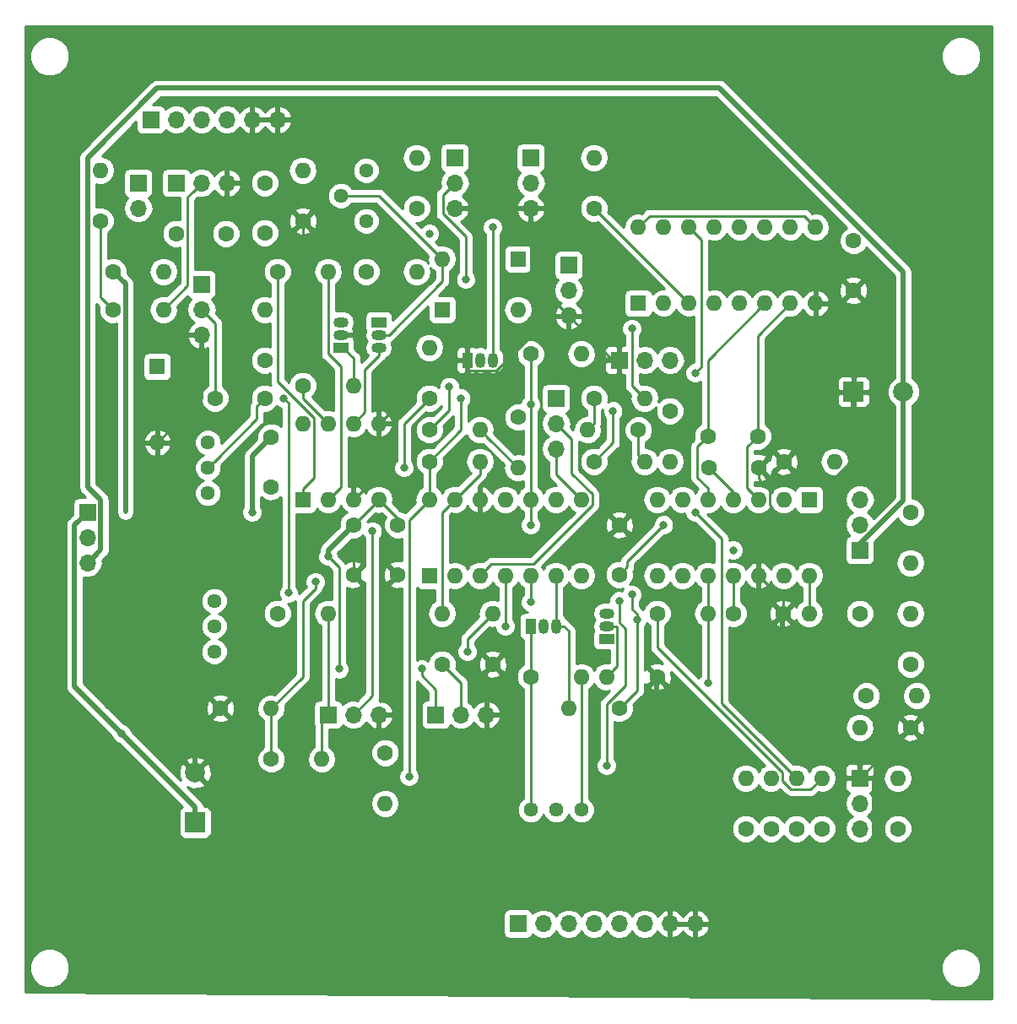
<source format=gbr>
G04 #@! TF.GenerationSoftware,KiCad,Pcbnew,(5.0.1)-rc2*
G04 #@! TF.CreationDate,2018-12-01T03:13:38-05:00*
G04 #@! TF.ProjectId,vco4069,76636F343036392E6B696361645F7063,rev?*
G04 #@! TF.SameCoordinates,Original*
G04 #@! TF.FileFunction,Copper,L2,Bot,Signal*
G04 #@! TF.FilePolarity,Positive*
%FSLAX46Y46*%
G04 Gerber Fmt 4.6, Leading zero omitted, Abs format (unit mm)*
G04 Created by KiCad (PCBNEW (5.0.1)-rc2) date 12/1/2018 3:13:38 AM*
%MOMM*%
%LPD*%
G01*
G04 APERTURE LIST*
G04 #@! TA.AperFunction,ComponentPad*
%ADD10C,1.600000*%
G04 #@! TD*
G04 #@! TA.AperFunction,ComponentPad*
%ADD11O,1.600000X1.600000*%
G04 #@! TD*
G04 #@! TA.AperFunction,ComponentPad*
%ADD12R,1.600000X1.600000*%
G04 #@! TD*
G04 #@! TA.AperFunction,ComponentPad*
%ADD13C,2.000000*%
G04 #@! TD*
G04 #@! TA.AperFunction,ComponentPad*
%ADD14R,2.000000X2.000000*%
G04 #@! TD*
G04 #@! TA.AperFunction,ComponentPad*
%ADD15R,1.700000X1.700000*%
G04 #@! TD*
G04 #@! TA.AperFunction,ComponentPad*
%ADD16O,1.700000X1.700000*%
G04 #@! TD*
G04 #@! TA.AperFunction,ComponentPad*
%ADD17O,1.500000X1.050000*%
G04 #@! TD*
G04 #@! TA.AperFunction,ComponentPad*
%ADD18R,1.500000X1.050000*%
G04 #@! TD*
G04 #@! TA.AperFunction,ComponentPad*
%ADD19R,1.050000X1.500000*%
G04 #@! TD*
G04 #@! TA.AperFunction,ComponentPad*
%ADD20O,1.050000X1.500000*%
G04 #@! TD*
G04 #@! TA.AperFunction,ComponentPad*
%ADD21C,1.440000*%
G04 #@! TD*
G04 #@! TA.AperFunction,ViaPad*
%ADD22C,0.800000*%
G04 #@! TD*
G04 #@! TA.AperFunction,Conductor*
%ADD23C,0.254000*%
G04 #@! TD*
G04 #@! TA.AperFunction,Conductor*
%ADD24C,0.508000*%
G04 #@! TD*
G04 APERTURE END LIST*
D10*
G04 #@! TO.P,R4,1*
G04 #@! TO.N,Net-(R1-Pad1)*
X144780000Y-72390000D03*
D11*
G04 #@! TO.P,R4,2*
G04 #@! TO.N,Net-(R4-Pad2)*
X144780000Y-67310000D03*
G04 #@! TD*
G04 #@! TO.P,U1,14*
G04 #@! TO.N,Net-(R14-Pad2)*
X184150000Y-109220000D03*
G04 #@! TO.P,U1,7*
G04 #@! TO.N,Net-(R17-Pad2)*
X168910000Y-101600000D03*
G04 #@! TO.P,U1,13*
G04 #@! TO.N,Net-(R11-Pad2)*
X181610000Y-109220000D03*
G04 #@! TO.P,U1,6*
G04 #@! TO.N,Net-(R17-Pad2)*
X171450000Y-101600000D03*
G04 #@! TO.P,U1,12*
G04 #@! TO.N,GND*
X179070000Y-109220000D03*
G04 #@! TO.P,U1,5*
G04 #@! TO.N,Net-(C3-Pad1)*
X173990000Y-101600000D03*
G04 #@! TO.P,U1,11*
G04 #@! TO.N,-15V*
X176530000Y-109220000D03*
G04 #@! TO.P,U1,4*
G04 #@! TO.N,+15V*
X176530000Y-101600000D03*
G04 #@! TO.P,U1,10*
G04 #@! TO.N,Net-(R22-Pad2)*
X173990000Y-109220000D03*
G04 #@! TO.P,U1,3*
G04 #@! TO.N,Net-(C3-Pad2)*
X179070000Y-101600000D03*
G04 #@! TO.P,U1,9*
G04 #@! TO.N,Net-(R14-Pad2)*
X171450000Y-109220000D03*
G04 #@! TO.P,U1,2*
G04 #@! TO.N,Net-(R21-Pad2)*
X181610000Y-101600000D03*
G04 #@! TO.P,U1,8*
G04 #@! TO.N,Net-(R18-Pad2)*
X168910000Y-109220000D03*
D12*
G04 #@! TO.P,U1,1*
G04 #@! TO.N,Net-(R21-Pad2)*
X184150000Y-101600000D03*
G04 #@! TD*
G04 #@! TO.P,D3,1*
G04 #@! TO.N,Net-(D3-Pad1)*
X118745000Y-88265000D03*
D11*
G04 #@! TO.P,D3,2*
G04 #@! TO.N,GND*
X118745000Y-95885000D03*
G04 #@! TD*
G04 #@! TO.P,R8,2*
G04 #@! TO.N,Net-(Q1-Pad1)*
X138430000Y-90170000D03*
D10*
G04 #@! TO.P,R8,1*
G04 #@! TO.N,Net-(C2-Pad1)*
X133350000Y-90170000D03*
G04 #@! TD*
G04 #@! TO.P,R22,1*
G04 #@! TO.N,Net-(R18-Pad2)*
X168910000Y-113030000D03*
D11*
G04 #@! TO.P,R22,2*
G04 #@! TO.N,Net-(R22-Pad2)*
X173990000Y-113030000D03*
G04 #@! TD*
G04 #@! TO.P,R23,2*
G04 #@! TO.N,Net-(R23-Pad2)*
X151130000Y-94615000D03*
D10*
G04 #@! TO.P,R23,1*
G04 #@! TO.N,Net-(R23-Pad1)*
X146050000Y-94615000D03*
G04 #@! TD*
G04 #@! TO.P,R24,1*
G04 #@! TO.N,Net-(R24-Pad1)*
X147320000Y-118110000D03*
D11*
G04 #@! TO.P,R24,2*
G04 #@! TO.N,Net-(R17-Pad1)*
X147320000Y-113030000D03*
G04 #@! TD*
G04 #@! TO.P,R25,2*
G04 #@! TO.N,Net-(R17-Pad1)*
X151130000Y-97790000D03*
D10*
G04 #@! TO.P,R25,1*
G04 #@! TO.N,Net-(R25-Pad1)*
X146050000Y-97790000D03*
G04 #@! TD*
G04 #@! TO.P,R26,1*
G04 #@! TO.N,Net-(R19-Pad2)*
X156210000Y-86995000D03*
D11*
G04 #@! TO.P,R26,2*
G04 #@! TO.N,Net-(R26-Pad2)*
X161290000Y-86995000D03*
G04 #@! TD*
G04 #@! TO.P,R27,2*
G04 #@! TO.N,Net-(R27-Pad2)*
X194945000Y-121285000D03*
D10*
G04 #@! TO.P,R27,1*
G04 #@! TO.N,Net-(R22-Pad2)*
X189865000Y-121285000D03*
G04 #@! TD*
G04 #@! TO.P,R28,1*
G04 #@! TO.N,Net-(R28-Pad1)*
X154940000Y-93345000D03*
D11*
G04 #@! TO.P,R28,2*
G04 #@! TO.N,Net-(R23-Pad2)*
X154940000Y-98425000D03*
G04 #@! TD*
G04 #@! TO.P,R29,2*
G04 #@! TO.N,Net-(R27-Pad2)*
X193040000Y-129540000D03*
D10*
G04 #@! TO.P,R29,1*
G04 #@! TO.N,SINE*
X193040000Y-134620000D03*
G04 #@! TD*
G04 #@! TO.P,R7,1*
G04 #@! TO.N,GND*
X133350000Y-73660000D03*
D11*
G04 #@! TO.P,R7,2*
G04 #@! TO.N,Net-(R7-Pad2)*
X133350000Y-68580000D03*
G04 #@! TD*
G04 #@! TO.P,R32,2*
G04 #@! TO.N,Net-(Q4-Pad3)*
X160020000Y-122555000D03*
D10*
G04 #@! TO.P,R32,1*
G04 #@! TO.N,Net-(R27-Pad2)*
X165100000Y-122555000D03*
G04 #@! TD*
G04 #@! TO.P,R34,1*
G04 #@! TO.N,GND*
X152400000Y-118110000D03*
D11*
G04 #@! TO.P,R34,2*
G04 #@! TO.N,Net-(Q4-Pad2)*
X152400000Y-113030000D03*
G04 #@! TD*
G04 #@! TO.P,R35,2*
G04 #@! TO.N,Net-(R35-Pad2)*
X180340000Y-129540000D03*
D10*
G04 #@! TO.P,R35,1*
G04 #@! TO.N,RAMP*
X180340000Y-134620000D03*
G04 #@! TD*
G04 #@! TO.P,R36,1*
G04 #@! TO.N,Net-(Q4-Pad3)*
X130810000Y-113030000D03*
D11*
G04 #@! TO.P,R36,2*
G04 #@! TO.N,+15V*
X135890000Y-113030000D03*
G04 #@! TD*
G04 #@! TO.P,R37,2*
G04 #@! TO.N,Net-(Q5-Pad3)*
X130175000Y-122555000D03*
D10*
G04 #@! TO.P,R37,1*
G04 #@! TO.N,GND*
X125095000Y-122555000D03*
G04 #@! TD*
G04 #@! TO.P,R38,1*
G04 #@! TO.N,Net-(Q4-Pad1)*
X156210000Y-119380000D03*
D11*
G04 #@! TO.P,R38,2*
G04 #@! TO.N,Net-(Q5-Pad1)*
X161290000Y-119380000D03*
G04 #@! TD*
G04 #@! TO.P,R40,2*
G04 #@! TO.N,+15V*
X135255000Y-127635000D03*
D10*
G04 #@! TO.P,R40,1*
G04 #@! TO.N,Net-(Q5-Pad3)*
X130175000Y-127635000D03*
G04 #@! TD*
G04 #@! TO.P,R41,1*
G04 #@! TO.N,GND*
X168910000Y-119380000D03*
D11*
G04 #@! TO.P,R41,2*
G04 #@! TO.N,Net-(Q5-Pad2)*
X163830000Y-119380000D03*
G04 #@! TD*
G04 #@! TO.P,R42,2*
G04 #@! TO.N,Net-(R26-Pad2)*
X186690000Y-97790000D03*
D10*
G04 #@! TO.P,R42,1*
G04 #@! TO.N,GND*
X181610000Y-97790000D03*
G04 #@! TD*
G04 #@! TO.P,R31,1*
G04 #@! TO.N,SAW*
X177800000Y-134620000D03*
D11*
G04 #@! TO.P,R31,2*
G04 #@! TO.N,Net-(R25-Pad1)*
X177800000Y-129540000D03*
G04 #@! TD*
G04 #@! TO.P,R30,2*
G04 #@! TO.N,Net-(R28-Pad1)*
X182880000Y-129540000D03*
D10*
G04 #@! TO.P,R30,1*
G04 #@! TO.N,TRI*
X182880000Y-134620000D03*
G04 #@! TD*
G04 #@! TO.P,R16,1*
G04 #@! TO.N,GND*
X194310000Y-124460000D03*
D11*
G04 #@! TO.P,R16,2*
G04 #@! TO.N,PULSE*
X189230000Y-124460000D03*
G04 #@! TD*
G04 #@! TO.P,R15,2*
G04 #@! TO.N,Net-(C5-Pad2)*
X129540000Y-82550000D03*
D10*
G04 #@! TO.P,R15,1*
G04 #@! TO.N,Net-(D3-Pad1)*
X129540000Y-87630000D03*
G04 #@! TD*
G04 #@! TO.P,R14,1*
G04 #@! TO.N,Net-(R11-Pad2)*
X189230000Y-113030000D03*
D11*
G04 #@! TO.P,R14,2*
G04 #@! TO.N,Net-(R14-Pad2)*
X184150000Y-113030000D03*
G04 #@! TD*
G04 #@! TO.P,R13,2*
G04 #@! TO.N,+15V*
X162560000Y-67310000D03*
D10*
G04 #@! TO.P,R13,1*
G04 #@! TO.N,Net-(Q3-Pad3)*
X162560000Y-72390000D03*
G04 #@! TD*
G04 #@! TO.P,R12,1*
G04 #@! TO.N,Net-(R12-Pad1)*
X194310000Y-102870000D03*
D11*
G04 #@! TO.P,R12,2*
G04 #@! TO.N,Net-(R11-Pad2)*
X194310000Y-107950000D03*
G04 #@! TD*
G04 #@! TO.P,R11,2*
G04 #@! TO.N,Net-(R11-Pad2)*
X194310000Y-113030000D03*
D10*
G04 #@! TO.P,R11,1*
G04 #@! TO.N,Net-(R11-Pad1)*
X194310000Y-118110000D03*
G04 #@! TD*
G04 #@! TO.P,R10,1*
G04 #@! TO.N,Net-(R10-Pad1)*
X146050000Y-91440000D03*
D11*
G04 #@! TO.P,R10,2*
G04 #@! TO.N,Net-(D2-Pad1)*
X146050000Y-86360000D03*
G04 #@! TD*
G04 #@! TO.P,R9,2*
G04 #@! TO.N,Net-(R9-Pad2)*
X141605000Y-132080000D03*
D10*
G04 #@! TO.P,R9,1*
G04 #@! TO.N,-15V*
X141605000Y-127000000D03*
G04 #@! TD*
G04 #@! TO.P,R20,1*
G04 #@! TO.N,Net-(R19-Pad2)*
X162560000Y-91440000D03*
D11*
G04 #@! TO.P,R20,2*
G04 #@! TO.N,Net-(R20-Pad2)*
X167640000Y-91440000D03*
G04 #@! TD*
G04 #@! TO.P,R17,2*
G04 #@! TO.N,Net-(R17-Pad2)*
X167640000Y-97790000D03*
D10*
G04 #@! TO.P,R17,1*
G04 #@! TO.N,Net-(R17-Pad1)*
X162560000Y-97790000D03*
G04 #@! TD*
G04 #@! TO.P,R6,1*
G04 #@! TO.N,Net-(R6-Pad1)*
X130810000Y-78740000D03*
D11*
G04 #@! TO.P,R6,2*
G04 #@! TO.N,Net-(R1-Pad1)*
X135890000Y-78740000D03*
G04 #@! TD*
G04 #@! TO.P,R5,2*
G04 #@! TO.N,Net-(C2-Pad2)*
X119380000Y-78740000D03*
D10*
G04 #@! TO.P,R5,1*
G04 #@! TO.N,+15V*
X114300000Y-78740000D03*
G04 #@! TD*
D11*
G04 #@! TO.P,R3,2*
G04 #@! TO.N,Net-(R3-Pad2)*
X144780000Y-78740000D03*
D10*
G04 #@! TO.P,R3,1*
G04 #@! TO.N,Net-(R1-Pad1)*
X139700000Y-78740000D03*
G04 #@! TD*
G04 #@! TO.P,R2,1*
G04 #@! TO.N,Net-(R1-Pad1)*
X114300000Y-82550000D03*
D11*
G04 #@! TO.P,R2,2*
G04 #@! TO.N,Net-(R2-Pad2)*
X119380000Y-82550000D03*
G04 #@! TD*
G04 #@! TO.P,R1,2*
G04 #@! TO.N,1V_OCT*
X113030000Y-68580000D03*
D10*
G04 #@! TO.P,R1,1*
G04 #@! TO.N,Net-(R1-Pad1)*
X113030000Y-73660000D03*
G04 #@! TD*
G04 #@! TO.P,R18,1*
G04 #@! TO.N,PULSE*
X185420000Y-134620000D03*
D11*
G04 #@! TO.P,R18,2*
G04 #@! TO.N,Net-(R18-Pad2)*
X185420000Y-129540000D03*
G04 #@! TD*
G04 #@! TO.P,R19,2*
G04 #@! TO.N,Net-(R19-Pad2)*
X161925000Y-94615000D03*
D10*
G04 #@! TO.P,R19,1*
G04 #@! TO.N,Net-(R17-Pad2)*
X167005000Y-94615000D03*
G04 #@! TD*
G04 #@! TO.P,R21,1*
G04 #@! TO.N,Net-(R17-Pad1)*
X170180000Y-92710000D03*
D11*
G04 #@! TO.P,R21,2*
G04 #@! TO.N,Net-(R21-Pad2)*
X170180000Y-97790000D03*
G04 #@! TD*
D10*
G04 #@! TO.P,C1,2*
G04 #@! TO.N,LINFM*
X125650000Y-74930000D03*
G04 #@! TO.P,C1,1*
G04 #@! TO.N,Net-(C1-Pad1)*
X120650000Y-74930000D03*
G04 #@! TD*
G04 #@! TO.P,C2,1*
G04 #@! TO.N,Net-(C2-Pad1)*
X129540000Y-91440000D03*
G04 #@! TO.P,C2,2*
G04 #@! TO.N,Net-(C2-Pad2)*
X124540000Y-91440000D03*
G04 #@! TD*
G04 #@! TO.P,C3,2*
G04 #@! TO.N,Net-(C3-Pad2)*
X178990000Y-95250000D03*
G04 #@! TO.P,C3,1*
G04 #@! TO.N,Net-(C3-Pad1)*
X173990000Y-95250000D03*
G04 #@! TD*
G04 #@! TO.P,C4,1*
G04 #@! TO.N,GND*
X188595000Y-80645000D03*
G04 #@! TO.P,C4,2*
G04 #@! TO.N,+15V*
X188595000Y-75645000D03*
G04 #@! TD*
G04 #@! TO.P,C5,2*
G04 #@! TO.N,Net-(C5-Pad2)*
X129540000Y-74850000D03*
G04 #@! TO.P,C5,1*
G04 #@! TO.N,Sync*
X129540000Y-69850000D03*
G04 #@! TD*
D13*
G04 #@! TO.P,C6,2*
G04 #@! TO.N,GND*
X122555000Y-128985000D03*
D14*
G04 #@! TO.P,C6,1*
G04 #@! TO.N,+15V*
X122555000Y-133985000D03*
G04 #@! TD*
G04 #@! TO.P,C7,1*
G04 #@! TO.N,GND*
X188595000Y-90805000D03*
D13*
G04 #@! TO.P,C7,2*
G04 #@! TO.N,-15V*
X193595000Y-90805000D03*
G04 #@! TD*
D10*
G04 #@! TO.P,C8,1*
G04 #@! TO.N,GND*
X179070000Y-98425000D03*
G04 #@! TO.P,C8,2*
G04 #@! TO.N,+15V*
X174070000Y-98425000D03*
G04 #@! TD*
G04 #@! TO.P,C9,1*
G04 #@! TO.N,-15V*
X176530000Y-113030000D03*
G04 #@! TO.P,C9,2*
G04 #@! TO.N,GND*
X181530000Y-113030000D03*
G04 #@! TD*
G04 #@! TO.P,C10,2*
G04 #@! TO.N,+15V*
X165100000Y-109140000D03*
G04 #@! TO.P,C10,1*
G04 #@! TO.N,GND*
X165100000Y-104140000D03*
G04 #@! TD*
G04 #@! TO.P,C11,2*
G04 #@! TO.N,GND*
X142875000Y-109140000D03*
G04 #@! TO.P,C11,1*
G04 #@! TO.N,-15V*
X142875000Y-104140000D03*
G04 #@! TD*
G04 #@! TO.P,C12,1*
G04 #@! TO.N,GND*
X130175000Y-100330000D03*
G04 #@! TO.P,C12,2*
G04 #@! TO.N,+15V*
X130175000Y-95330000D03*
G04 #@! TD*
G04 #@! TO.P,C13,1*
G04 #@! TO.N,-15V*
X138430000Y-104140000D03*
G04 #@! TO.P,C13,2*
G04 #@! TO.N,GND*
X138430000Y-109140000D03*
G04 #@! TD*
D12*
G04 #@! TO.P,D1,1*
G04 #@! TO.N,Net-(D1-Pad1)*
X154940000Y-77470000D03*
D11*
G04 #@! TO.P,D1,2*
G04 #@! TO.N,Net-(D1-Pad2)*
X147320000Y-77470000D03*
G04 #@! TD*
G04 #@! TO.P,D2,2*
G04 #@! TO.N,Net-(D1-Pad1)*
X154940000Y-82550000D03*
D12*
G04 #@! TO.P,D2,1*
G04 #@! TO.N,Net-(D2-Pad1)*
X147320000Y-82550000D03*
G04 #@! TD*
D15*
G04 #@! TO.P,J1,1*
G04 #@! TO.N,1V_OCT*
X118110000Y-63500000D03*
D16*
G04 #@! TO.P,J1,2*
G04 #@! TO.N,EXP_FM*
X120650000Y-63500000D03*
G04 #@! TO.P,J1,3*
G04 #@! TO.N,LINFM*
X123190000Y-63500000D03*
G04 #@! TO.P,J1,4*
G04 #@! TO.N,Sync*
X125730000Y-63500000D03*
G04 #@! TO.P,J1,5*
G04 #@! TO.N,GND*
X128270000Y-63500000D03*
G04 #@! TO.P,J1,6*
X130810000Y-63500000D03*
G04 #@! TD*
D15*
G04 #@! TO.P,J2,1*
G04 #@! TO.N,SAW*
X154940000Y-144145000D03*
D16*
G04 #@! TO.P,J2,2*
G04 #@! TO.N,RAMP*
X157480000Y-144145000D03*
G04 #@! TO.P,J2,3*
G04 #@! TO.N,TRI*
X160020000Y-144145000D03*
G04 #@! TO.P,J2,4*
G04 #@! TO.N,PULSE*
X162560000Y-144145000D03*
G04 #@! TO.P,J2,5*
G04 #@! TO.N,PWM*
X165100000Y-144145000D03*
G04 #@! TO.P,J2,6*
G04 #@! TO.N,SINE*
X167640000Y-144145000D03*
G04 #@! TO.P,J2,7*
G04 #@! TO.N,GND*
X170180000Y-144145000D03*
G04 #@! TO.P,J2,8*
X172720000Y-144145000D03*
G04 #@! TD*
D15*
G04 #@! TO.P,J11,1*
G04 #@! TO.N,+15V*
X111760000Y-102870000D03*
D16*
G04 #@! TO.P,J11,2*
G04 #@! TO.N,GND*
X111760000Y-105410000D03*
G04 #@! TO.P,J11,3*
G04 #@! TO.N,-15V*
X111760000Y-107950000D03*
G04 #@! TD*
D17*
G04 #@! TO.P,Q1,2*
G04 #@! TO.N,Net-(D1-Pad2)*
X140970000Y-85090000D03*
G04 #@! TO.P,Q1,3*
G04 #@! TO.N,Net-(C2-Pad2)*
X140970000Y-86360000D03*
D18*
G04 #@! TO.P,Q1,1*
G04 #@! TO.N,Net-(Q1-Pad1)*
X140970000Y-83820000D03*
G04 #@! TD*
D17*
G04 #@! TO.P,Q2,2*
G04 #@! TO.N,GND*
X137160000Y-85090000D03*
G04 #@! TO.P,Q2,3*
G04 #@! TO.N,Net-(Q2-Pad3)*
X137160000Y-83820000D03*
D18*
G04 #@! TO.P,Q2,1*
G04 #@! TO.N,Net-(Q1-Pad1)*
X137160000Y-86360000D03*
G04 #@! TD*
D19*
G04 #@! TO.P,Q3,1*
G04 #@! TO.N,GND*
X149860000Y-87630000D03*
D20*
G04 #@! TO.P,Q3,3*
G04 #@! TO.N,Net-(Q3-Pad3)*
X152400000Y-87630000D03*
G04 #@! TO.P,Q3,2*
G04 #@! TO.N,Net-(D3-Pad1)*
X151130000Y-87630000D03*
G04 #@! TD*
D19*
G04 #@! TO.P,Q4,1*
G04 #@! TO.N,Net-(Q4-Pad1)*
X156210000Y-114300000D03*
D20*
G04 #@! TO.P,Q4,3*
G04 #@! TO.N,Net-(Q4-Pad3)*
X158750000Y-114300000D03*
G04 #@! TO.P,Q4,2*
G04 #@! TO.N,Net-(Q4-Pad2)*
X157480000Y-114300000D03*
G04 #@! TD*
D17*
G04 #@! TO.P,Q5,2*
G04 #@! TO.N,Net-(Q5-Pad2)*
X163830000Y-114300000D03*
G04 #@! TO.P,Q5,3*
G04 #@! TO.N,Net-(Q5-Pad3)*
X163830000Y-113030000D03*
D18*
G04 #@! TO.P,Q5,1*
G04 #@! TO.N,Net-(Q5-Pad1)*
X163830000Y-115570000D03*
G04 #@! TD*
D21*
G04 #@! TO.P,R_HFTRIM1,1*
G04 #@! TO.N,Net-(R10-Pad1)*
X123825000Y-100965000D03*
G04 #@! TO.P,R_HFTRIM1,2*
G04 #@! TO.N,Net-(C2-Pad1)*
X123825000Y-98425000D03*
G04 #@! TO.P,R_HFTRIM1,3*
G04 #@! TO.N,N/C*
X123825000Y-95885000D03*
G04 #@! TD*
G04 #@! TO.P,R_SIN_RND1,3*
G04 #@! TO.N,N/C*
X124460000Y-111760000D03*
G04 #@! TO.P,R_SIN_RND1,2*
G04 #@! TO.N,Net-(R28-Pad1)*
X124460000Y-114300000D03*
G04 #@! TO.P,R_SIN_RND1,1*
G04 #@! TO.N,Net-(Q4-Pad2)*
X124460000Y-116840000D03*
G04 #@! TD*
D15*
G04 #@! TO.P,RV_COARSE1,1*
G04 #@! TO.N,+15V*
X148590000Y-67310000D03*
D16*
G04 #@! TO.P,RV_COARSE1,2*
G04 #@! TO.N,Net-(R3-Pad2)*
X148590000Y-69850000D03*
G04 #@! TO.P,RV_COARSE1,3*
G04 #@! TO.N,GND*
X148590000Y-72390000D03*
G04 #@! TD*
D21*
G04 #@! TO.P,RV_CVTRIM1,1*
G04 #@! TO.N,Net-(R6-Pad1)*
X139700000Y-73660000D03*
G04 #@! TO.P,RV_CVTRIM1,2*
G04 #@! TO.N,Net-(D1-Pad2)*
X137160000Y-71120000D03*
G04 #@! TO.P,RV_CVTRIM1,3*
G04 #@! TO.N,Net-(R7-Pad2)*
X139700000Y-68580000D03*
G04 #@! TD*
D16*
G04 #@! TO.P,RV_EXPFM1,3*
G04 #@! TO.N,GND*
X125730000Y-69850000D03*
G04 #@! TO.P,RV_EXPFM1,2*
G04 #@! TO.N,Net-(R2-Pad2)*
X123190000Y-69850000D03*
D15*
G04 #@! TO.P,RV_EXPFM1,1*
G04 #@! TO.N,EXP_FM*
X120650000Y-69850000D03*
G04 #@! TD*
D16*
G04 #@! TO.P,RV_FINE1,3*
G04 #@! TO.N,GND*
X156210000Y-72390000D03*
G04 #@! TO.P,RV_FINE1,2*
G04 #@! TO.N,Net-(R4-Pad2)*
X156210000Y-69850000D03*
D15*
G04 #@! TO.P,RV_FINE1,1*
G04 #@! TO.N,+15V*
X156210000Y-67310000D03*
G04 #@! TD*
G04 #@! TO.P,RV_LINFM_ATTN1,1*
G04 #@! TO.N,Net-(C1-Pad1)*
X123190000Y-80010000D03*
D16*
G04 #@! TO.P,RV_LINFM_ATTN1,2*
G04 #@! TO.N,Net-(C2-Pad2)*
X123190000Y-82550000D03*
G04 #@! TO.P,RV_LINFM_ATTN1,3*
G04 #@! TO.N,GND*
X123190000Y-85090000D03*
G04 #@! TD*
G04 #@! TO.P,RV_PWM_ATTN1,3*
G04 #@! TO.N,PWM*
X189230000Y-134620000D03*
G04 #@! TO.P,RV_PWM_ATTN1,2*
G04 #@! TO.N,Net-(R11-Pad1)*
X189230000Y-132080000D03*
D15*
G04 #@! TO.P,RV_PWM_ATTN1,1*
G04 #@! TO.N,GND*
X189230000Y-129540000D03*
G04 #@! TD*
G04 #@! TO.P,RV_SAWOFFSET1,1*
G04 #@! TO.N,-15V*
X146685000Y-123190000D03*
D16*
G04 #@! TO.P,RV_SAWOFFSET1,2*
G04 #@! TO.N,Net-(R24-Pad1)*
X149225000Y-123190000D03*
G04 #@! TO.P,RV_SAWOFFSET1,3*
G04 #@! TO.N,GND*
X151765000Y-123190000D03*
G04 #@! TD*
G04 #@! TO.P,RV_SKEW1,3*
G04 #@! TO.N,Net-(R28-Pad1)*
X158750000Y-96520000D03*
G04 #@! TO.P,RV_SKEW1,2*
G04 #@! TO.N,Net-(RV_SKEW1-Pad2)*
X158750000Y-93980000D03*
D15*
G04 #@! TO.P,RV_SKEW1,1*
G04 #@! TO.N,Net-(R25-Pad1)*
X158750000Y-91440000D03*
G04 #@! TD*
D21*
G04 #@! TO.P,RV_SYM1,1*
G04 #@! TO.N,Net-(Q4-Pad1)*
X156210000Y-132715000D03*
G04 #@! TO.P,RV_SYM1,2*
G04 #@! TO.N,Net-(R9-Pad2)*
X158750000Y-132715000D03*
G04 #@! TO.P,RV_SYM1,3*
G04 #@! TO.N,Net-(Q5-Pad1)*
X161290000Y-132715000D03*
G04 #@! TD*
D16*
G04 #@! TO.P,RV_TRI_OFFSET1,3*
G04 #@! TO.N,GND*
X140970000Y-123190000D03*
G04 #@! TO.P,RV_TRI_OFFSET1,2*
G04 #@! TO.N,Net-(R23-Pad2)*
X138430000Y-123190000D03*
D15*
G04 #@! TO.P,RV_TRI_OFFSET1,1*
G04 #@! TO.N,+15V*
X135890000Y-123190000D03*
G04 #@! TD*
D16*
G04 #@! TO.P,RV_TRICON1,3*
G04 #@! TO.N,Net-(R21-Pad2)*
X170180000Y-87630000D03*
G04 #@! TO.P,RV_TRICON1,2*
G04 #@! TO.N,Net-(R23-Pad1)*
X167640000Y-87630000D03*
D15*
G04 #@! TO.P,RV_TRICON1,1*
G04 #@! TO.N,GND*
X165100000Y-87630000D03*
G04 #@! TD*
G04 #@! TO.P,RV_TRICON2,1*
G04 #@! TO.N,Net-(RV_TRICON2-Pad1)*
X160020000Y-78105000D03*
D16*
G04 #@! TO.P,RV_TRICON2,2*
G04 #@! TO.N,Net-(R20-Pad2)*
X160020000Y-80645000D03*
G04 #@! TO.P,RV_TRICON2,3*
G04 #@! TO.N,GND*
X160020000Y-83185000D03*
G04 #@! TD*
D15*
G04 #@! TO.P,SW1,1*
G04 #@! TO.N,LINFM*
X116840000Y-69850000D03*
D16*
G04 #@! TO.P,SW1,2*
G04 #@! TO.N,Net-(C1-Pad1)*
X116840000Y-72390000D03*
G04 #@! TD*
D12*
G04 #@! TO.P,U2,1*
G04 #@! TO.N,Net-(R6-Pad1)*
X133350000Y-101600000D03*
D11*
G04 #@! TO.P,U2,5*
G04 #@! TO.N,GND*
X140970000Y-93980000D03*
G04 #@! TO.P,U2,2*
G04 #@! TO.N,Net-(R1-Pad1)*
X135890000Y-101600000D03*
G04 #@! TO.P,U2,6*
G04 #@! TO.N,Net-(C2-Pad2)*
X138430000Y-93980000D03*
G04 #@! TO.P,U2,3*
G04 #@! TO.N,GND*
X138430000Y-101600000D03*
G04 #@! TO.P,U2,7*
G04 #@! TO.N,Net-(C2-Pad1)*
X135890000Y-93980000D03*
G04 #@! TO.P,U2,4*
G04 #@! TO.N,-15V*
X140970000Y-101600000D03*
G04 #@! TO.P,U2,8*
G04 #@! TO.N,+15V*
X133350000Y-93980000D03*
G04 #@! TD*
D12*
G04 #@! TO.P,U3,1*
G04 #@! TO.N,Net-(U3-Pad1)*
X167005000Y-81915000D03*
D11*
G04 #@! TO.P,U3,9*
G04 #@! TO.N,+15V*
X184785000Y-74295000D03*
G04 #@! TO.P,U3,2*
G04 #@! TO.N,Net-(U3-Pad2)*
X169545000Y-81915000D03*
G04 #@! TO.P,U3,10*
G04 #@! TO.N,Net-(U3-Pad10)*
X182245000Y-74295000D03*
G04 #@! TO.P,U3,3*
G04 #@! TO.N,Net-(Q3-Pad3)*
X172085000Y-81915000D03*
G04 #@! TO.P,U3,11*
G04 #@! TO.N,Net-(Q2-Pad3)*
X179705000Y-74295000D03*
G04 #@! TO.P,U3,4*
G04 #@! TO.N,Net-(RV_TRICON2-Pad1)*
X174625000Y-81915000D03*
G04 #@! TO.P,U3,12*
G04 #@! TO.N,Net-(U3-Pad12)*
X177165000Y-74295000D03*
G04 #@! TO.P,U3,5*
G04 #@! TO.N,Net-(U3-Pad2)*
X177165000Y-81915000D03*
G04 #@! TO.P,U3,13*
G04 #@! TO.N,Net-(U3-Pad13)*
X174625000Y-74295000D03*
G04 #@! TO.P,U3,6*
G04 #@! TO.N,Net-(C3-Pad1)*
X179705000Y-81915000D03*
G04 #@! TO.P,U3,14*
G04 #@! TO.N,+15V*
X172085000Y-74295000D03*
G04 #@! TO.P,U3,7*
G04 #@! TO.N,Net-(C3-Pad2)*
X182245000Y-81915000D03*
G04 #@! TO.P,U3,15*
G04 #@! TO.N,Net-(U3-Pad15)*
X169545000Y-74295000D03*
G04 #@! TO.P,U3,8*
G04 #@! TO.N,GND*
X184785000Y-81915000D03*
G04 #@! TO.P,U3,16*
G04 #@! TO.N,+15V*
X167005000Y-74295000D03*
G04 #@! TD*
D12*
G04 #@! TO.P,U4,1*
G04 #@! TO.N,Net-(R35-Pad2)*
X146050000Y-109220000D03*
D11*
G04 #@! TO.P,U4,8*
G04 #@! TO.N,Net-(R28-Pad1)*
X161290000Y-101600000D03*
G04 #@! TO.P,U4,2*
G04 #@! TO.N,Net-(R35-Pad2)*
X148590000Y-109220000D03*
G04 #@! TO.P,U4,9*
G04 #@! TO.N,Net-(R23-Pad2)*
X158750000Y-101600000D03*
G04 #@! TO.P,U4,3*
G04 #@! TO.N,Net-(RV_SKEW1-Pad2)*
X151130000Y-109220000D03*
G04 #@! TO.P,U4,10*
G04 #@! TO.N,Net-(R19-Pad2)*
X156210000Y-101600000D03*
G04 #@! TO.P,U4,4*
G04 #@! TO.N,+15V*
X153670000Y-109220000D03*
G04 #@! TO.P,U4,11*
G04 #@! TO.N,-15V*
X153670000Y-101600000D03*
G04 #@! TO.P,U4,5*
G04 #@! TO.N,Net-(Q5-Pad3)*
X156210000Y-109220000D03*
G04 #@! TO.P,U4,12*
G04 #@! TO.N,GND*
X151130000Y-101600000D03*
G04 #@! TO.P,U4,6*
G04 #@! TO.N,Net-(Q4-Pad3)*
X158750000Y-109220000D03*
G04 #@! TO.P,U4,13*
G04 #@! TO.N,Net-(R17-Pad1)*
X148590000Y-101600000D03*
G04 #@! TO.P,U4,7*
G04 #@! TO.N,Net-(R27-Pad2)*
X161290000Y-109220000D03*
G04 #@! TO.P,U4,14*
G04 #@! TO.N,Net-(R25-Pad1)*
X146050000Y-101600000D03*
G04 #@! TD*
D15*
G04 #@! TO.P,WIDTH1,1*
G04 #@! TO.N,-15V*
X189230000Y-106680000D03*
D16*
G04 #@! TO.P,WIDTH1,2*
G04 #@! TO.N,Net-(R12-Pad1)*
X189230000Y-104140000D03*
G04 #@! TO.P,WIDTH1,3*
G04 #@! TO.N,+15V*
X189230000Y-101600000D03*
G04 #@! TD*
D22*
G04 #@! TO.N,GND*
X180340000Y-105190999D03*
G04 #@! TO.N,Net-(R28-Pad1)*
X172720000Y-102870000D03*
G04 #@! TO.N,Net-(Q2-Pad3)*
X146050000Y-74930000D03*
G04 #@! TO.N,-15V*
X176530000Y-106680000D03*
G04 #@! TO.N,GND*
X186690000Y-103505000D03*
X118745000Y-105410000D03*
X168814001Y-133889001D03*
X181445001Y-118580001D03*
X152400000Y-106045000D03*
X138430000Y-106045000D03*
X133350000Y-85090000D03*
X151765000Y-133889001D03*
X190500000Y-142240000D03*
X190500000Y-142240000D03*
G04 #@! TO.N,+15V*
X128270000Y-102870000D03*
X153670000Y-114300000D03*
X115173000Y-125095000D03*
X169545000Y-104140000D03*
X172720000Y-88900000D03*
G04 #@! TO.N,-15V*
X135890000Y-107315000D03*
X137017001Y-118602001D03*
X145272001Y-118602001D03*
G04 #@! TO.N,Net-(Q3-Pad3)*
X152400000Y-74295000D03*
G04 #@! TO.N,Net-(Q4-Pad2)*
X149860000Y-116840000D03*
G04 #@! TO.N,Net-(Q5-Pad3)*
X134620000Y-109855000D03*
X156210000Y-111902999D03*
G04 #@! TO.N,Net-(R3-Pad2)*
X149695001Y-79539999D03*
G04 #@! TO.N,Net-(R10-Pad1)*
X143510000Y-98425000D03*
G04 #@! TO.N,Net-(R17-Pad1)*
X164465000Y-92710000D03*
G04 #@! TO.N,Net-(R19-Pad2)*
X156210000Y-104140000D03*
X156210000Y-92075000D03*
G04 #@! TO.N,Net-(R20-Pad2)*
X166370000Y-84455000D03*
G04 #@! TO.N,Net-(R22-Pad2)*
X173990000Y-120015000D03*
G04 #@! TO.N,Net-(R23-Pad2)*
X140335000Y-104775000D03*
G04 #@! TO.N,Net-(R23-Pad1)*
X148047999Y-90262999D03*
G04 #@! TO.N,Net-(R25-Pad1)*
X144002001Y-129397001D03*
X149225000Y-91440000D03*
G04 #@! TO.N,Net-(R27-Pad2)*
X166866370Y-113665000D03*
X166370000Y-111125000D03*
G04 #@! TO.N,Net-(R28-Pad1)*
X131445000Y-91440000D03*
X131937001Y-110982001D03*
G04 #@! TO.N,Net-(R35-Pad2)*
X165100000Y-111760000D03*
X163830000Y-128270000D03*
G04 #@! TD*
D23*
G04 #@! TO.N,Net-(C2-Pad1)*
X133350000Y-91440000D02*
X135890000Y-93980000D01*
X133350000Y-90170000D02*
X133350000Y-91440000D01*
X124544999Y-97705001D02*
X123825000Y-98425000D01*
X128740001Y-93509999D02*
X124544999Y-97705001D01*
X128740001Y-92239999D02*
X128740001Y-93509999D01*
X129540000Y-91440000D02*
X128740001Y-92239999D01*
G04 #@! TO.N,Net-(C2-Pad2)*
X124540000Y-83900000D02*
X124540000Y-91440000D01*
X123190000Y-82550000D02*
X124540000Y-83900000D01*
X140970000Y-87139000D02*
X140970000Y-86360000D01*
X139557001Y-88551999D02*
X140970000Y-87139000D01*
X139557001Y-92852999D02*
X139557001Y-88551999D01*
X138430000Y-93980000D02*
X139557001Y-92852999D01*
G04 #@! TO.N,Net-(C3-Pad2)*
X178990000Y-85170000D02*
X182245000Y-81915000D01*
X178990000Y-95250000D02*
X178990000Y-85170000D01*
X178270001Y-100800001D02*
X179070000Y-101600000D01*
X177942999Y-100472999D02*
X178270001Y-100800001D01*
X177942999Y-96297001D02*
X177942999Y-100472999D01*
X178990000Y-95250000D02*
X177942999Y-96297001D01*
G04 #@! TO.N,Net-(C3-Pad1)*
X173990000Y-87630000D02*
X179705000Y-81915000D01*
X173990000Y-95250000D02*
X173990000Y-87630000D01*
X173190001Y-96049999D02*
X173990000Y-95250000D01*
X172942999Y-96297001D02*
X173190001Y-96049999D01*
X172942999Y-99421629D02*
X172942999Y-96297001D01*
X173990000Y-100468630D02*
X172942999Y-99421629D01*
X173990000Y-101600000D02*
X173990000Y-100468630D01*
G04 #@! TO.N,GND*
X140970000Y-99060000D02*
X140970000Y-93980000D01*
X138430000Y-101600000D02*
X140970000Y-99060000D01*
X190334000Y-129540000D02*
X189230000Y-129540000D01*
X190500000Y-129706000D02*
X190334000Y-129540000D01*
X190500000Y-142240000D02*
X190500000Y-142240000D01*
X193510001Y-125259999D02*
X189230000Y-129540000D01*
X194310000Y-124460000D02*
X193510001Y-125259999D01*
X184785000Y-94615000D02*
X181610000Y-97790000D01*
X184785000Y-81915000D02*
X184785000Y-94615000D01*
X180197001Y-100683371D02*
X180197001Y-102140961D01*
X179070000Y-98425000D02*
X179070000Y-99556370D01*
X179070000Y-99556370D02*
X180197001Y-100683371D01*
X180340000Y-102283960D02*
X180340000Y-105190999D01*
X180197001Y-102140961D02*
X180340000Y-102283960D01*
D24*
X188595000Y-92313000D02*
X188595000Y-90805000D01*
X188595000Y-97740922D02*
X188595000Y-92313000D01*
X186690000Y-99645922D02*
X188595000Y-97740922D01*
X186690000Y-103505000D02*
X186690000Y-99645922D01*
D23*
X181530000Y-111680000D02*
X181530000Y-113030000D01*
X179070000Y-109220000D02*
X181530000Y-111680000D01*
X179070000Y-106460999D02*
X180340000Y-105190999D01*
X179070000Y-109220000D02*
X179070000Y-106460999D01*
D24*
X118745000Y-116205000D02*
X125095000Y-122555000D01*
X118745000Y-105410000D02*
X118745000Y-116205000D01*
D23*
X118745000Y-105410000D02*
X118745000Y-95885000D01*
X123190000Y-91440000D02*
X123190000Y-85090000D01*
X118745000Y-95885000D02*
X123190000Y-91440000D01*
X151765000Y-118745000D02*
X152400000Y-118110000D01*
X151765000Y-123190000D02*
X151765000Y-118745000D01*
D24*
X122555000Y-125095000D02*
X125095000Y-122555000D01*
X122555000Y-128985000D02*
X122555000Y-125095000D01*
X168814001Y-119475999D02*
X168910000Y-119380000D01*
X168814001Y-133889001D02*
X168814001Y-119475999D01*
X181445001Y-113114999D02*
X181530000Y-113030000D01*
X181445001Y-118580001D02*
X181445001Y-113114999D01*
X187872000Y-129540000D02*
X189230000Y-129540000D01*
X181445001Y-123113001D02*
X187872000Y-129540000D01*
X181445001Y-118580001D02*
X181445001Y-123113001D01*
D23*
X151130000Y-104775000D02*
X152400000Y-106045000D01*
X151130000Y-101600000D02*
X151130000Y-104775000D01*
X138430000Y-108008630D02*
X138430000Y-106045000D01*
X138430000Y-109140000D02*
X138430000Y-108008630D01*
X156210000Y-72390000D02*
X148590000Y-72390000D01*
X164465000Y-87630000D02*
X165100000Y-87630000D01*
X160020000Y-83185000D02*
X164465000Y-87630000D01*
X147320000Y-87630000D02*
X149860000Y-87630000D01*
X140970000Y-93980000D02*
X147320000Y-87630000D01*
X158817919Y-83185000D02*
X160020000Y-83185000D01*
X158274924Y-83185000D02*
X158817919Y-83185000D01*
X152752914Y-88707010D02*
X158274924Y-83185000D01*
X149933010Y-88707010D02*
X152752914Y-88707010D01*
X149860000Y-88634000D02*
X149933010Y-88707010D01*
X149860000Y-87630000D02*
X149860000Y-88634000D01*
X133350000Y-73660000D02*
X133350000Y-85090000D01*
X133350000Y-85090000D02*
X133350000Y-85090000D01*
X156210000Y-79375000D02*
X160020000Y-83185000D01*
X156210000Y-72390000D02*
X156210000Y-79375000D01*
X151765000Y-133889001D02*
X151765000Y-123190000D01*
X190500000Y-142240000D02*
X190500000Y-129706000D01*
X190500000Y-142240000D02*
X190500000Y-142240000D01*
G04 #@! TO.N,+15V*
X183985001Y-73495001D02*
X184785000Y-74295000D01*
X183657999Y-73167999D02*
X183985001Y-73495001D01*
X168132001Y-73167999D02*
X183657999Y-73167999D01*
X167005000Y-74295000D02*
X168132001Y-73167999D01*
X135890000Y-122086000D02*
X135890000Y-113030000D01*
X135890000Y-123190000D02*
X135890000Y-122086000D01*
X135255000Y-123825000D02*
X135890000Y-123190000D01*
X135255000Y-127635000D02*
X135255000Y-123825000D01*
X176530000Y-100885000D02*
X176530000Y-101600000D01*
X174070000Y-98425000D02*
X176530000Y-100885000D01*
D24*
X122555000Y-132477000D02*
X122555000Y-133985000D01*
X110455999Y-120377999D02*
X115173000Y-125095000D01*
X110455999Y-104174001D02*
X110455999Y-120377999D01*
X111760000Y-102870000D02*
X110455999Y-104174001D01*
X128270000Y-97235000D02*
X130175000Y-95330000D01*
X128270000Y-102870000D02*
X128270000Y-97235000D01*
X115554001Y-79994001D02*
X115554001Y-102854001D01*
X114300000Y-78740000D02*
X115554001Y-79994001D01*
D23*
X153670000Y-114300000D02*
X153670000Y-109220000D01*
D24*
X115173000Y-125095000D02*
X122555000Y-132477000D01*
D23*
X165899999Y-108340001D02*
X165899999Y-107785001D01*
X165100000Y-109140000D02*
X165899999Y-108340001D01*
X165899999Y-107785001D02*
X169545000Y-104140000D01*
X169545000Y-104140000D02*
X169545000Y-104140000D01*
X172085000Y-74295000D02*
X173355000Y-75565000D01*
X173355000Y-75565000D02*
X173355000Y-88265000D01*
X173355000Y-88265000D02*
X172720000Y-88900000D01*
X172720000Y-88900000D02*
X172720000Y-88900000D01*
G04 #@! TO.N,-15V*
X138430000Y-104140000D02*
X140970000Y-101600000D01*
D24*
X135890000Y-106680000D02*
X138430000Y-104140000D01*
X135890000Y-107315000D02*
X135890000Y-106680000D01*
X193595000Y-92219213D02*
X193595000Y-90805000D01*
X193595000Y-101704922D02*
X193595000Y-92219213D01*
X189230000Y-106069922D02*
X193595000Y-101704922D01*
X189230000Y-106680000D02*
X189230000Y-106069922D01*
D23*
X176530000Y-113030000D02*
X176530000Y-109220000D01*
D24*
X193595000Y-78789078D02*
X175130922Y-60325000D01*
X193595000Y-90805000D02*
X193595000Y-78789078D01*
X112609999Y-107100001D02*
X111760000Y-107950000D01*
X113064001Y-106645999D02*
X112609999Y-107100001D01*
X113064001Y-101656799D02*
X113064001Y-106645999D01*
X111775999Y-100368797D02*
X113064001Y-101656799D01*
X111775999Y-67316799D02*
X111775999Y-100368797D01*
X118767798Y-60325000D02*
X111775999Y-67316799D01*
X175130922Y-60325000D02*
X118767798Y-60325000D01*
D23*
X137017001Y-108442001D02*
X137017001Y-118602001D01*
X135890000Y-107315000D02*
X137017001Y-108442001D01*
X137017001Y-118602001D02*
X137017001Y-118602001D01*
X145272001Y-118602001D02*
X145272001Y-119237001D01*
X146685000Y-120650000D02*
X146685000Y-123190000D01*
X145272001Y-119237001D02*
X146685000Y-120650000D01*
X142875000Y-103505000D02*
X142875000Y-104140000D01*
X140970000Y-101600000D02*
X142875000Y-103505000D01*
G04 #@! TO.N,Net-(D1-Pad2)*
X147320000Y-78601370D02*
X147320000Y-77470000D01*
X147320000Y-79744000D02*
X147320000Y-78601370D01*
X141974000Y-85090000D02*
X147320000Y-79744000D01*
X140970000Y-85090000D02*
X141974000Y-85090000D01*
X140970000Y-71120000D02*
X137160000Y-71120000D01*
X147320000Y-77470000D02*
X140970000Y-71120000D01*
G04 #@! TO.N,Net-(Q1-Pad1)*
X137385000Y-86360000D02*
X137160000Y-86360000D01*
X138430000Y-87405000D02*
X137385000Y-86360000D01*
X138430000Y-90170000D02*
X138430000Y-87405000D01*
G04 #@! TO.N,Net-(Q3-Pad3)*
X152400000Y-87630000D02*
X152400000Y-74295000D01*
X152400000Y-74295000D02*
X152400000Y-74295000D01*
X171285001Y-81115001D02*
X162560000Y-72390000D01*
X172085000Y-81915000D02*
X171285001Y-81115001D01*
G04 #@! TO.N,Net-(Q4-Pad1)*
X156210000Y-114300000D02*
X156210000Y-119380000D01*
X156210000Y-119380000D02*
X156210000Y-132715000D01*
G04 #@! TO.N,Net-(Q4-Pad3)*
X159529000Y-114300000D02*
X158750000Y-114300000D01*
X160020000Y-114791000D02*
X159529000Y-114300000D01*
X160020000Y-122555000D02*
X160020000Y-114791000D01*
X158750000Y-114300000D02*
X158750000Y-109220000D01*
G04 #@! TO.N,Net-(Q4-Pad2)*
X149860000Y-115570000D02*
X152400000Y-113030000D01*
X149860000Y-116840000D02*
X149860000Y-115570000D01*
G04 #@! TO.N,Net-(Q5-Pad2)*
X164629999Y-118580001D02*
X163830000Y-119380000D01*
X164907001Y-118302999D02*
X164629999Y-118580001D01*
X164907001Y-114373001D02*
X164907001Y-118302999D01*
X164834000Y-114300000D02*
X164907001Y-114373001D01*
X163830000Y-114300000D02*
X164834000Y-114300000D01*
G04 #@! TO.N,Net-(Q5-Pad3)*
X134620000Y-109855000D02*
X134620000Y-110490000D01*
X134620000Y-110490000D02*
X133350000Y-111760000D01*
X133350000Y-119380000D02*
X130175000Y-122555000D01*
X133350000Y-111760000D02*
X133350000Y-119380000D01*
X130175000Y-122555000D02*
X130175000Y-127635000D01*
X156210000Y-111902999D02*
X156210000Y-109220000D01*
G04 #@! TO.N,Net-(Q5-Pad1)*
X161290000Y-122952962D02*
X161290000Y-132715000D01*
X161290000Y-119380000D02*
X161290000Y-122952962D01*
G04 #@! TO.N,Net-(R1-Pad1)*
X137160000Y-100330000D02*
X137160000Y-88265000D01*
X135890000Y-101600000D02*
X137160000Y-100330000D01*
X113030000Y-81280000D02*
X113030000Y-73660000D01*
X114300000Y-82550000D02*
X113030000Y-81280000D01*
X135890000Y-86995000D02*
X135890000Y-78740000D01*
X137160000Y-88265000D02*
X135890000Y-86995000D01*
G04 #@! TO.N,Net-(R2-Pad2)*
X122340001Y-70699999D02*
X123190000Y-69850000D01*
X121777001Y-71262999D02*
X122340001Y-70699999D01*
X121777001Y-80152999D02*
X121777001Y-71262999D01*
X119380000Y-82550000D02*
X121777001Y-80152999D01*
G04 #@! TO.N,Net-(R3-Pad2)*
X147740001Y-70699999D02*
X148590000Y-69850000D01*
X147412999Y-71027001D02*
X147740001Y-70699999D01*
X147412999Y-72954961D02*
X147412999Y-71027001D01*
X149695001Y-75236963D02*
X147412999Y-72954961D01*
X149695001Y-79539999D02*
X149695001Y-75236963D01*
G04 #@! TO.N,Net-(R6-Pad1)*
X130810000Y-79871370D02*
X130810000Y-78740000D01*
X130810000Y-89772038D02*
X130810000Y-79871370D01*
X134477001Y-93439039D02*
X130810000Y-89772038D01*
X134477001Y-99418999D02*
X134477001Y-93439039D01*
X133350000Y-100546000D02*
X134477001Y-99418999D01*
X133350000Y-101600000D02*
X133350000Y-100546000D01*
G04 #@! TO.N,Net-(R10-Pad1)*
X143510000Y-93980000D02*
X146050000Y-91440000D01*
X143510000Y-98425000D02*
X143510000Y-93980000D01*
G04 #@! TO.N,Net-(R14-Pad2)*
X184150000Y-109220000D02*
X184150000Y-113030000D01*
G04 #@! TO.N,Net-(R17-Pad1)*
X147320000Y-102870000D02*
X147320000Y-113030000D01*
X148590000Y-101600000D02*
X147320000Y-102870000D01*
X164465000Y-95885000D02*
X162560000Y-97790000D01*
X164465000Y-92710000D02*
X164465000Y-95885000D01*
X151130000Y-99060000D02*
X151130000Y-97790000D01*
X148590000Y-101600000D02*
X151130000Y-99060000D01*
G04 #@! TO.N,Net-(R17-Pad2)*
X167005000Y-97155000D02*
X167640000Y-97790000D01*
X167005000Y-94615000D02*
X167005000Y-97155000D01*
G04 #@! TO.N,Net-(R18-Pad2)*
X168910000Y-116442038D02*
X168910000Y-114161370D01*
X181467001Y-128999039D02*
X168910000Y-116442038D01*
X181467001Y-129794963D02*
X181467001Y-128999039D01*
X168910000Y-114161370D02*
X168910000Y-113030000D01*
X182339039Y-130667001D02*
X181467001Y-129794963D01*
X184292999Y-130667001D02*
X182339039Y-130667001D01*
X185420000Y-129540000D02*
X184292999Y-130667001D01*
G04 #@! TO.N,Net-(R19-Pad2)*
X156210000Y-86995000D02*
X156210000Y-88126370D01*
X156210000Y-101600000D02*
X156210000Y-104140000D01*
X156210000Y-104140000D02*
X156210000Y-104140000D01*
X162560000Y-93980000D02*
X161925000Y-94615000D01*
X162560000Y-91440000D02*
X162560000Y-93980000D01*
X156210000Y-88126370D02*
X156210000Y-92075000D01*
X156210000Y-92075000D02*
X156210000Y-101600000D01*
G04 #@! TO.N,Net-(R20-Pad2)*
X167640000Y-91440000D02*
X166370000Y-90170000D01*
X166370000Y-90170000D02*
X166370000Y-84455000D01*
X166370000Y-84455000D02*
X166370000Y-84455000D01*
G04 #@! TO.N,Net-(R22-Pad2)*
X173990000Y-113030000D02*
X173990000Y-120015000D01*
X173990000Y-120015000D02*
X173990000Y-120015000D01*
X173990000Y-109220000D02*
X173990000Y-113030000D01*
G04 #@! TO.N,Net-(R23-Pad2)*
X138430000Y-123190000D02*
X140335000Y-121285000D01*
X140335000Y-121285000D02*
X140335000Y-104775000D01*
X140335000Y-104775000D02*
X140335000Y-104775000D01*
X151929999Y-95414999D02*
X154940000Y-98425000D01*
X151130000Y-94615000D02*
X151929999Y-95414999D01*
G04 #@! TO.N,Net-(R23-Pad1)*
X148047999Y-92617001D02*
X148047999Y-90262999D01*
X146050000Y-94615000D02*
X148047999Y-92617001D01*
G04 #@! TO.N,Net-(R24-Pad1)*
X149225000Y-120015000D02*
X147320000Y-118110000D01*
X149225000Y-123190000D02*
X149225000Y-120015000D01*
G04 #@! TO.N,Net-(R25-Pad1)*
X144002001Y-103647999D02*
X144002001Y-129397001D01*
X146050000Y-101600000D02*
X144002001Y-103647999D01*
X144002001Y-129397001D02*
X144002001Y-129397001D01*
X149225000Y-94615000D02*
X149225000Y-91440000D01*
X146050000Y-97790000D02*
X149225000Y-94615000D01*
X146050000Y-101600000D02*
X146050000Y-97790000D01*
G04 #@! TO.N,Net-(R27-Pad2)*
X166866370Y-120788630D02*
X165100000Y-122555000D01*
X166866370Y-113665000D02*
X166866370Y-120788630D01*
X166866370Y-113099315D02*
X166370000Y-112602945D01*
X166866370Y-113665000D02*
X166866370Y-113099315D01*
X166370000Y-112602945D02*
X166370000Y-111125000D01*
X166370000Y-111125000D02*
X166370000Y-111125000D01*
G04 #@! TO.N,Net-(R28-Pad1)*
X158750000Y-99060000D02*
X161290000Y-101600000D01*
X158750000Y-96520000D02*
X158750000Y-99060000D01*
X182080001Y-128740001D02*
X182880000Y-129540000D01*
X175402999Y-122062999D02*
X182080001Y-128740001D01*
X175402999Y-105552999D02*
X175402999Y-122062999D01*
X172720000Y-102870000D02*
X175402999Y-105552999D01*
X131937001Y-91932001D02*
X131937001Y-110982001D01*
X131445000Y-91440000D02*
X131937001Y-91932001D01*
X131937001Y-110982001D02*
X131937001Y-110982001D01*
G04 #@! TO.N,Net-(R35-Pad2)*
X165735000Y-120252038D02*
X163830000Y-122157038D01*
X163830000Y-122157038D02*
X163830000Y-128270000D01*
X163830000Y-128270000D02*
X163830000Y-128270000D01*
X165735000Y-114558933D02*
X165735000Y-120252038D01*
X165100000Y-113923933D02*
X165735000Y-114558933D01*
X165100000Y-111760000D02*
X165100000Y-113923933D01*
G04 #@! TO.N,Net-(RV_SKEW1-Pad2)*
X151929999Y-108420001D02*
X151130000Y-109220000D01*
X152257001Y-108092999D02*
X151929999Y-108420001D01*
X156464963Y-108092999D02*
X152257001Y-108092999D01*
X162417001Y-102140961D02*
X156464963Y-108092999D01*
X162417001Y-101059039D02*
X162417001Y-102140961D01*
X160341033Y-98983071D02*
X162417001Y-101059039D01*
X160341033Y-95571033D02*
X160341033Y-98983071D01*
X158750000Y-93980000D02*
X160341033Y-95571033D01*
G04 #@! TD*
G04 #@! TO.N,GND*
G36*
X202438000Y-151637168D02*
X105537000Y-151003828D01*
X105537000Y-148195159D01*
X105965000Y-148195159D01*
X105965000Y-148984841D01*
X106267199Y-149714412D01*
X106825588Y-150272801D01*
X107555159Y-150575000D01*
X108344841Y-150575000D01*
X109074412Y-150272801D01*
X109632801Y-149714412D01*
X109935000Y-148984841D01*
X109935000Y-148195159D01*
X197405000Y-148195159D01*
X197405000Y-148984841D01*
X197707199Y-149714412D01*
X198265588Y-150272801D01*
X198995159Y-150575000D01*
X199784841Y-150575000D01*
X200514412Y-150272801D01*
X201072801Y-149714412D01*
X201375000Y-148984841D01*
X201375000Y-148195159D01*
X201072801Y-147465588D01*
X200514412Y-146907199D01*
X199784841Y-146605000D01*
X198995159Y-146605000D01*
X198265588Y-146907199D01*
X197707199Y-147465588D01*
X197405000Y-148195159D01*
X109935000Y-148195159D01*
X109632801Y-147465588D01*
X109074412Y-146907199D01*
X108344841Y-146605000D01*
X107555159Y-146605000D01*
X106825588Y-146907199D01*
X106267199Y-147465588D01*
X105965000Y-148195159D01*
X105537000Y-148195159D01*
X105537000Y-143295000D01*
X153442560Y-143295000D01*
X153442560Y-144995000D01*
X153491843Y-145242765D01*
X153632191Y-145452809D01*
X153842235Y-145593157D01*
X154090000Y-145642440D01*
X155790000Y-145642440D01*
X156037765Y-145593157D01*
X156247809Y-145452809D01*
X156388157Y-145242765D01*
X156397184Y-145197381D01*
X156409375Y-145215625D01*
X156900582Y-145543839D01*
X157333744Y-145630000D01*
X157626256Y-145630000D01*
X158059418Y-145543839D01*
X158550625Y-145215625D01*
X158750000Y-144917239D01*
X158949375Y-145215625D01*
X159440582Y-145543839D01*
X159873744Y-145630000D01*
X160166256Y-145630000D01*
X160599418Y-145543839D01*
X161090625Y-145215625D01*
X161290000Y-144917239D01*
X161489375Y-145215625D01*
X161980582Y-145543839D01*
X162413744Y-145630000D01*
X162706256Y-145630000D01*
X163139418Y-145543839D01*
X163630625Y-145215625D01*
X163830000Y-144917239D01*
X164029375Y-145215625D01*
X164520582Y-145543839D01*
X164953744Y-145630000D01*
X165246256Y-145630000D01*
X165679418Y-145543839D01*
X166170625Y-145215625D01*
X166370000Y-144917239D01*
X166569375Y-145215625D01*
X167060582Y-145543839D01*
X167493744Y-145630000D01*
X167786256Y-145630000D01*
X168219418Y-145543839D01*
X168710625Y-145215625D01*
X168923843Y-144896522D01*
X168984817Y-145026358D01*
X169413076Y-145416645D01*
X169823110Y-145586476D01*
X170053000Y-145465155D01*
X170053000Y-144272000D01*
X170307000Y-144272000D01*
X170307000Y-145465155D01*
X170536890Y-145586476D01*
X170946924Y-145416645D01*
X171375183Y-145026358D01*
X171450000Y-144867046D01*
X171524817Y-145026358D01*
X171953076Y-145416645D01*
X172363110Y-145586476D01*
X172593000Y-145465155D01*
X172593000Y-144272000D01*
X172847000Y-144272000D01*
X172847000Y-145465155D01*
X173076890Y-145586476D01*
X173486924Y-145416645D01*
X173915183Y-145026358D01*
X174161486Y-144501892D01*
X174040819Y-144272000D01*
X172847000Y-144272000D01*
X172593000Y-144272000D01*
X170307000Y-144272000D01*
X170053000Y-144272000D01*
X170033000Y-144272000D01*
X170033000Y-144018000D01*
X170053000Y-144018000D01*
X170053000Y-142824845D01*
X170307000Y-142824845D01*
X170307000Y-144018000D01*
X172593000Y-144018000D01*
X172593000Y-142824845D01*
X172847000Y-142824845D01*
X172847000Y-144018000D01*
X174040819Y-144018000D01*
X174161486Y-143788108D01*
X173915183Y-143263642D01*
X173486924Y-142873355D01*
X173076890Y-142703524D01*
X172847000Y-142824845D01*
X172593000Y-142824845D01*
X172363110Y-142703524D01*
X171953076Y-142873355D01*
X171524817Y-143263642D01*
X171450000Y-143422954D01*
X171375183Y-143263642D01*
X170946924Y-142873355D01*
X170536890Y-142703524D01*
X170307000Y-142824845D01*
X170053000Y-142824845D01*
X169823110Y-142703524D01*
X169413076Y-142873355D01*
X168984817Y-143263642D01*
X168923843Y-143393478D01*
X168710625Y-143074375D01*
X168219418Y-142746161D01*
X167786256Y-142660000D01*
X167493744Y-142660000D01*
X167060582Y-142746161D01*
X166569375Y-143074375D01*
X166370000Y-143372761D01*
X166170625Y-143074375D01*
X165679418Y-142746161D01*
X165246256Y-142660000D01*
X164953744Y-142660000D01*
X164520582Y-142746161D01*
X164029375Y-143074375D01*
X163830000Y-143372761D01*
X163630625Y-143074375D01*
X163139418Y-142746161D01*
X162706256Y-142660000D01*
X162413744Y-142660000D01*
X161980582Y-142746161D01*
X161489375Y-143074375D01*
X161290000Y-143372761D01*
X161090625Y-143074375D01*
X160599418Y-142746161D01*
X160166256Y-142660000D01*
X159873744Y-142660000D01*
X159440582Y-142746161D01*
X158949375Y-143074375D01*
X158750000Y-143372761D01*
X158550625Y-143074375D01*
X158059418Y-142746161D01*
X157626256Y-142660000D01*
X157333744Y-142660000D01*
X156900582Y-142746161D01*
X156409375Y-143074375D01*
X156397184Y-143092619D01*
X156388157Y-143047235D01*
X156247809Y-142837191D01*
X156037765Y-142696843D01*
X155790000Y-142647560D01*
X154090000Y-142647560D01*
X153842235Y-142696843D01*
X153632191Y-142837191D01*
X153491843Y-143047235D01*
X153442560Y-143295000D01*
X105537000Y-143295000D01*
X105537000Y-104174001D01*
X109549583Y-104174001D01*
X109566999Y-104261556D01*
X109567000Y-120290439D01*
X109549583Y-120377999D01*
X109618581Y-120724869D01*
X109627213Y-120737787D01*
X109815067Y-121018932D01*
X109889293Y-121068528D01*
X114149570Y-125328805D01*
X114295569Y-125681280D01*
X114586720Y-125972431D01*
X114939196Y-126118431D01*
X121247513Y-132426749D01*
X121097191Y-132527191D01*
X120956843Y-132737235D01*
X120907560Y-132985000D01*
X120907560Y-134985000D01*
X120956843Y-135232765D01*
X121097191Y-135442809D01*
X121307235Y-135583157D01*
X121555000Y-135632440D01*
X123555000Y-135632440D01*
X123802765Y-135583157D01*
X124012809Y-135442809D01*
X124153157Y-135232765D01*
X124202440Y-134985000D01*
X124202440Y-134334561D01*
X176365000Y-134334561D01*
X176365000Y-134905439D01*
X176583466Y-135432862D01*
X176987138Y-135836534D01*
X177514561Y-136055000D01*
X178085439Y-136055000D01*
X178612862Y-135836534D01*
X179016534Y-135432862D01*
X179070000Y-135303784D01*
X179123466Y-135432862D01*
X179527138Y-135836534D01*
X180054561Y-136055000D01*
X180625439Y-136055000D01*
X181152862Y-135836534D01*
X181556534Y-135432862D01*
X181610000Y-135303784D01*
X181663466Y-135432862D01*
X182067138Y-135836534D01*
X182594561Y-136055000D01*
X183165439Y-136055000D01*
X183692862Y-135836534D01*
X184096534Y-135432862D01*
X184150000Y-135303784D01*
X184203466Y-135432862D01*
X184607138Y-135836534D01*
X185134561Y-136055000D01*
X185705439Y-136055000D01*
X186232862Y-135836534D01*
X186636534Y-135432862D01*
X186855000Y-134905439D01*
X186855000Y-134334561D01*
X186636534Y-133807138D01*
X186232862Y-133403466D01*
X185705439Y-133185000D01*
X185134561Y-133185000D01*
X184607138Y-133403466D01*
X184203466Y-133807138D01*
X184150000Y-133936216D01*
X184096534Y-133807138D01*
X183692862Y-133403466D01*
X183165439Y-133185000D01*
X182594561Y-133185000D01*
X182067138Y-133403466D01*
X181663466Y-133807138D01*
X181610000Y-133936216D01*
X181556534Y-133807138D01*
X181152862Y-133403466D01*
X180625439Y-133185000D01*
X180054561Y-133185000D01*
X179527138Y-133403466D01*
X179123466Y-133807138D01*
X179070000Y-133936216D01*
X179016534Y-133807138D01*
X178612862Y-133403466D01*
X178085439Y-133185000D01*
X177514561Y-133185000D01*
X176987138Y-133403466D01*
X176583466Y-133807138D01*
X176365000Y-134334561D01*
X124202440Y-134334561D01*
X124202440Y-132985000D01*
X124153157Y-132737235D01*
X124012809Y-132527191D01*
X123802765Y-132386843D01*
X123555000Y-132337560D01*
X123433680Y-132337560D01*
X123392419Y-132130129D01*
X123358924Y-132080000D01*
X140141887Y-132080000D01*
X140253260Y-132639909D01*
X140570423Y-133114577D01*
X141045091Y-133431740D01*
X141463667Y-133515000D01*
X141746333Y-133515000D01*
X142164909Y-133431740D01*
X142639577Y-133114577D01*
X142956740Y-132639909D01*
X143068113Y-132080000D01*
X142956740Y-131520091D01*
X142639577Y-131045423D01*
X142164909Y-130728260D01*
X141746333Y-130645000D01*
X141463667Y-130645000D01*
X141045091Y-130728260D01*
X140570423Y-131045423D01*
X140253260Y-131520091D01*
X140141887Y-132080000D01*
X123358924Y-132080000D01*
X123245529Y-131910293D01*
X123195933Y-131836067D01*
X123121707Y-131786471D01*
X121774432Y-130439196D01*
X122290461Y-130630908D01*
X122940460Y-130606856D01*
X123429264Y-130404387D01*
X123527927Y-130137532D01*
X122555000Y-129164605D01*
X122540858Y-129178748D01*
X122361253Y-128999143D01*
X122375395Y-128985000D01*
X122734605Y-128985000D01*
X123707532Y-129957927D01*
X123974387Y-129859264D01*
X124200908Y-129249539D01*
X124176856Y-128599540D01*
X123974387Y-128110736D01*
X123707532Y-128012073D01*
X122734605Y-128985000D01*
X122375395Y-128985000D01*
X121402468Y-128012073D01*
X121135613Y-128110736D01*
X120909092Y-128720461D01*
X120933144Y-129370460D01*
X121093974Y-129758738D01*
X119167704Y-127832468D01*
X121582073Y-127832468D01*
X122555000Y-128805395D01*
X123527927Y-127832468D01*
X123429264Y-127565613D01*
X122819539Y-127339092D01*
X122169540Y-127363144D01*
X121680736Y-127565613D01*
X121582073Y-127832468D01*
X119167704Y-127832468D01*
X116196431Y-124861196D01*
X116050431Y-124508720D01*
X115759280Y-124217569D01*
X115406805Y-124071570D01*
X114897980Y-123562745D01*
X124266861Y-123562745D01*
X124340995Y-123808864D01*
X124878223Y-124001965D01*
X125448454Y-123974778D01*
X125849005Y-123808864D01*
X125923139Y-123562745D01*
X125095000Y-122734605D01*
X124266861Y-123562745D01*
X114897980Y-123562745D01*
X113673458Y-122338223D01*
X123648035Y-122338223D01*
X123675222Y-122908454D01*
X123841136Y-123309005D01*
X124087255Y-123383139D01*
X124915395Y-122555000D01*
X125274605Y-122555000D01*
X126102745Y-123383139D01*
X126348864Y-123309005D01*
X126541965Y-122771777D01*
X126514778Y-122201546D01*
X126348864Y-121800995D01*
X126102745Y-121726861D01*
X125274605Y-122555000D01*
X124915395Y-122555000D01*
X124087255Y-121726861D01*
X123841136Y-121800995D01*
X123648035Y-122338223D01*
X113673458Y-122338223D01*
X112882490Y-121547255D01*
X124266861Y-121547255D01*
X125095000Y-122375395D01*
X125923139Y-121547255D01*
X125849005Y-121301136D01*
X125311777Y-121108035D01*
X124741546Y-121135222D01*
X124340995Y-121301136D01*
X124266861Y-121547255D01*
X112882490Y-121547255D01*
X111344999Y-120009764D01*
X111344999Y-111490474D01*
X123105000Y-111490474D01*
X123105000Y-112029526D01*
X123311286Y-112527546D01*
X123692454Y-112908714D01*
X123985265Y-113030000D01*
X123692454Y-113151286D01*
X123311286Y-113532454D01*
X123105000Y-114030474D01*
X123105000Y-114569526D01*
X123311286Y-115067546D01*
X123692454Y-115448714D01*
X123985265Y-115570000D01*
X123692454Y-115691286D01*
X123311286Y-116072454D01*
X123105000Y-116570474D01*
X123105000Y-117109526D01*
X123311286Y-117607546D01*
X123692454Y-117988714D01*
X124190474Y-118195000D01*
X124729526Y-118195000D01*
X125227546Y-117988714D01*
X125608714Y-117607546D01*
X125815000Y-117109526D01*
X125815000Y-116570474D01*
X125608714Y-116072454D01*
X125227546Y-115691286D01*
X124934735Y-115570000D01*
X125227546Y-115448714D01*
X125608714Y-115067546D01*
X125815000Y-114569526D01*
X125815000Y-114030474D01*
X125608714Y-113532454D01*
X125227546Y-113151286D01*
X124934735Y-113030000D01*
X125227546Y-112908714D01*
X125608714Y-112527546D01*
X125815000Y-112029526D01*
X125815000Y-111490474D01*
X125608714Y-110992454D01*
X125227546Y-110611286D01*
X124729526Y-110405000D01*
X124190474Y-110405000D01*
X123692454Y-110611286D01*
X123311286Y-110992454D01*
X123105000Y-111490474D01*
X111344999Y-111490474D01*
X111344999Y-109381543D01*
X111613744Y-109435000D01*
X111906256Y-109435000D01*
X112339418Y-109348839D01*
X112830625Y-109020625D01*
X113158839Y-108529418D01*
X113274092Y-107950000D01*
X113231477Y-107735759D01*
X113300528Y-107666708D01*
X113300530Y-107666705D01*
X113630705Y-107336530D01*
X113704934Y-107286932D01*
X113901420Y-106992869D01*
X113953001Y-106733555D01*
X113953001Y-106733554D01*
X113970417Y-106645999D01*
X113953001Y-106558444D01*
X113953001Y-101744354D01*
X113970417Y-101656799D01*
X113926298Y-101435000D01*
X113901420Y-101309929D01*
X113704934Y-101015866D01*
X113630708Y-100966270D01*
X112664999Y-100000562D01*
X112664999Y-81992629D01*
X112886068Y-82213698D01*
X112865000Y-82264561D01*
X112865000Y-82835439D01*
X113083466Y-83362862D01*
X113487138Y-83766534D01*
X114014561Y-83985000D01*
X114585439Y-83985000D01*
X114665001Y-83952044D01*
X114665002Y-102941557D01*
X114716583Y-103200871D01*
X114913069Y-103494934D01*
X115207132Y-103691420D01*
X115554001Y-103760417D01*
X115900871Y-103691420D01*
X116194934Y-103494934D01*
X116391420Y-103200871D01*
X116443001Y-102941557D01*
X116443001Y-96234041D01*
X117353086Y-96234041D01*
X117592611Y-96740134D01*
X118007577Y-97116041D01*
X118395961Y-97276904D01*
X118618000Y-97154915D01*
X118618000Y-96012000D01*
X118872000Y-96012000D01*
X118872000Y-97154915D01*
X119094039Y-97276904D01*
X119482423Y-97116041D01*
X119897389Y-96740134D01*
X120136914Y-96234041D01*
X120015629Y-96012000D01*
X118872000Y-96012000D01*
X118618000Y-96012000D01*
X117474371Y-96012000D01*
X117353086Y-96234041D01*
X116443001Y-96234041D01*
X116443001Y-95535959D01*
X117353086Y-95535959D01*
X117474371Y-95758000D01*
X118618000Y-95758000D01*
X118618000Y-94615085D01*
X118872000Y-94615085D01*
X118872000Y-95758000D01*
X120015629Y-95758000D01*
X120093480Y-95615474D01*
X122470000Y-95615474D01*
X122470000Y-96154526D01*
X122676286Y-96652546D01*
X123057454Y-97033714D01*
X123350265Y-97155000D01*
X123057454Y-97276286D01*
X122676286Y-97657454D01*
X122470000Y-98155474D01*
X122470000Y-98694526D01*
X122676286Y-99192546D01*
X123057454Y-99573714D01*
X123350265Y-99695000D01*
X123057454Y-99816286D01*
X122676286Y-100197454D01*
X122470000Y-100695474D01*
X122470000Y-101234526D01*
X122676286Y-101732546D01*
X123057454Y-102113714D01*
X123555474Y-102320000D01*
X124094526Y-102320000D01*
X124592546Y-102113714D01*
X124973714Y-101732546D01*
X125180000Y-101234526D01*
X125180000Y-100695474D01*
X124973714Y-100197454D01*
X124592546Y-99816286D01*
X124299735Y-99695000D01*
X124592546Y-99573714D01*
X124973714Y-99192546D01*
X125180000Y-98694526D01*
X125180000Y-98155474D01*
X125177703Y-98149927D01*
X129225750Y-94101881D01*
X129289372Y-94059370D01*
X129457789Y-93807316D01*
X129502001Y-93585047D01*
X129502001Y-93585046D01*
X129516929Y-93509999D01*
X129502001Y-93434952D01*
X129502001Y-92875000D01*
X129825439Y-92875000D01*
X130352862Y-92656534D01*
X130756534Y-92252862D01*
X130767552Y-92226263D01*
X130858720Y-92317431D01*
X131175001Y-92448439D01*
X131175001Y-94300605D01*
X130987862Y-94113466D01*
X130460439Y-93895000D01*
X129889561Y-93895000D01*
X129362138Y-94113466D01*
X128958466Y-94517138D01*
X128740000Y-95044561D01*
X128740000Y-95507764D01*
X127703294Y-96544471D01*
X127629068Y-96594067D01*
X127579472Y-96668293D01*
X127579471Y-96668294D01*
X127432582Y-96888130D01*
X127363584Y-97235000D01*
X127381001Y-97322559D01*
X127381000Y-102311650D01*
X127235000Y-102664126D01*
X127235000Y-103075874D01*
X127392569Y-103456280D01*
X127683720Y-103747431D01*
X128064126Y-103905000D01*
X128475874Y-103905000D01*
X128856280Y-103747431D01*
X129147431Y-103456280D01*
X129305000Y-103075874D01*
X129305000Y-102664126D01*
X129159000Y-102311650D01*
X129159000Y-101379636D01*
X129231986Y-101452622D01*
X129346861Y-101337747D01*
X129420995Y-101583864D01*
X129958223Y-101776965D01*
X130528454Y-101749778D01*
X130929005Y-101583864D01*
X131003139Y-101337747D01*
X131118014Y-101452622D01*
X131175001Y-101395635D01*
X131175002Y-110280289D01*
X131059570Y-110395721D01*
X130902001Y-110776127D01*
X130902001Y-111187875D01*
X131059570Y-111568281D01*
X131086289Y-111595000D01*
X130524561Y-111595000D01*
X129997138Y-111813466D01*
X129593466Y-112217138D01*
X129375000Y-112744561D01*
X129375000Y-113315439D01*
X129593466Y-113842862D01*
X129997138Y-114246534D01*
X130524561Y-114465000D01*
X131095439Y-114465000D01*
X131622862Y-114246534D01*
X132026534Y-113842862D01*
X132245000Y-113315439D01*
X132245000Y-112744561D01*
X132026534Y-112217138D01*
X131826397Y-112017001D01*
X132142875Y-112017001D01*
X132523281Y-111859432D01*
X132581309Y-111801404D01*
X132588000Y-111835043D01*
X132588001Y-119064368D01*
X130496527Y-121155843D01*
X130316333Y-121120000D01*
X130033667Y-121120000D01*
X129615091Y-121203260D01*
X129140423Y-121520423D01*
X128823260Y-121995091D01*
X128711887Y-122555000D01*
X128823260Y-123114909D01*
X129140423Y-123589577D01*
X129413000Y-123771707D01*
X129413001Y-126397398D01*
X129362138Y-126418466D01*
X128958466Y-126822138D01*
X128740000Y-127349561D01*
X128740000Y-127920439D01*
X128958466Y-128447862D01*
X129362138Y-128851534D01*
X129889561Y-129070000D01*
X130460439Y-129070000D01*
X130987862Y-128851534D01*
X131391534Y-128447862D01*
X131610000Y-127920439D01*
X131610000Y-127349561D01*
X131391534Y-126822138D01*
X130987862Y-126418466D01*
X130937000Y-126397398D01*
X130937000Y-123771707D01*
X131209577Y-123589577D01*
X131526740Y-123114909D01*
X131638113Y-122555000D01*
X131574157Y-122233473D01*
X133835749Y-119971882D01*
X133899371Y-119929371D01*
X134067788Y-119677317D01*
X134112000Y-119455048D01*
X134112000Y-119455044D01*
X134126927Y-119380001D01*
X134112000Y-119304958D01*
X134112000Y-112075630D01*
X135105749Y-111081882D01*
X135169371Y-111039371D01*
X135249716Y-110919126D01*
X135337787Y-110787319D01*
X135337787Y-110787318D01*
X135337788Y-110787317D01*
X135382000Y-110565048D01*
X135382000Y-110565044D01*
X135384069Y-110554642D01*
X135497431Y-110441280D01*
X135655000Y-110060874D01*
X135655000Y-109649126D01*
X135497431Y-109268720D01*
X135206280Y-108977569D01*
X134825874Y-108820000D01*
X134414126Y-108820000D01*
X134033720Y-108977569D01*
X133742569Y-109268720D01*
X133585000Y-109649126D01*
X133585000Y-110060874D01*
X133698202Y-110334168D01*
X132972001Y-111060369D01*
X132972001Y-110776127D01*
X132814432Y-110395721D01*
X132699001Y-110280290D01*
X132699001Y-103047440D01*
X134150000Y-103047440D01*
X134397765Y-102998157D01*
X134607809Y-102857809D01*
X134748157Y-102647765D01*
X134774785Y-102513894D01*
X134855423Y-102634577D01*
X135330091Y-102951740D01*
X135748667Y-103035000D01*
X136031333Y-103035000D01*
X136449909Y-102951740D01*
X136924577Y-102634577D01*
X137180947Y-102250892D01*
X137277611Y-102455134D01*
X137692577Y-102831041D01*
X137766427Y-102861628D01*
X137617138Y-102923466D01*
X137213466Y-103327138D01*
X136995000Y-103854561D01*
X136995000Y-104317764D01*
X135323294Y-105989471D01*
X135249068Y-106039067D01*
X135199472Y-106113293D01*
X135199471Y-106113294D01*
X135156955Y-106176924D01*
X135052582Y-106333130D01*
X135011816Y-106538073D01*
X134983584Y-106680000D01*
X134999535Y-106760188D01*
X134855000Y-107109126D01*
X134855000Y-107520874D01*
X135012569Y-107901280D01*
X135303720Y-108192431D01*
X135684126Y-108350000D01*
X135847370Y-108350000D01*
X136255001Y-108757632D01*
X136255001Y-111639490D01*
X136031333Y-111595000D01*
X135748667Y-111595000D01*
X135330091Y-111678260D01*
X134855423Y-111995423D01*
X134538260Y-112470091D01*
X134426887Y-113030000D01*
X134538260Y-113589909D01*
X134855423Y-114064577D01*
X135128001Y-114246708D01*
X135128000Y-121692560D01*
X135040000Y-121692560D01*
X134792235Y-121741843D01*
X134582191Y-121882191D01*
X134441843Y-122092235D01*
X134392560Y-122340000D01*
X134392560Y-124040000D01*
X134441843Y-124287765D01*
X134493001Y-124364328D01*
X134493000Y-126418293D01*
X134220423Y-126600423D01*
X133903260Y-127075091D01*
X133791887Y-127635000D01*
X133903260Y-128194909D01*
X134220423Y-128669577D01*
X134695091Y-128986740D01*
X135113667Y-129070000D01*
X135396333Y-129070000D01*
X135814909Y-128986740D01*
X136289577Y-128669577D01*
X136606740Y-128194909D01*
X136718113Y-127635000D01*
X136606740Y-127075091D01*
X136365842Y-126714561D01*
X140170000Y-126714561D01*
X140170000Y-127285439D01*
X140388466Y-127812862D01*
X140792138Y-128216534D01*
X141319561Y-128435000D01*
X141890439Y-128435000D01*
X142417862Y-128216534D01*
X142821534Y-127812862D01*
X143040000Y-127285439D01*
X143040000Y-126714561D01*
X142821534Y-126187138D01*
X142417862Y-125783466D01*
X141890439Y-125565000D01*
X141319561Y-125565000D01*
X140792138Y-125783466D01*
X140388466Y-126187138D01*
X140170000Y-126714561D01*
X136365842Y-126714561D01*
X136289577Y-126600423D01*
X136017000Y-126418293D01*
X136017000Y-124687440D01*
X136740000Y-124687440D01*
X136987765Y-124638157D01*
X137197809Y-124497809D01*
X137338157Y-124287765D01*
X137347184Y-124242381D01*
X137359375Y-124260625D01*
X137850582Y-124588839D01*
X138283744Y-124675000D01*
X138576256Y-124675000D01*
X139009418Y-124588839D01*
X139500625Y-124260625D01*
X139713843Y-123941522D01*
X139774817Y-124071358D01*
X140203076Y-124461645D01*
X140613110Y-124631476D01*
X140843000Y-124510155D01*
X140843000Y-123317000D01*
X141097000Y-123317000D01*
X141097000Y-124510155D01*
X141326890Y-124631476D01*
X141736924Y-124461645D01*
X142165183Y-124071358D01*
X142411486Y-123546892D01*
X142290819Y-123317000D01*
X141097000Y-123317000D01*
X140843000Y-123317000D01*
X140823000Y-123317000D01*
X140823000Y-123063000D01*
X140843000Y-123063000D01*
X140843000Y-123043000D01*
X141097000Y-123043000D01*
X141097000Y-123063000D01*
X142290819Y-123063000D01*
X142411486Y-122833108D01*
X142165183Y-122308642D01*
X141736924Y-121918355D01*
X141326890Y-121748524D01*
X141097002Y-121869844D01*
X141097002Y-121705000D01*
X140970814Y-121705000D01*
X140993338Y-121671290D01*
X141052788Y-121582317D01*
X141097000Y-121360048D01*
X141097000Y-121360047D01*
X141111928Y-121285000D01*
X141097000Y-121209953D01*
X141097000Y-108923223D01*
X141428035Y-108923223D01*
X141455222Y-109493454D01*
X141621136Y-109894005D01*
X141867255Y-109968139D01*
X142695395Y-109140000D01*
X141867255Y-108311861D01*
X141621136Y-108385995D01*
X141428035Y-108923223D01*
X141097000Y-108923223D01*
X141097000Y-105476711D01*
X141212431Y-105361280D01*
X141370000Y-104980874D01*
X141370000Y-104569126D01*
X141212431Y-104188720D01*
X140921280Y-103897569D01*
X140540874Y-103740000D01*
X140129126Y-103740000D01*
X139863177Y-103850160D01*
X139843932Y-103803698D01*
X140648473Y-102999157D01*
X140828667Y-103035000D01*
X141111333Y-103035000D01*
X141291527Y-102999157D01*
X141647055Y-103354686D01*
X141440000Y-103854561D01*
X141440000Y-104425439D01*
X141658466Y-104952862D01*
X142062138Y-105356534D01*
X142589561Y-105575000D01*
X143160439Y-105575000D01*
X143240001Y-105542044D01*
X143240001Y-107746313D01*
X143091777Y-107693035D01*
X142521546Y-107720222D01*
X142120995Y-107886136D01*
X142046861Y-108132255D01*
X142875000Y-108960395D01*
X142889142Y-108946252D01*
X143068748Y-109125858D01*
X143054605Y-109140000D01*
X143068748Y-109154143D01*
X142889142Y-109333748D01*
X142875000Y-109319605D01*
X142046861Y-110147745D01*
X142120995Y-110393864D01*
X142658223Y-110586965D01*
X143228454Y-110559778D01*
X143240001Y-110554995D01*
X143240002Y-128695289D01*
X143124570Y-128810721D01*
X142967001Y-129191127D01*
X142967001Y-129602875D01*
X143124570Y-129983281D01*
X143415721Y-130274432D01*
X143796127Y-130432001D01*
X144207875Y-130432001D01*
X144588281Y-130274432D01*
X144879432Y-129983281D01*
X145037001Y-129602875D01*
X145037001Y-129191127D01*
X144879432Y-128810721D01*
X144764001Y-128695290D01*
X144764001Y-119814015D01*
X144786252Y-119828882D01*
X145923000Y-120965631D01*
X145923000Y-121692560D01*
X145835000Y-121692560D01*
X145587235Y-121741843D01*
X145377191Y-121882191D01*
X145236843Y-122092235D01*
X145187560Y-122340000D01*
X145187560Y-124040000D01*
X145236843Y-124287765D01*
X145377191Y-124497809D01*
X145587235Y-124638157D01*
X145835000Y-124687440D01*
X147535000Y-124687440D01*
X147782765Y-124638157D01*
X147992809Y-124497809D01*
X148133157Y-124287765D01*
X148142184Y-124242381D01*
X148154375Y-124260625D01*
X148645582Y-124588839D01*
X149078744Y-124675000D01*
X149371256Y-124675000D01*
X149804418Y-124588839D01*
X150295625Y-124260625D01*
X150508843Y-123941522D01*
X150569817Y-124071358D01*
X150998076Y-124461645D01*
X151408110Y-124631476D01*
X151638000Y-124510155D01*
X151638000Y-123317000D01*
X151892000Y-123317000D01*
X151892000Y-124510155D01*
X152121890Y-124631476D01*
X152531924Y-124461645D01*
X152960183Y-124071358D01*
X153206486Y-123546892D01*
X153085819Y-123317000D01*
X151892000Y-123317000D01*
X151638000Y-123317000D01*
X151618000Y-123317000D01*
X151618000Y-123063000D01*
X151638000Y-123063000D01*
X151638000Y-121869845D01*
X151892000Y-121869845D01*
X151892000Y-123063000D01*
X153085819Y-123063000D01*
X153206486Y-122833108D01*
X152960183Y-122308642D01*
X152531924Y-121918355D01*
X152121890Y-121748524D01*
X151892000Y-121869845D01*
X151638000Y-121869845D01*
X151408110Y-121748524D01*
X150998076Y-121918355D01*
X150569817Y-122308642D01*
X150508843Y-122438478D01*
X150295625Y-122119375D01*
X149987000Y-121913158D01*
X149987000Y-120090047D01*
X150001928Y-120015000D01*
X149984895Y-119929371D01*
X149942788Y-119717683D01*
X149824452Y-119540581D01*
X149816882Y-119529251D01*
X149774371Y-119465629D01*
X149710749Y-119423118D01*
X149405376Y-119117745D01*
X151571861Y-119117745D01*
X151645995Y-119363864D01*
X152183223Y-119556965D01*
X152753454Y-119529778D01*
X153154005Y-119363864D01*
X153228139Y-119117745D01*
X152400000Y-118289605D01*
X151571861Y-119117745D01*
X149405376Y-119117745D01*
X148733932Y-118446302D01*
X148755000Y-118395439D01*
X148755000Y-117893223D01*
X150953035Y-117893223D01*
X150980222Y-118463454D01*
X151146136Y-118864005D01*
X151392255Y-118938139D01*
X152220395Y-118110000D01*
X152579605Y-118110000D01*
X153407745Y-118938139D01*
X153653864Y-118864005D01*
X153846965Y-118326777D01*
X153819778Y-117756546D01*
X153653864Y-117355995D01*
X153407745Y-117281861D01*
X152579605Y-118110000D01*
X152220395Y-118110000D01*
X151392255Y-117281861D01*
X151146136Y-117355995D01*
X150953035Y-117893223D01*
X148755000Y-117893223D01*
X148755000Y-117824561D01*
X148536534Y-117297138D01*
X148132862Y-116893466D01*
X147605439Y-116675000D01*
X147034561Y-116675000D01*
X146507138Y-116893466D01*
X146103466Y-117297138D01*
X145906461Y-117772750D01*
X145858281Y-117724570D01*
X145477875Y-117567001D01*
X145066127Y-117567001D01*
X144764001Y-117692145D01*
X144764001Y-110435620D01*
X144792191Y-110477809D01*
X145002235Y-110618157D01*
X145250000Y-110667440D01*
X146558001Y-110667440D01*
X146558001Y-111813292D01*
X146285423Y-111995423D01*
X145968260Y-112470091D01*
X145856887Y-113030000D01*
X145968260Y-113589909D01*
X146285423Y-114064577D01*
X146760091Y-114381740D01*
X147178667Y-114465000D01*
X147461333Y-114465000D01*
X147879909Y-114381740D01*
X148354577Y-114064577D01*
X148671740Y-113589909D01*
X148783113Y-113030000D01*
X148671740Y-112470091D01*
X148354577Y-111995423D01*
X148082000Y-111813293D01*
X148082000Y-110582065D01*
X148448667Y-110655000D01*
X148731333Y-110655000D01*
X149149909Y-110571740D01*
X149624577Y-110254577D01*
X149860000Y-109902242D01*
X150095423Y-110254577D01*
X150570091Y-110571740D01*
X150988667Y-110655000D01*
X151271333Y-110655000D01*
X151689909Y-110571740D01*
X152164577Y-110254577D01*
X152400000Y-109902242D01*
X152635423Y-110254577D01*
X152908001Y-110436708D01*
X152908001Y-111667935D01*
X152541333Y-111595000D01*
X152258667Y-111595000D01*
X151840091Y-111678260D01*
X151365423Y-111995423D01*
X151048260Y-112470091D01*
X150936887Y-113030000D01*
X151000843Y-113351527D01*
X149374252Y-114978118D01*
X149310630Y-115020629D01*
X149268119Y-115084251D01*
X149268118Y-115084252D01*
X149142213Y-115272683D01*
X149083073Y-115570000D01*
X149098001Y-115645048D01*
X149098001Y-116138288D01*
X148982569Y-116253720D01*
X148825000Y-116634126D01*
X148825000Y-117045874D01*
X148982569Y-117426280D01*
X149273720Y-117717431D01*
X149654126Y-117875000D01*
X150065874Y-117875000D01*
X150446280Y-117717431D01*
X150737431Y-117426280D01*
X150871646Y-117102255D01*
X151571861Y-117102255D01*
X152400000Y-117930395D01*
X153228139Y-117102255D01*
X153154005Y-116856136D01*
X152616777Y-116663035D01*
X152046546Y-116690222D01*
X151645995Y-116856136D01*
X151571861Y-117102255D01*
X150871646Y-117102255D01*
X150895000Y-117045874D01*
X150895000Y-116634126D01*
X150737431Y-116253720D01*
X150622000Y-116138289D01*
X150622000Y-115885630D01*
X152078473Y-114429157D01*
X152258667Y-114465000D01*
X152541333Y-114465000D01*
X152635000Y-114446368D01*
X152635000Y-114505874D01*
X152792569Y-114886280D01*
X153083720Y-115177431D01*
X153464126Y-115335000D01*
X153875874Y-115335000D01*
X154256280Y-115177431D01*
X154547431Y-114886280D01*
X154705000Y-114505874D01*
X154705000Y-114094126D01*
X154547431Y-113713720D01*
X154432000Y-113598289D01*
X154432000Y-110436707D01*
X154704577Y-110254577D01*
X154940000Y-109902242D01*
X155175423Y-110254577D01*
X155448001Y-110436707D01*
X155448000Y-111201288D01*
X155332569Y-111316719D01*
X155175000Y-111697125D01*
X155175000Y-112108873D01*
X155332569Y-112489279D01*
X155623720Y-112780430D01*
X155918569Y-112902560D01*
X155685000Y-112902560D01*
X155437235Y-112951843D01*
X155227191Y-113092191D01*
X155086843Y-113302235D01*
X155037560Y-113550000D01*
X155037560Y-115050000D01*
X155086843Y-115297765D01*
X155227191Y-115507809D01*
X155437235Y-115648157D01*
X155448000Y-115650298D01*
X155448001Y-118142398D01*
X155397138Y-118163466D01*
X154993466Y-118567138D01*
X154775000Y-119094561D01*
X154775000Y-119665439D01*
X154993466Y-120192862D01*
X155397138Y-120596534D01*
X155448000Y-120617602D01*
X155448001Y-131563988D01*
X155442454Y-131566286D01*
X155061286Y-131947454D01*
X154855000Y-132445474D01*
X154855000Y-132984526D01*
X155061286Y-133482546D01*
X155442454Y-133863714D01*
X155940474Y-134070000D01*
X156479526Y-134070000D01*
X156977546Y-133863714D01*
X157358714Y-133482546D01*
X157480000Y-133189735D01*
X157601286Y-133482546D01*
X157982454Y-133863714D01*
X158480474Y-134070000D01*
X159019526Y-134070000D01*
X159517546Y-133863714D01*
X159898714Y-133482546D01*
X160020000Y-133189735D01*
X160141286Y-133482546D01*
X160522454Y-133863714D01*
X161020474Y-134070000D01*
X161559526Y-134070000D01*
X162057546Y-133863714D01*
X162438714Y-133482546D01*
X162645000Y-132984526D01*
X162645000Y-132445474D01*
X162493617Y-132080000D01*
X187715908Y-132080000D01*
X187831161Y-132659418D01*
X188159375Y-133150625D01*
X188457761Y-133350000D01*
X188159375Y-133549375D01*
X187831161Y-134040582D01*
X187715908Y-134620000D01*
X187831161Y-135199418D01*
X188159375Y-135690625D01*
X188650582Y-136018839D01*
X189083744Y-136105000D01*
X189376256Y-136105000D01*
X189809418Y-136018839D01*
X190300625Y-135690625D01*
X190628839Y-135199418D01*
X190744092Y-134620000D01*
X190687315Y-134334561D01*
X191605000Y-134334561D01*
X191605000Y-134905439D01*
X191823466Y-135432862D01*
X192227138Y-135836534D01*
X192754561Y-136055000D01*
X193325439Y-136055000D01*
X193852862Y-135836534D01*
X194256534Y-135432862D01*
X194475000Y-134905439D01*
X194475000Y-134334561D01*
X194256534Y-133807138D01*
X193852862Y-133403466D01*
X193325439Y-133185000D01*
X192754561Y-133185000D01*
X192227138Y-133403466D01*
X191823466Y-133807138D01*
X191605000Y-134334561D01*
X190687315Y-134334561D01*
X190628839Y-134040582D01*
X190300625Y-133549375D01*
X190002239Y-133350000D01*
X190300625Y-133150625D01*
X190628839Y-132659418D01*
X190744092Y-132080000D01*
X190628839Y-131500582D01*
X190300625Y-131009375D01*
X190278967Y-130994904D01*
X190439698Y-130928327D01*
X190618327Y-130749699D01*
X190715000Y-130516310D01*
X190715000Y-129825750D01*
X190556250Y-129667000D01*
X189357000Y-129667000D01*
X189357000Y-129687000D01*
X189103000Y-129687000D01*
X189103000Y-129667000D01*
X187903750Y-129667000D01*
X187745000Y-129825750D01*
X187745000Y-130516310D01*
X187841673Y-130749699D01*
X188020302Y-130928327D01*
X188181033Y-130994904D01*
X188159375Y-131009375D01*
X187831161Y-131500582D01*
X187715908Y-132080000D01*
X162493617Y-132080000D01*
X162438714Y-131947454D01*
X162057546Y-131566286D01*
X162052000Y-131563989D01*
X162052000Y-120596707D01*
X162324577Y-120414577D01*
X162560000Y-120062242D01*
X162795423Y-120414577D01*
X163270091Y-120731740D01*
X163688667Y-120815000D01*
X163971333Y-120815000D01*
X164124967Y-120784440D01*
X163344253Y-121565155D01*
X163280629Y-121607667D01*
X163112212Y-121859722D01*
X163068000Y-122081991D01*
X163068000Y-122081995D01*
X163053073Y-122157038D01*
X163068000Y-122232081D01*
X163068001Y-127568288D01*
X162952569Y-127683720D01*
X162795000Y-128064126D01*
X162795000Y-128475874D01*
X162952569Y-128856280D01*
X163243720Y-129147431D01*
X163624126Y-129305000D01*
X164035874Y-129305000D01*
X164416280Y-129147431D01*
X164707431Y-128856280D01*
X164865000Y-128475874D01*
X164865000Y-128064126D01*
X164707431Y-127683720D01*
X164592000Y-127568289D01*
X164592000Y-123897812D01*
X164814561Y-123990000D01*
X165385439Y-123990000D01*
X165912862Y-123771534D01*
X166316534Y-123367862D01*
X166535000Y-122840439D01*
X166535000Y-122269561D01*
X166513932Y-122218698D01*
X167352119Y-121380512D01*
X167415741Y-121338001D01*
X167479966Y-121241882D01*
X167584157Y-121085949D01*
X167584157Y-121085948D01*
X167584158Y-121085947D01*
X167628370Y-120863678D01*
X167628370Y-120863674D01*
X167643297Y-120788631D01*
X167628370Y-120713588D01*
X167628370Y-120387745D01*
X168081861Y-120387745D01*
X168155995Y-120633864D01*
X168693223Y-120826965D01*
X169263454Y-120799778D01*
X169664005Y-120633864D01*
X169738139Y-120387745D01*
X168910000Y-119559605D01*
X168081861Y-120387745D01*
X167628370Y-120387745D01*
X167628370Y-120066972D01*
X167656136Y-120134005D01*
X167902255Y-120208139D01*
X168730395Y-119380000D01*
X167902255Y-118551861D01*
X167656136Y-118625995D01*
X167628370Y-118703243D01*
X167628370Y-114366711D01*
X167743801Y-114251280D01*
X167848681Y-113998077D01*
X168097138Y-114246534D01*
X168148001Y-114267602D01*
X168148000Y-116366995D01*
X168133073Y-116442038D01*
X168148000Y-116517081D01*
X168148000Y-116517085D01*
X168192212Y-116739354D01*
X168360629Y-116991409D01*
X168424253Y-117033922D01*
X169433680Y-118043348D01*
X169126777Y-117933035D01*
X168556546Y-117960222D01*
X168155995Y-118126136D01*
X168081861Y-118372255D01*
X168910000Y-119200395D01*
X168924142Y-119186252D01*
X169103748Y-119365858D01*
X169089605Y-119380000D01*
X169917745Y-120208139D01*
X170163864Y-120134005D01*
X170356965Y-119596777D01*
X170329778Y-119026546D01*
X170268189Y-118877857D01*
X179659301Y-128268970D01*
X179305423Y-128505423D01*
X179070000Y-128857758D01*
X178834577Y-128505423D01*
X178359909Y-128188260D01*
X177941333Y-128105000D01*
X177658667Y-128105000D01*
X177240091Y-128188260D01*
X176765423Y-128505423D01*
X176448260Y-128980091D01*
X176336887Y-129540000D01*
X176448260Y-130099909D01*
X176765423Y-130574577D01*
X177240091Y-130891740D01*
X177658667Y-130975000D01*
X177941333Y-130975000D01*
X178359909Y-130891740D01*
X178834577Y-130574577D01*
X179070000Y-130222242D01*
X179305423Y-130574577D01*
X179780091Y-130891740D01*
X180198667Y-130975000D01*
X180481333Y-130975000D01*
X180899909Y-130891740D01*
X181251333Y-130656926D01*
X181747157Y-131152750D01*
X181789668Y-131216372D01*
X182041722Y-131384789D01*
X182263991Y-131429001D01*
X182263996Y-131429001D01*
X182339039Y-131443928D01*
X182414082Y-131429001D01*
X184217956Y-131429001D01*
X184292999Y-131443928D01*
X184368042Y-131429001D01*
X184368047Y-131429001D01*
X184590316Y-131384789D01*
X184842370Y-131216372D01*
X184884882Y-131152748D01*
X185098473Y-130939157D01*
X185278667Y-130975000D01*
X185561333Y-130975000D01*
X185979909Y-130891740D01*
X186454577Y-130574577D01*
X186771740Y-130099909D01*
X186883113Y-129540000D01*
X191576887Y-129540000D01*
X191688260Y-130099909D01*
X192005423Y-130574577D01*
X192480091Y-130891740D01*
X192898667Y-130975000D01*
X193181333Y-130975000D01*
X193599909Y-130891740D01*
X194074577Y-130574577D01*
X194391740Y-130099909D01*
X194503113Y-129540000D01*
X194391740Y-128980091D01*
X194074577Y-128505423D01*
X193599909Y-128188260D01*
X193181333Y-128105000D01*
X192898667Y-128105000D01*
X192480091Y-128188260D01*
X192005423Y-128505423D01*
X191688260Y-128980091D01*
X191576887Y-129540000D01*
X186883113Y-129540000D01*
X186771740Y-128980091D01*
X186493510Y-128563690D01*
X187745000Y-128563690D01*
X187745000Y-129254250D01*
X187903750Y-129413000D01*
X189103000Y-129413000D01*
X189103000Y-128213750D01*
X189357000Y-128213750D01*
X189357000Y-129413000D01*
X190556250Y-129413000D01*
X190715000Y-129254250D01*
X190715000Y-128563690D01*
X190618327Y-128330301D01*
X190439698Y-128151673D01*
X190206309Y-128055000D01*
X189515750Y-128055000D01*
X189357000Y-128213750D01*
X189103000Y-128213750D01*
X188944250Y-128055000D01*
X188253691Y-128055000D01*
X188020302Y-128151673D01*
X187841673Y-128330301D01*
X187745000Y-128563690D01*
X186493510Y-128563690D01*
X186454577Y-128505423D01*
X185979909Y-128188260D01*
X185561333Y-128105000D01*
X185278667Y-128105000D01*
X184860091Y-128188260D01*
X184385423Y-128505423D01*
X184150000Y-128857758D01*
X183914577Y-128505423D01*
X183439909Y-128188260D01*
X183021333Y-128105000D01*
X182738667Y-128105000D01*
X182558474Y-128140843D01*
X178877631Y-124460000D01*
X187766887Y-124460000D01*
X187878260Y-125019909D01*
X188195423Y-125494577D01*
X188670091Y-125811740D01*
X189088667Y-125895000D01*
X189371333Y-125895000D01*
X189789909Y-125811740D01*
X190264577Y-125494577D01*
X190282505Y-125467745D01*
X193481861Y-125467745D01*
X193555995Y-125713864D01*
X194093223Y-125906965D01*
X194663454Y-125879778D01*
X195064005Y-125713864D01*
X195138139Y-125467745D01*
X194310000Y-124639605D01*
X193481861Y-125467745D01*
X190282505Y-125467745D01*
X190581740Y-125019909D01*
X190693113Y-124460000D01*
X190649994Y-124243223D01*
X192863035Y-124243223D01*
X192890222Y-124813454D01*
X193056136Y-125214005D01*
X193302255Y-125288139D01*
X194130395Y-124460000D01*
X194489605Y-124460000D01*
X195317745Y-125288139D01*
X195563864Y-125214005D01*
X195756965Y-124676777D01*
X195729778Y-124106546D01*
X195563864Y-123705995D01*
X195317745Y-123631861D01*
X194489605Y-124460000D01*
X194130395Y-124460000D01*
X193302255Y-123631861D01*
X193056136Y-123705995D01*
X192863035Y-124243223D01*
X190649994Y-124243223D01*
X190581740Y-123900091D01*
X190282506Y-123452255D01*
X193481861Y-123452255D01*
X194310000Y-124280395D01*
X195138139Y-123452255D01*
X195064005Y-123206136D01*
X194526777Y-123013035D01*
X193956546Y-123040222D01*
X193555995Y-123206136D01*
X193481861Y-123452255D01*
X190282506Y-123452255D01*
X190264577Y-123425423D01*
X189789909Y-123108260D01*
X189371333Y-123025000D01*
X189088667Y-123025000D01*
X188670091Y-123108260D01*
X188195423Y-123425423D01*
X187878260Y-123900091D01*
X187766887Y-124460000D01*
X178877631Y-124460000D01*
X176164999Y-121747369D01*
X176164999Y-120999561D01*
X188430000Y-120999561D01*
X188430000Y-121570439D01*
X188648466Y-122097862D01*
X189052138Y-122501534D01*
X189579561Y-122720000D01*
X190150439Y-122720000D01*
X190677862Y-122501534D01*
X191081534Y-122097862D01*
X191300000Y-121570439D01*
X191300000Y-121285000D01*
X193481887Y-121285000D01*
X193593260Y-121844909D01*
X193910423Y-122319577D01*
X194385091Y-122636740D01*
X194803667Y-122720000D01*
X195086333Y-122720000D01*
X195504909Y-122636740D01*
X195979577Y-122319577D01*
X196296740Y-121844909D01*
X196408113Y-121285000D01*
X196296740Y-120725091D01*
X195979577Y-120250423D01*
X195504909Y-119933260D01*
X195086333Y-119850000D01*
X194803667Y-119850000D01*
X194385091Y-119933260D01*
X193910423Y-120250423D01*
X193593260Y-120725091D01*
X193481887Y-121285000D01*
X191300000Y-121285000D01*
X191300000Y-120999561D01*
X191081534Y-120472138D01*
X190677862Y-120068466D01*
X190150439Y-119850000D01*
X189579561Y-119850000D01*
X189052138Y-120068466D01*
X188648466Y-120472138D01*
X188430000Y-120999561D01*
X176164999Y-120999561D01*
X176164999Y-117824561D01*
X192875000Y-117824561D01*
X192875000Y-118395439D01*
X193093466Y-118922862D01*
X193497138Y-119326534D01*
X194024561Y-119545000D01*
X194595439Y-119545000D01*
X195122862Y-119326534D01*
X195526534Y-118922862D01*
X195745000Y-118395439D01*
X195745000Y-117824561D01*
X195526534Y-117297138D01*
X195122862Y-116893466D01*
X194595439Y-116675000D01*
X194024561Y-116675000D01*
X193497138Y-116893466D01*
X193093466Y-117297138D01*
X192875000Y-117824561D01*
X176164999Y-117824561D01*
X176164999Y-114432044D01*
X176244561Y-114465000D01*
X176815439Y-114465000D01*
X177342862Y-114246534D01*
X177551651Y-114037745D01*
X180701861Y-114037745D01*
X180775995Y-114283864D01*
X181313223Y-114476965D01*
X181883454Y-114449778D01*
X182284005Y-114283864D01*
X182358139Y-114037745D01*
X181530000Y-113209605D01*
X180701861Y-114037745D01*
X177551651Y-114037745D01*
X177746534Y-113842862D01*
X177965000Y-113315439D01*
X177965000Y-112813223D01*
X180083035Y-112813223D01*
X180110222Y-113383454D01*
X180276136Y-113784005D01*
X180522255Y-113858139D01*
X181350395Y-113030000D01*
X180522255Y-112201861D01*
X180276136Y-112275995D01*
X180083035Y-112813223D01*
X177965000Y-112813223D01*
X177965000Y-112744561D01*
X177746534Y-112217138D01*
X177551651Y-112022255D01*
X180701861Y-112022255D01*
X181530000Y-112850395D01*
X182358139Y-112022255D01*
X182284005Y-111776136D01*
X181746777Y-111583035D01*
X181176546Y-111610222D01*
X180775995Y-111776136D01*
X180701861Y-112022255D01*
X177551651Y-112022255D01*
X177342862Y-111813466D01*
X177292000Y-111792398D01*
X177292000Y-110436707D01*
X177564577Y-110254577D01*
X177820947Y-109870892D01*
X177917611Y-110075134D01*
X178332577Y-110451041D01*
X178720961Y-110611904D01*
X178943000Y-110489915D01*
X178943000Y-109347000D01*
X178923000Y-109347000D01*
X178923000Y-109093000D01*
X178943000Y-109093000D01*
X178943000Y-107950085D01*
X179197000Y-107950085D01*
X179197000Y-109093000D01*
X179217000Y-109093000D01*
X179217000Y-109347000D01*
X179197000Y-109347000D01*
X179197000Y-110489915D01*
X179419039Y-110611904D01*
X179807423Y-110451041D01*
X180222389Y-110075134D01*
X180319053Y-109870892D01*
X180575423Y-110254577D01*
X181050091Y-110571740D01*
X181468667Y-110655000D01*
X181751333Y-110655000D01*
X182169909Y-110571740D01*
X182644577Y-110254577D01*
X182880000Y-109902242D01*
X183115423Y-110254577D01*
X183388000Y-110436707D01*
X183388001Y-111813292D01*
X183115423Y-111995423D01*
X182839004Y-112409114D01*
X182783864Y-112275995D01*
X182537745Y-112201861D01*
X181709605Y-113030000D01*
X182537745Y-113858139D01*
X182783864Y-113784005D01*
X182834263Y-113643791D01*
X183115423Y-114064577D01*
X183590091Y-114381740D01*
X184008667Y-114465000D01*
X184291333Y-114465000D01*
X184709909Y-114381740D01*
X185184577Y-114064577D01*
X185501740Y-113589909D01*
X185613113Y-113030000D01*
X185556336Y-112744561D01*
X187795000Y-112744561D01*
X187795000Y-113315439D01*
X188013466Y-113842862D01*
X188417138Y-114246534D01*
X188944561Y-114465000D01*
X189515439Y-114465000D01*
X190042862Y-114246534D01*
X190446534Y-113842862D01*
X190665000Y-113315439D01*
X190665000Y-113030000D01*
X192846887Y-113030000D01*
X192958260Y-113589909D01*
X193275423Y-114064577D01*
X193750091Y-114381740D01*
X194168667Y-114465000D01*
X194451333Y-114465000D01*
X194869909Y-114381740D01*
X195344577Y-114064577D01*
X195661740Y-113589909D01*
X195773113Y-113030000D01*
X195661740Y-112470091D01*
X195344577Y-111995423D01*
X194869909Y-111678260D01*
X194451333Y-111595000D01*
X194168667Y-111595000D01*
X193750091Y-111678260D01*
X193275423Y-111995423D01*
X192958260Y-112470091D01*
X192846887Y-113030000D01*
X190665000Y-113030000D01*
X190665000Y-112744561D01*
X190446534Y-112217138D01*
X190042862Y-111813466D01*
X189515439Y-111595000D01*
X188944561Y-111595000D01*
X188417138Y-111813466D01*
X188013466Y-112217138D01*
X187795000Y-112744561D01*
X185556336Y-112744561D01*
X185501740Y-112470091D01*
X185184577Y-111995423D01*
X184912000Y-111813293D01*
X184912000Y-110436707D01*
X185184577Y-110254577D01*
X185501740Y-109779909D01*
X185613113Y-109220000D01*
X185501740Y-108660091D01*
X185184577Y-108185423D01*
X184709909Y-107868260D01*
X184291333Y-107785000D01*
X184008667Y-107785000D01*
X183590091Y-107868260D01*
X183115423Y-108185423D01*
X182880000Y-108537758D01*
X182644577Y-108185423D01*
X182169909Y-107868260D01*
X181751333Y-107785000D01*
X181468667Y-107785000D01*
X181050091Y-107868260D01*
X180575423Y-108185423D01*
X180319053Y-108569108D01*
X180222389Y-108364866D01*
X179807423Y-107988959D01*
X179419039Y-107828096D01*
X179197000Y-107950085D01*
X178943000Y-107950085D01*
X178720961Y-107828096D01*
X178332577Y-107988959D01*
X177917611Y-108364866D01*
X177820947Y-108569108D01*
X177564577Y-108185423D01*
X177089909Y-107868260D01*
X176671333Y-107785000D01*
X176388667Y-107785000D01*
X176164999Y-107829490D01*
X176164999Y-107649088D01*
X176324126Y-107715000D01*
X176735874Y-107715000D01*
X177116280Y-107557431D01*
X177407431Y-107266280D01*
X177565000Y-106885874D01*
X177565000Y-106474126D01*
X177407431Y-106093720D01*
X177116280Y-105802569D01*
X176735874Y-105645000D01*
X176324126Y-105645000D01*
X176164999Y-105710912D01*
X176164999Y-105628046D01*
X176179927Y-105552999D01*
X176143962Y-105372191D01*
X176120787Y-105255682D01*
X176003679Y-105080417D01*
X175994881Y-105067250D01*
X175952370Y-105003628D01*
X175888749Y-104961118D01*
X173962630Y-103035000D01*
X174131333Y-103035000D01*
X174549909Y-102951740D01*
X175024577Y-102634577D01*
X175260000Y-102282242D01*
X175495423Y-102634577D01*
X175970091Y-102951740D01*
X176388667Y-103035000D01*
X176671333Y-103035000D01*
X177089909Y-102951740D01*
X177564577Y-102634577D01*
X177800000Y-102282242D01*
X178035423Y-102634577D01*
X178510091Y-102951740D01*
X178928667Y-103035000D01*
X179211333Y-103035000D01*
X179629909Y-102951740D01*
X180104577Y-102634577D01*
X180340000Y-102282242D01*
X180575423Y-102634577D01*
X181050091Y-102951740D01*
X181468667Y-103035000D01*
X181751333Y-103035000D01*
X182169909Y-102951740D01*
X182644577Y-102634577D01*
X182725215Y-102513894D01*
X182751843Y-102647765D01*
X182892191Y-102857809D01*
X183102235Y-102998157D01*
X183350000Y-103047440D01*
X184950000Y-103047440D01*
X185197765Y-102998157D01*
X185407809Y-102857809D01*
X185548157Y-102647765D01*
X185597440Y-102400000D01*
X185597440Y-100800000D01*
X185548157Y-100552235D01*
X185407809Y-100342191D01*
X185197765Y-100201843D01*
X184950000Y-100152560D01*
X183350000Y-100152560D01*
X183102235Y-100201843D01*
X182892191Y-100342191D01*
X182751843Y-100552235D01*
X182725215Y-100686106D01*
X182644577Y-100565423D01*
X182169909Y-100248260D01*
X181751333Y-100165000D01*
X181468667Y-100165000D01*
X181050091Y-100248260D01*
X180575423Y-100565423D01*
X180340000Y-100917758D01*
X180104577Y-100565423D01*
X179629909Y-100248260D01*
X179211333Y-100165000D01*
X178928667Y-100165000D01*
X178748473Y-100200843D01*
X178704999Y-100157369D01*
X178704999Y-99818687D01*
X178853223Y-99871965D01*
X179423454Y-99844778D01*
X179824005Y-99678864D01*
X179898139Y-99432745D01*
X179070000Y-98604605D01*
X179055858Y-98618748D01*
X178876253Y-98439143D01*
X178890395Y-98425000D01*
X179249605Y-98425000D01*
X180077745Y-99253139D01*
X180323864Y-99179005D01*
X180460903Y-98797745D01*
X180781861Y-98797745D01*
X180855995Y-99043864D01*
X181393223Y-99236965D01*
X181963454Y-99209778D01*
X182364005Y-99043864D01*
X182438139Y-98797745D01*
X181610000Y-97969605D01*
X180781861Y-98797745D01*
X180460903Y-98797745D01*
X180516965Y-98641777D01*
X180514579Y-98591730D01*
X180602255Y-98618139D01*
X181430395Y-97790000D01*
X181789605Y-97790000D01*
X182617745Y-98618139D01*
X182863864Y-98544005D01*
X183056965Y-98006777D01*
X183046630Y-97790000D01*
X185226887Y-97790000D01*
X185338260Y-98349909D01*
X185655423Y-98824577D01*
X186130091Y-99141740D01*
X186548667Y-99225000D01*
X186831333Y-99225000D01*
X187249909Y-99141740D01*
X187724577Y-98824577D01*
X188041740Y-98349909D01*
X188153113Y-97790000D01*
X188041740Y-97230091D01*
X187724577Y-96755423D01*
X187249909Y-96438260D01*
X186831333Y-96355000D01*
X186548667Y-96355000D01*
X186130091Y-96438260D01*
X185655423Y-96755423D01*
X185338260Y-97230091D01*
X185226887Y-97790000D01*
X183046630Y-97790000D01*
X183029778Y-97436546D01*
X182863864Y-97035995D01*
X182617745Y-96961861D01*
X181789605Y-97790000D01*
X181430395Y-97790000D01*
X180602255Y-96961861D01*
X180356136Y-97035995D01*
X180163035Y-97573223D01*
X180165421Y-97623270D01*
X180077745Y-97596861D01*
X179249605Y-98425000D01*
X178890395Y-98425000D01*
X178876253Y-98410858D01*
X179055858Y-98231253D01*
X179070000Y-98245395D01*
X179898139Y-97417255D01*
X179824005Y-97171136D01*
X179286777Y-96978035D01*
X178716546Y-97005222D01*
X178704999Y-97010005D01*
X178704999Y-96782255D01*
X180781861Y-96782255D01*
X181610000Y-97610395D01*
X182438139Y-96782255D01*
X182364005Y-96536136D01*
X181826777Y-96343035D01*
X181256546Y-96370222D01*
X180855995Y-96536136D01*
X180781861Y-96782255D01*
X178704999Y-96782255D01*
X178704999Y-96685000D01*
X179275439Y-96685000D01*
X179802862Y-96466534D01*
X180206534Y-96062862D01*
X180425000Y-95535439D01*
X180425000Y-94964561D01*
X180206534Y-94437138D01*
X179802862Y-94033466D01*
X179752000Y-94012398D01*
X179752000Y-91090750D01*
X186960000Y-91090750D01*
X186960000Y-91931310D01*
X187056673Y-92164699D01*
X187235302Y-92343327D01*
X187468691Y-92440000D01*
X188309250Y-92440000D01*
X188468000Y-92281250D01*
X188468000Y-90932000D01*
X188722000Y-90932000D01*
X188722000Y-92281250D01*
X188880750Y-92440000D01*
X189721309Y-92440000D01*
X189954698Y-92343327D01*
X190133327Y-92164699D01*
X190230000Y-91931310D01*
X190230000Y-91090750D01*
X190071250Y-90932000D01*
X188722000Y-90932000D01*
X188468000Y-90932000D01*
X187118750Y-90932000D01*
X186960000Y-91090750D01*
X179752000Y-91090750D01*
X179752000Y-89678690D01*
X186960000Y-89678690D01*
X186960000Y-90519250D01*
X187118750Y-90678000D01*
X188468000Y-90678000D01*
X188468000Y-89328750D01*
X188722000Y-89328750D01*
X188722000Y-90678000D01*
X190071250Y-90678000D01*
X190230000Y-90519250D01*
X190230000Y-89678690D01*
X190133327Y-89445301D01*
X189954698Y-89266673D01*
X189721309Y-89170000D01*
X188880750Y-89170000D01*
X188722000Y-89328750D01*
X188468000Y-89328750D01*
X188309250Y-89170000D01*
X187468691Y-89170000D01*
X187235302Y-89266673D01*
X187056673Y-89445301D01*
X186960000Y-89678690D01*
X179752000Y-89678690D01*
X179752000Y-85485630D01*
X181923473Y-83314157D01*
X182103667Y-83350000D01*
X182386333Y-83350000D01*
X182804909Y-83266740D01*
X183279577Y-82949577D01*
X183535947Y-82565892D01*
X183632611Y-82770134D01*
X184047577Y-83146041D01*
X184435961Y-83306904D01*
X184658000Y-83184915D01*
X184658000Y-82042000D01*
X184912000Y-82042000D01*
X184912000Y-83184915D01*
X185134039Y-83306904D01*
X185522423Y-83146041D01*
X185937389Y-82770134D01*
X186176914Y-82264041D01*
X186055629Y-82042000D01*
X184912000Y-82042000D01*
X184658000Y-82042000D01*
X184638000Y-82042000D01*
X184638000Y-81788000D01*
X184658000Y-81788000D01*
X184658000Y-80645085D01*
X184912000Y-80645085D01*
X184912000Y-81788000D01*
X186055629Y-81788000D01*
X186129509Y-81652745D01*
X187766861Y-81652745D01*
X187840995Y-81898864D01*
X188378223Y-82091965D01*
X188948454Y-82064778D01*
X189349005Y-81898864D01*
X189423139Y-81652745D01*
X188595000Y-80824605D01*
X187766861Y-81652745D01*
X186129509Y-81652745D01*
X186176914Y-81565959D01*
X185937389Y-81059866D01*
X185522423Y-80683959D01*
X185134039Y-80523096D01*
X184912000Y-80645085D01*
X184658000Y-80645085D01*
X184435961Y-80523096D01*
X184047577Y-80683959D01*
X183632611Y-81059866D01*
X183535947Y-81264108D01*
X183279577Y-80880423D01*
X182804909Y-80563260D01*
X182386333Y-80480000D01*
X182103667Y-80480000D01*
X181685091Y-80563260D01*
X181210423Y-80880423D01*
X180975000Y-81232758D01*
X180739577Y-80880423D01*
X180264909Y-80563260D01*
X179846333Y-80480000D01*
X179563667Y-80480000D01*
X179145091Y-80563260D01*
X178670423Y-80880423D01*
X178435000Y-81232758D01*
X178199577Y-80880423D01*
X177724909Y-80563260D01*
X177306333Y-80480000D01*
X177023667Y-80480000D01*
X176605091Y-80563260D01*
X176130423Y-80880423D01*
X175895000Y-81232758D01*
X175659577Y-80880423D01*
X175184909Y-80563260D01*
X174766333Y-80480000D01*
X174483667Y-80480000D01*
X174117000Y-80552935D01*
X174117000Y-80428223D01*
X187148035Y-80428223D01*
X187175222Y-80998454D01*
X187341136Y-81399005D01*
X187587255Y-81473139D01*
X188415395Y-80645000D01*
X188774605Y-80645000D01*
X189602745Y-81473139D01*
X189848864Y-81399005D01*
X190041965Y-80861777D01*
X190014778Y-80291546D01*
X189848864Y-79890995D01*
X189602745Y-79816861D01*
X188774605Y-80645000D01*
X188415395Y-80645000D01*
X187587255Y-79816861D01*
X187341136Y-79890995D01*
X187148035Y-80428223D01*
X174117000Y-80428223D01*
X174117000Y-79637255D01*
X187766861Y-79637255D01*
X188595000Y-80465395D01*
X189423139Y-79637255D01*
X189349005Y-79391136D01*
X188811777Y-79198035D01*
X188241546Y-79225222D01*
X187840995Y-79391136D01*
X187766861Y-79637255D01*
X174117000Y-79637255D01*
X174117000Y-75657065D01*
X174483667Y-75730000D01*
X174766333Y-75730000D01*
X175184909Y-75646740D01*
X175659577Y-75329577D01*
X175895000Y-74977242D01*
X176130423Y-75329577D01*
X176605091Y-75646740D01*
X177023667Y-75730000D01*
X177306333Y-75730000D01*
X177724909Y-75646740D01*
X178199577Y-75329577D01*
X178435000Y-74977242D01*
X178670423Y-75329577D01*
X179145091Y-75646740D01*
X179563667Y-75730000D01*
X179846333Y-75730000D01*
X180264909Y-75646740D01*
X180739577Y-75329577D01*
X180975000Y-74977242D01*
X181210423Y-75329577D01*
X181685091Y-75646740D01*
X182103667Y-75730000D01*
X182386333Y-75730000D01*
X182804909Y-75646740D01*
X183279577Y-75329577D01*
X183515000Y-74977242D01*
X183750423Y-75329577D01*
X184225091Y-75646740D01*
X184643667Y-75730000D01*
X184926333Y-75730000D01*
X185344909Y-75646740D01*
X185819577Y-75329577D01*
X186136740Y-74854909D01*
X186248113Y-74295000D01*
X186136740Y-73735091D01*
X185819577Y-73260423D01*
X185344909Y-72943260D01*
X184926333Y-72860000D01*
X184643667Y-72860000D01*
X184463473Y-72895843D01*
X184249883Y-72682253D01*
X184207370Y-72618628D01*
X183955316Y-72450211D01*
X183733047Y-72405999D01*
X183733042Y-72405999D01*
X183657999Y-72391072D01*
X183582956Y-72405999D01*
X168207043Y-72405999D01*
X168132000Y-72391072D01*
X168056957Y-72405999D01*
X168056953Y-72405999D01*
X167834684Y-72450211D01*
X167582630Y-72618628D01*
X167540119Y-72682250D01*
X167326527Y-72895843D01*
X167146333Y-72860000D01*
X166863667Y-72860000D01*
X166445091Y-72943260D01*
X165970423Y-73260423D01*
X165653260Y-73735091D01*
X165542010Y-74294380D01*
X163973932Y-72726302D01*
X163995000Y-72675439D01*
X163995000Y-72104561D01*
X163776534Y-71577138D01*
X163372862Y-71173466D01*
X162845439Y-70955000D01*
X162274561Y-70955000D01*
X161747138Y-71173466D01*
X161343466Y-71577138D01*
X161125000Y-72104561D01*
X161125000Y-72675439D01*
X161343466Y-73202862D01*
X161747138Y-73606534D01*
X162274561Y-73825000D01*
X162845439Y-73825000D01*
X162896302Y-73803932D01*
X169572369Y-80480000D01*
X169403667Y-80480000D01*
X168985091Y-80563260D01*
X168510423Y-80880423D01*
X168429785Y-81001106D01*
X168403157Y-80867235D01*
X168262809Y-80657191D01*
X168052765Y-80516843D01*
X167805000Y-80467560D01*
X166205000Y-80467560D01*
X165957235Y-80516843D01*
X165747191Y-80657191D01*
X165606843Y-80867235D01*
X165557560Y-81115000D01*
X165557560Y-82715000D01*
X165606843Y-82962765D01*
X165747191Y-83172809D01*
X165957235Y-83313157D01*
X166205000Y-83362440D01*
X167805000Y-83362440D01*
X168052765Y-83313157D01*
X168262809Y-83172809D01*
X168403157Y-82962765D01*
X168429785Y-82828894D01*
X168510423Y-82949577D01*
X168985091Y-83266740D01*
X169403667Y-83350000D01*
X169686333Y-83350000D01*
X170104909Y-83266740D01*
X170579577Y-82949577D01*
X170815000Y-82597242D01*
X171050423Y-82949577D01*
X171525091Y-83266740D01*
X171943667Y-83350000D01*
X172226333Y-83350000D01*
X172593001Y-83277065D01*
X172593001Y-87865000D01*
X172514126Y-87865000D01*
X172133720Y-88022569D01*
X171842569Y-88313720D01*
X171685000Y-88694126D01*
X171685000Y-89105874D01*
X171842569Y-89486280D01*
X172133720Y-89777431D01*
X172514126Y-89935000D01*
X172925874Y-89935000D01*
X173228001Y-89809855D01*
X173228000Y-94012398D01*
X173177138Y-94033466D01*
X172773466Y-94437138D01*
X172555000Y-94964561D01*
X172555000Y-95535439D01*
X172576068Y-95586302D01*
X172457251Y-95705119D01*
X172393629Y-95747630D01*
X172351118Y-95811252D01*
X172351117Y-95811253D01*
X172225212Y-95999684D01*
X172166072Y-96297001D01*
X172181000Y-96372049D01*
X172180999Y-99346586D01*
X172166072Y-99421629D01*
X172180999Y-99496672D01*
X172180999Y-99496676D01*
X172225211Y-99718945D01*
X172393628Y-99971000D01*
X172457252Y-100013512D01*
X172987637Y-100543898D01*
X172955423Y-100565423D01*
X172720000Y-100917758D01*
X172484577Y-100565423D01*
X172009909Y-100248260D01*
X171591333Y-100165000D01*
X171308667Y-100165000D01*
X170890091Y-100248260D01*
X170415423Y-100565423D01*
X170180000Y-100917758D01*
X169944577Y-100565423D01*
X169469909Y-100248260D01*
X169051333Y-100165000D01*
X168768667Y-100165000D01*
X168350091Y-100248260D01*
X167875423Y-100565423D01*
X167558260Y-101040091D01*
X167446887Y-101600000D01*
X167558260Y-102159909D01*
X167875423Y-102634577D01*
X168350091Y-102951740D01*
X168768667Y-103035000D01*
X169051333Y-103035000D01*
X169469909Y-102951740D01*
X169944577Y-102634577D01*
X170180000Y-102282242D01*
X170415423Y-102634577D01*
X170890091Y-102951740D01*
X171308667Y-103035000D01*
X171591333Y-103035000D01*
X171685000Y-103016368D01*
X171685000Y-103075874D01*
X171842569Y-103456280D01*
X172133720Y-103747431D01*
X172514126Y-103905000D01*
X172677370Y-103905000D01*
X174640999Y-105868630D01*
X174640999Y-107929124D01*
X174549909Y-107868260D01*
X174131333Y-107785000D01*
X173848667Y-107785000D01*
X173430091Y-107868260D01*
X172955423Y-108185423D01*
X172720000Y-108537758D01*
X172484577Y-108185423D01*
X172009909Y-107868260D01*
X171591333Y-107785000D01*
X171308667Y-107785000D01*
X170890091Y-107868260D01*
X170415423Y-108185423D01*
X170180000Y-108537758D01*
X169944577Y-108185423D01*
X169469909Y-107868260D01*
X169051333Y-107785000D01*
X168768667Y-107785000D01*
X168350091Y-107868260D01*
X167875423Y-108185423D01*
X167558260Y-108660091D01*
X167446887Y-109220000D01*
X167558260Y-109779909D01*
X167875423Y-110254577D01*
X168350091Y-110571740D01*
X168768667Y-110655000D01*
X169051333Y-110655000D01*
X169469909Y-110571740D01*
X169944577Y-110254577D01*
X170180000Y-109902242D01*
X170415423Y-110254577D01*
X170890091Y-110571740D01*
X171308667Y-110655000D01*
X171591333Y-110655000D01*
X172009909Y-110571740D01*
X172484577Y-110254577D01*
X172720000Y-109902242D01*
X172955423Y-110254577D01*
X173228000Y-110436707D01*
X173228001Y-111813292D01*
X172955423Y-111995423D01*
X172638260Y-112470091D01*
X172526887Y-113030000D01*
X172638260Y-113589909D01*
X172955423Y-114064577D01*
X173228000Y-114246707D01*
X173228001Y-119313288D01*
X173112569Y-119428720D01*
X173072075Y-119526482D01*
X169672000Y-116126408D01*
X169672000Y-114267602D01*
X169722862Y-114246534D01*
X170126534Y-113842862D01*
X170345000Y-113315439D01*
X170345000Y-112744561D01*
X170126534Y-112217138D01*
X169722862Y-111813466D01*
X169195439Y-111595000D01*
X168624561Y-111595000D01*
X168097138Y-111813466D01*
X167693466Y-112217138D01*
X167502086Y-112679169D01*
X167415741Y-112549944D01*
X167352119Y-112507433D01*
X167132000Y-112287315D01*
X167132000Y-111826711D01*
X167247431Y-111711280D01*
X167405000Y-111330874D01*
X167405000Y-110919126D01*
X167247431Y-110538720D01*
X166956280Y-110247569D01*
X166575874Y-110090000D01*
X166179396Y-110090000D01*
X166316534Y-109952862D01*
X166535000Y-109425439D01*
X166535000Y-108854561D01*
X166511132Y-108796939D01*
X166617786Y-108637320D01*
X166617786Y-108637319D01*
X166617787Y-108637318D01*
X166661999Y-108415049D01*
X166661999Y-108415045D01*
X166676926Y-108340002D01*
X166661999Y-108264959D01*
X166661999Y-108100631D01*
X169587631Y-105175000D01*
X169750874Y-105175000D01*
X170131280Y-105017431D01*
X170422431Y-104726280D01*
X170580000Y-104345874D01*
X170580000Y-103934126D01*
X170422431Y-103553720D01*
X170131280Y-103262569D01*
X169750874Y-103105000D01*
X169339126Y-103105000D01*
X168958720Y-103262569D01*
X168667569Y-103553720D01*
X168510000Y-103934126D01*
X168510000Y-104097369D01*
X165414250Y-107193120D01*
X165350629Y-107235630D01*
X165182211Y-107487684D01*
X165138984Y-107705000D01*
X164814561Y-107705000D01*
X164287138Y-107923466D01*
X163883466Y-108327138D01*
X163665000Y-108854561D01*
X163665000Y-109425439D01*
X163883466Y-109952862D01*
X164287138Y-110356534D01*
X164814561Y-110575000D01*
X165385439Y-110575000D01*
X165506388Y-110524901D01*
X165492569Y-110538720D01*
X165399368Y-110763727D01*
X165305874Y-110725000D01*
X164894126Y-110725000D01*
X164513720Y-110882569D01*
X164222569Y-111173720D01*
X164065000Y-111554126D01*
X164065000Y-111870000D01*
X163490754Y-111870000D01*
X163152391Y-111937305D01*
X162768687Y-112193687D01*
X162512305Y-112577391D01*
X162422275Y-113030000D01*
X162512305Y-113482609D01*
X162634174Y-113665000D01*
X162512305Y-113847391D01*
X162422275Y-114300000D01*
X162512157Y-114751867D01*
X162481843Y-114797235D01*
X162432560Y-115045000D01*
X162432560Y-116095000D01*
X162481843Y-116342765D01*
X162622191Y-116552809D01*
X162832235Y-116693157D01*
X163080000Y-116742440D01*
X164145002Y-116742440D01*
X164145002Y-117979545D01*
X163971333Y-117945000D01*
X163688667Y-117945000D01*
X163270091Y-118028260D01*
X162795423Y-118345423D01*
X162560000Y-118697758D01*
X162324577Y-118345423D01*
X161849909Y-118028260D01*
X161431333Y-117945000D01*
X161148667Y-117945000D01*
X160782000Y-118017935D01*
X160782000Y-114866047D01*
X160796928Y-114791000D01*
X160772923Y-114670318D01*
X160737788Y-114493683D01*
X160569371Y-114241629D01*
X160505749Y-114199118D01*
X160120883Y-113814253D01*
X160078371Y-113750629D01*
X159826317Y-113582212D01*
X159814244Y-113579810D01*
X159586313Y-113238687D01*
X159512000Y-113189033D01*
X159512000Y-110436707D01*
X159784577Y-110254577D01*
X160020000Y-109902242D01*
X160255423Y-110254577D01*
X160730091Y-110571740D01*
X161148667Y-110655000D01*
X161431333Y-110655000D01*
X161849909Y-110571740D01*
X162324577Y-110254577D01*
X162641740Y-109779909D01*
X162753113Y-109220000D01*
X162641740Y-108660091D01*
X162324577Y-108185423D01*
X161849909Y-107868260D01*
X161431333Y-107785000D01*
X161148667Y-107785000D01*
X160730091Y-107868260D01*
X160255423Y-108185423D01*
X160020000Y-108537758D01*
X159784577Y-108185423D01*
X159309909Y-107868260D01*
X158891333Y-107785000D01*
X158608667Y-107785000D01*
X158190091Y-107868260D01*
X157715423Y-108185423D01*
X157480000Y-108537758D01*
X157326926Y-108308666D01*
X160487847Y-105147745D01*
X164271861Y-105147745D01*
X164345995Y-105393864D01*
X164883223Y-105586965D01*
X165453454Y-105559778D01*
X165854005Y-105393864D01*
X165928139Y-105147745D01*
X165100000Y-104319605D01*
X164271861Y-105147745D01*
X160487847Y-105147745D01*
X161712369Y-103923223D01*
X163653035Y-103923223D01*
X163680222Y-104493454D01*
X163846136Y-104894005D01*
X164092255Y-104968139D01*
X164920395Y-104140000D01*
X165279605Y-104140000D01*
X166107745Y-104968139D01*
X166353864Y-104894005D01*
X166546965Y-104356777D01*
X166519778Y-103786546D01*
X166353864Y-103385995D01*
X166107745Y-103311861D01*
X165279605Y-104140000D01*
X164920395Y-104140000D01*
X164092255Y-103311861D01*
X163846136Y-103385995D01*
X163653035Y-103923223D01*
X161712369Y-103923223D01*
X162503337Y-103132255D01*
X164271861Y-103132255D01*
X165100000Y-103960395D01*
X165928139Y-103132255D01*
X165854005Y-102886136D01*
X165316777Y-102693035D01*
X164746546Y-102720222D01*
X164345995Y-102886136D01*
X164271861Y-103132255D01*
X162503337Y-103132255D01*
X162902750Y-102732843D01*
X162966372Y-102690332D01*
X163134789Y-102438278D01*
X163179001Y-102216009D01*
X163179001Y-102216008D01*
X163193929Y-102140961D01*
X163179001Y-102065914D01*
X163179001Y-101134081D01*
X163193928Y-101059038D01*
X163179001Y-100983995D01*
X163179001Y-100983991D01*
X163134789Y-100761722D01*
X162966372Y-100509668D01*
X162902751Y-100467158D01*
X161103033Y-98667441D01*
X161103033Y-95791638D01*
X161365091Y-95966740D01*
X161783667Y-96050000D01*
X162066333Y-96050000D01*
X162484909Y-95966740D01*
X162959577Y-95649577D01*
X163276740Y-95174909D01*
X163388113Y-94615000D01*
X163299366Y-94168838D01*
X163322000Y-94055048D01*
X163322000Y-94055047D01*
X163336928Y-93980000D01*
X163322000Y-93904952D01*
X163322000Y-92677602D01*
X163372862Y-92656534D01*
X163430000Y-92599396D01*
X163430000Y-92915874D01*
X163587569Y-93296280D01*
X163703000Y-93411711D01*
X163703001Y-95569368D01*
X162896302Y-96376068D01*
X162845439Y-96355000D01*
X162274561Y-96355000D01*
X161747138Y-96573466D01*
X161343466Y-96977138D01*
X161125000Y-97504561D01*
X161125000Y-98075439D01*
X161343466Y-98602862D01*
X161747138Y-99006534D01*
X162274561Y-99225000D01*
X162845439Y-99225000D01*
X163372862Y-99006534D01*
X163776534Y-98602862D01*
X163995000Y-98075439D01*
X163995000Y-97504561D01*
X163973932Y-97453698D01*
X164950749Y-96476882D01*
X165014371Y-96434371D01*
X165182788Y-96182317D01*
X165227000Y-95960048D01*
X165227000Y-95960047D01*
X165241928Y-95885000D01*
X165227000Y-95809953D01*
X165227000Y-94329561D01*
X165570000Y-94329561D01*
X165570000Y-94900439D01*
X165788466Y-95427862D01*
X166192138Y-95831534D01*
X166243000Y-95852602D01*
X166243001Y-97079952D01*
X166228073Y-97155000D01*
X166265635Y-97343836D01*
X166176887Y-97790000D01*
X166288260Y-98349909D01*
X166605423Y-98824577D01*
X167080091Y-99141740D01*
X167498667Y-99225000D01*
X167781333Y-99225000D01*
X168199909Y-99141740D01*
X168674577Y-98824577D01*
X168910000Y-98472242D01*
X169145423Y-98824577D01*
X169620091Y-99141740D01*
X170038667Y-99225000D01*
X170321333Y-99225000D01*
X170739909Y-99141740D01*
X171214577Y-98824577D01*
X171531740Y-98349909D01*
X171643113Y-97790000D01*
X171531740Y-97230091D01*
X171214577Y-96755423D01*
X170739909Y-96438260D01*
X170321333Y-96355000D01*
X170038667Y-96355000D01*
X169620091Y-96438260D01*
X169145423Y-96755423D01*
X168910000Y-97107758D01*
X168674577Y-96755423D01*
X168199909Y-96438260D01*
X167781333Y-96355000D01*
X167767000Y-96355000D01*
X167767000Y-95852602D01*
X167817862Y-95831534D01*
X168221534Y-95427862D01*
X168440000Y-94900439D01*
X168440000Y-94329561D01*
X168221534Y-93802138D01*
X167817862Y-93398466D01*
X167290439Y-93180000D01*
X166719561Y-93180000D01*
X166192138Y-93398466D01*
X165788466Y-93802138D01*
X165570000Y-94329561D01*
X165227000Y-94329561D01*
X165227000Y-93411711D01*
X165342431Y-93296280D01*
X165500000Y-92915874D01*
X165500000Y-92504126D01*
X165342431Y-92123720D01*
X165051280Y-91832569D01*
X164670874Y-91675000D01*
X164259126Y-91675000D01*
X163965517Y-91796616D01*
X163995000Y-91725439D01*
X163995000Y-91154561D01*
X163776534Y-90627138D01*
X163372862Y-90223466D01*
X162845439Y-90005000D01*
X162274561Y-90005000D01*
X161747138Y-90223466D01*
X161343466Y-90627138D01*
X161125000Y-91154561D01*
X161125000Y-91725439D01*
X161343466Y-92252862D01*
X161747138Y-92656534D01*
X161798000Y-92677602D01*
X161798001Y-93180000D01*
X161783667Y-93180000D01*
X161365091Y-93263260D01*
X160890423Y-93580423D01*
X160573260Y-94055091D01*
X160462010Y-94614380D01*
X160191679Y-94344048D01*
X160264092Y-93980000D01*
X160148839Y-93400582D01*
X159820625Y-92909375D01*
X159802381Y-92897184D01*
X159847765Y-92888157D01*
X160057809Y-92747809D01*
X160198157Y-92537765D01*
X160247440Y-92290000D01*
X160247440Y-90590000D01*
X160198157Y-90342235D01*
X160057809Y-90132191D01*
X159847765Y-89991843D01*
X159600000Y-89942560D01*
X157900000Y-89942560D01*
X157652235Y-89991843D01*
X157442191Y-90132191D01*
X157301843Y-90342235D01*
X157252560Y-90590000D01*
X157252560Y-92290000D01*
X157301843Y-92537765D01*
X157442191Y-92747809D01*
X157652235Y-92888157D01*
X157697619Y-92897184D01*
X157679375Y-92909375D01*
X157351161Y-93400582D01*
X157235908Y-93980000D01*
X157351161Y-94559418D01*
X157679375Y-95050625D01*
X157977761Y-95250000D01*
X157679375Y-95449375D01*
X157351161Y-95940582D01*
X157235908Y-96520000D01*
X157351161Y-97099418D01*
X157679375Y-97590625D01*
X157988001Y-97796842D01*
X157988001Y-98984952D01*
X157973073Y-99060000D01*
X158032213Y-99357317D01*
X158149228Y-99532442D01*
X158200630Y-99609371D01*
X158264252Y-99651882D01*
X158777370Y-100165000D01*
X158608667Y-100165000D01*
X158190091Y-100248260D01*
X157715423Y-100565423D01*
X157480000Y-100917758D01*
X157244577Y-100565423D01*
X156972000Y-100383293D01*
X156972000Y-92776711D01*
X157087431Y-92661280D01*
X157245000Y-92280874D01*
X157245000Y-91869126D01*
X157087431Y-91488720D01*
X156972000Y-91373289D01*
X156972000Y-88232602D01*
X157022862Y-88211534D01*
X157426534Y-87807862D01*
X157645000Y-87280439D01*
X157645000Y-86995000D01*
X159826887Y-86995000D01*
X159938260Y-87554909D01*
X160255423Y-88029577D01*
X160730091Y-88346740D01*
X161148667Y-88430000D01*
X161431333Y-88430000D01*
X161849909Y-88346740D01*
X162324577Y-88029577D01*
X162400633Y-87915750D01*
X163615000Y-87915750D01*
X163615000Y-88606309D01*
X163711673Y-88839698D01*
X163890301Y-89018327D01*
X164123690Y-89115000D01*
X164814250Y-89115000D01*
X164973000Y-88956250D01*
X164973000Y-87757000D01*
X163773750Y-87757000D01*
X163615000Y-87915750D01*
X162400633Y-87915750D01*
X162641740Y-87554909D01*
X162753113Y-86995000D01*
X162685223Y-86653691D01*
X163615000Y-86653691D01*
X163615000Y-87344250D01*
X163773750Y-87503000D01*
X164973000Y-87503000D01*
X164973000Y-86303750D01*
X165227000Y-86303750D01*
X165227000Y-87503000D01*
X165247000Y-87503000D01*
X165247000Y-87757000D01*
X165227000Y-87757000D01*
X165227000Y-88956250D01*
X165385750Y-89115000D01*
X165608000Y-89115000D01*
X165608000Y-90094957D01*
X165593073Y-90170000D01*
X165608000Y-90245043D01*
X165608000Y-90245047D01*
X165652212Y-90467316D01*
X165820629Y-90719371D01*
X165884253Y-90761883D01*
X166240843Y-91118473D01*
X166176887Y-91440000D01*
X166288260Y-91999909D01*
X166605423Y-92474577D01*
X167080091Y-92791740D01*
X167498667Y-92875000D01*
X167781333Y-92875000D01*
X168199909Y-92791740D01*
X168674577Y-92474577D01*
X168805352Y-92278858D01*
X168745000Y-92424561D01*
X168745000Y-92995439D01*
X168963466Y-93522862D01*
X169367138Y-93926534D01*
X169894561Y-94145000D01*
X170465439Y-94145000D01*
X170992862Y-93926534D01*
X171396534Y-93522862D01*
X171615000Y-92995439D01*
X171615000Y-92424561D01*
X171396534Y-91897138D01*
X170992862Y-91493466D01*
X170465439Y-91275000D01*
X169894561Y-91275000D01*
X169367138Y-91493466D01*
X169024279Y-91836325D01*
X169103113Y-91440000D01*
X168991740Y-90880091D01*
X168674577Y-90405423D01*
X168199909Y-90088260D01*
X167781333Y-90005000D01*
X167498667Y-90005000D01*
X167318473Y-90040843D01*
X167132000Y-89854370D01*
X167132000Y-89043045D01*
X167493744Y-89115000D01*
X167786256Y-89115000D01*
X168219418Y-89028839D01*
X168710625Y-88700625D01*
X168910000Y-88402239D01*
X169109375Y-88700625D01*
X169600582Y-89028839D01*
X170033744Y-89115000D01*
X170326256Y-89115000D01*
X170759418Y-89028839D01*
X171250625Y-88700625D01*
X171578839Y-88209418D01*
X171694092Y-87630000D01*
X171578839Y-87050582D01*
X171250625Y-86559375D01*
X170759418Y-86231161D01*
X170326256Y-86145000D01*
X170033744Y-86145000D01*
X169600582Y-86231161D01*
X169109375Y-86559375D01*
X168910000Y-86857761D01*
X168710625Y-86559375D01*
X168219418Y-86231161D01*
X167786256Y-86145000D01*
X167493744Y-86145000D01*
X167132000Y-86216955D01*
X167132000Y-85156711D01*
X167247431Y-85041280D01*
X167405000Y-84660874D01*
X167405000Y-84249126D01*
X167247431Y-83868720D01*
X166956280Y-83577569D01*
X166575874Y-83420000D01*
X166164126Y-83420000D01*
X165783720Y-83577569D01*
X165492569Y-83868720D01*
X165335000Y-84249126D01*
X165335000Y-84660874D01*
X165492569Y-85041280D01*
X165608001Y-85156712D01*
X165608001Y-86145000D01*
X165385750Y-86145000D01*
X165227000Y-86303750D01*
X164973000Y-86303750D01*
X164814250Y-86145000D01*
X164123690Y-86145000D01*
X163890301Y-86241673D01*
X163711673Y-86420302D01*
X163615000Y-86653691D01*
X162685223Y-86653691D01*
X162641740Y-86435091D01*
X162324577Y-85960423D01*
X161849909Y-85643260D01*
X161431333Y-85560000D01*
X161148667Y-85560000D01*
X160730091Y-85643260D01*
X160255423Y-85960423D01*
X159938260Y-86435091D01*
X159826887Y-86995000D01*
X157645000Y-86995000D01*
X157645000Y-86709561D01*
X157426534Y-86182138D01*
X157022862Y-85778466D01*
X156495439Y-85560000D01*
X155924561Y-85560000D01*
X155397138Y-85778466D01*
X154993466Y-86182138D01*
X154775000Y-86709561D01*
X154775000Y-87280439D01*
X154993466Y-87807862D01*
X155397138Y-88211534D01*
X155448000Y-88232602D01*
X155448001Y-91373288D01*
X155332569Y-91488720D01*
X155175000Y-91869126D01*
X155175000Y-91910000D01*
X154654561Y-91910000D01*
X154127138Y-92128466D01*
X153723466Y-92532138D01*
X153505000Y-93059561D01*
X153505000Y-93630439D01*
X153723466Y-94157862D01*
X154127138Y-94561534D01*
X154654561Y-94780000D01*
X155225439Y-94780000D01*
X155448000Y-94687812D01*
X155448001Y-97062935D01*
X155081333Y-96990000D01*
X154798667Y-96990000D01*
X154618473Y-97025843D01*
X152529157Y-94936527D01*
X152593113Y-94615000D01*
X152481740Y-94055091D01*
X152164577Y-93580423D01*
X151689909Y-93263260D01*
X151271333Y-93180000D01*
X150988667Y-93180000D01*
X150570091Y-93263260D01*
X150095423Y-93580423D01*
X149987000Y-93742689D01*
X149987000Y-92141711D01*
X150102431Y-92026280D01*
X150260000Y-91645874D01*
X150260000Y-91234126D01*
X150102431Y-90853720D01*
X149811280Y-90562569D01*
X149430874Y-90405000D01*
X149082999Y-90405000D01*
X149082999Y-90057125D01*
X148925430Y-89676719D01*
X148634279Y-89385568D01*
X148253873Y-89227999D01*
X147842125Y-89227999D01*
X147461719Y-89385568D01*
X147170568Y-89676719D01*
X147012999Y-90057125D01*
X147012999Y-90373603D01*
X146862862Y-90223466D01*
X146335439Y-90005000D01*
X145764561Y-90005000D01*
X145237138Y-90223466D01*
X144833466Y-90627138D01*
X144615000Y-91154561D01*
X144615000Y-91725439D01*
X144636068Y-91776302D01*
X143024252Y-93388118D01*
X142960630Y-93430629D01*
X142918119Y-93494251D01*
X142918118Y-93494252D01*
X142792213Y-93682683D01*
X142733073Y-93980000D01*
X142748001Y-94055048D01*
X142748000Y-97723289D01*
X142632569Y-97838720D01*
X142475000Y-98219126D01*
X142475000Y-98630874D01*
X142632569Y-99011280D01*
X142923720Y-99302431D01*
X143304126Y-99460000D01*
X143715874Y-99460000D01*
X144096280Y-99302431D01*
X144387431Y-99011280D01*
X144545000Y-98630874D01*
X144545000Y-98219126D01*
X144387431Y-97838720D01*
X144272000Y-97723289D01*
X144272000Y-94295630D01*
X145713698Y-92853932D01*
X145764561Y-92875000D01*
X146335439Y-92875000D01*
X146862862Y-92656534D01*
X147266534Y-92252862D01*
X147285999Y-92205869D01*
X147285999Y-92301370D01*
X146386302Y-93201068D01*
X146335439Y-93180000D01*
X145764561Y-93180000D01*
X145237138Y-93398466D01*
X144833466Y-93802138D01*
X144615000Y-94329561D01*
X144615000Y-94900439D01*
X144833466Y-95427862D01*
X145237138Y-95831534D01*
X145764561Y-96050000D01*
X146335439Y-96050000D01*
X146862862Y-95831534D01*
X147266534Y-95427862D01*
X147485000Y-94900439D01*
X147485000Y-94329561D01*
X147463932Y-94278698D01*
X148463000Y-93279630D01*
X148463000Y-94299369D01*
X146386302Y-96376068D01*
X146335439Y-96355000D01*
X145764561Y-96355000D01*
X145237138Y-96573466D01*
X144833466Y-96977138D01*
X144615000Y-97504561D01*
X144615000Y-98075439D01*
X144833466Y-98602862D01*
X145237138Y-99006534D01*
X145288001Y-99027602D01*
X145288000Y-100383293D01*
X145015423Y-100565423D01*
X144698260Y-101040091D01*
X144586887Y-101600000D01*
X144650843Y-101921527D01*
X143660314Y-102912055D01*
X143160439Y-102705000D01*
X143152631Y-102705000D01*
X142369157Y-101921527D01*
X142433113Y-101600000D01*
X142321740Y-101040091D01*
X142004577Y-100565423D01*
X141529909Y-100248260D01*
X141111333Y-100165000D01*
X140828667Y-100165000D01*
X140410091Y-100248260D01*
X139935423Y-100565423D01*
X139679053Y-100949108D01*
X139582389Y-100744866D01*
X139167423Y-100368959D01*
X138779039Y-100208096D01*
X138557000Y-100330085D01*
X138557000Y-101473000D01*
X138577000Y-101473000D01*
X138577000Y-101727000D01*
X138557000Y-101727000D01*
X138557000Y-101747000D01*
X138303000Y-101747000D01*
X138303000Y-101727000D01*
X138283000Y-101727000D01*
X138283000Y-101473000D01*
X138303000Y-101473000D01*
X138303000Y-100330085D01*
X138080961Y-100208096D01*
X137925488Y-100272491D01*
X137922000Y-100254958D01*
X137922000Y-95342065D01*
X138288667Y-95415000D01*
X138571333Y-95415000D01*
X138989909Y-95331740D01*
X139464577Y-95014577D01*
X139720947Y-94630892D01*
X139817611Y-94835134D01*
X140232577Y-95211041D01*
X140620961Y-95371904D01*
X140843000Y-95249915D01*
X140843000Y-94107000D01*
X141097000Y-94107000D01*
X141097000Y-95249915D01*
X141319039Y-95371904D01*
X141707423Y-95211041D01*
X142122389Y-94835134D01*
X142361914Y-94329041D01*
X142240629Y-94107000D01*
X141097000Y-94107000D01*
X140843000Y-94107000D01*
X140823000Y-94107000D01*
X140823000Y-93853000D01*
X140843000Y-93853000D01*
X140843000Y-92710085D01*
X141097000Y-92710085D01*
X141097000Y-93853000D01*
X142240629Y-93853000D01*
X142361914Y-93630959D01*
X142122389Y-93124866D01*
X141707423Y-92748959D01*
X141319039Y-92588096D01*
X141097000Y-92710085D01*
X140843000Y-92710085D01*
X140620961Y-92588096D01*
X140319001Y-92713163D01*
X140319001Y-88867629D01*
X141270880Y-87915750D01*
X148700000Y-87915750D01*
X148700000Y-88506310D01*
X148796673Y-88739699D01*
X148975302Y-88918327D01*
X149208691Y-89015000D01*
X149574250Y-89015000D01*
X149733000Y-88856250D01*
X149733000Y-87757000D01*
X148858750Y-87757000D01*
X148700000Y-87915750D01*
X141270880Y-87915750D01*
X141455750Y-87730881D01*
X141519371Y-87688371D01*
X141561882Y-87624749D01*
X141687787Y-87436319D01*
X141687787Y-87436318D01*
X141687788Y-87436317D01*
X141690190Y-87424244D01*
X142031313Y-87196313D01*
X142287695Y-86812609D01*
X142377725Y-86360000D01*
X144586887Y-86360000D01*
X144698260Y-86919909D01*
X145015423Y-87394577D01*
X145490091Y-87711740D01*
X145908667Y-87795000D01*
X146191333Y-87795000D01*
X146609909Y-87711740D01*
X147084577Y-87394577D01*
X147401740Y-86919909D01*
X147434803Y-86753690D01*
X148700000Y-86753690D01*
X148700000Y-87344250D01*
X148858750Y-87503000D01*
X149733000Y-87503000D01*
X149733000Y-87290755D01*
X149970000Y-87290755D01*
X149970000Y-87969246D01*
X149987000Y-88054710D01*
X149987000Y-88856250D01*
X150145750Y-89015000D01*
X150511309Y-89015000D01*
X150676016Y-88946776D01*
X150677392Y-88947695D01*
X151130000Y-89037725D01*
X151582609Y-88947695D01*
X151765001Y-88825825D01*
X151947392Y-88947695D01*
X152400000Y-89037725D01*
X152852609Y-88947695D01*
X153236313Y-88691313D01*
X153492695Y-88307608D01*
X153560000Y-87969245D01*
X153560000Y-87290754D01*
X153492695Y-86952391D01*
X153236313Y-86568687D01*
X153162000Y-86519033D01*
X153162000Y-82550000D01*
X153476887Y-82550000D01*
X153588260Y-83109909D01*
X153905423Y-83584577D01*
X154380091Y-83901740D01*
X154798667Y-83985000D01*
X155081333Y-83985000D01*
X155499909Y-83901740D01*
X155974577Y-83584577D01*
X156003099Y-83541890D01*
X158578524Y-83541890D01*
X158748355Y-83951924D01*
X159138642Y-84380183D01*
X159663108Y-84626486D01*
X159893000Y-84505819D01*
X159893000Y-83312000D01*
X160147000Y-83312000D01*
X160147000Y-84505819D01*
X160376892Y-84626486D01*
X160901358Y-84380183D01*
X161291645Y-83951924D01*
X161461476Y-83541890D01*
X161340155Y-83312000D01*
X160147000Y-83312000D01*
X159893000Y-83312000D01*
X158699845Y-83312000D01*
X158578524Y-83541890D01*
X156003099Y-83541890D01*
X156291740Y-83109909D01*
X156403113Y-82550000D01*
X156291740Y-81990091D01*
X155974577Y-81515423D01*
X155499909Y-81198260D01*
X155081333Y-81115000D01*
X154798667Y-81115000D01*
X154380091Y-81198260D01*
X153905423Y-81515423D01*
X153588260Y-81990091D01*
X153476887Y-82550000D01*
X153162000Y-82550000D01*
X153162000Y-80645000D01*
X158505908Y-80645000D01*
X158621161Y-81224418D01*
X158949375Y-81715625D01*
X159268478Y-81928843D01*
X159138642Y-81989817D01*
X158748355Y-82418076D01*
X158578524Y-82828110D01*
X158699845Y-83058000D01*
X159893000Y-83058000D01*
X159893000Y-83038000D01*
X160147000Y-83038000D01*
X160147000Y-83058000D01*
X161340155Y-83058000D01*
X161461476Y-82828110D01*
X161291645Y-82418076D01*
X160901358Y-81989817D01*
X160771522Y-81928843D01*
X161090625Y-81715625D01*
X161418839Y-81224418D01*
X161534092Y-80645000D01*
X161418839Y-80065582D01*
X161090625Y-79574375D01*
X161072381Y-79562184D01*
X161117765Y-79553157D01*
X161327809Y-79412809D01*
X161468157Y-79202765D01*
X161517440Y-78955000D01*
X161517440Y-77255000D01*
X161468157Y-77007235D01*
X161327809Y-76797191D01*
X161117765Y-76656843D01*
X160870000Y-76607560D01*
X159170000Y-76607560D01*
X158922235Y-76656843D01*
X158712191Y-76797191D01*
X158571843Y-77007235D01*
X158522560Y-77255000D01*
X158522560Y-78955000D01*
X158571843Y-79202765D01*
X158712191Y-79412809D01*
X158922235Y-79553157D01*
X158967619Y-79562184D01*
X158949375Y-79574375D01*
X158621161Y-80065582D01*
X158505908Y-80645000D01*
X153162000Y-80645000D01*
X153162000Y-76670000D01*
X153492560Y-76670000D01*
X153492560Y-78270000D01*
X153541843Y-78517765D01*
X153682191Y-78727809D01*
X153892235Y-78868157D01*
X154140000Y-78917440D01*
X155740000Y-78917440D01*
X155987765Y-78868157D01*
X156197809Y-78727809D01*
X156338157Y-78517765D01*
X156387440Y-78270000D01*
X156387440Y-76670000D01*
X156338157Y-76422235D01*
X156197809Y-76212191D01*
X155987765Y-76071843D01*
X155740000Y-76022560D01*
X154140000Y-76022560D01*
X153892235Y-76071843D01*
X153682191Y-76212191D01*
X153541843Y-76422235D01*
X153492560Y-76670000D01*
X153162000Y-76670000D01*
X153162000Y-74996711D01*
X153277431Y-74881280D01*
X153435000Y-74500874D01*
X153435000Y-74089126D01*
X153277431Y-73708720D01*
X152986280Y-73417569D01*
X152605874Y-73260000D01*
X152194126Y-73260000D01*
X151813720Y-73417569D01*
X151522569Y-73708720D01*
X151365000Y-74089126D01*
X151365000Y-74500874D01*
X151522569Y-74881280D01*
X151638001Y-74996712D01*
X151638000Y-86349317D01*
X151582608Y-86312305D01*
X151130000Y-86222275D01*
X150677391Y-86312305D01*
X150676016Y-86313224D01*
X150511309Y-86245000D01*
X150145750Y-86245000D01*
X149987000Y-86403750D01*
X149987000Y-87205291D01*
X149970000Y-87290755D01*
X149733000Y-87290755D01*
X149733000Y-86403750D01*
X149574250Y-86245000D01*
X149208691Y-86245000D01*
X148975302Y-86341673D01*
X148796673Y-86520301D01*
X148700000Y-86753690D01*
X147434803Y-86753690D01*
X147513113Y-86360000D01*
X147401740Y-85800091D01*
X147084577Y-85325423D01*
X146609909Y-85008260D01*
X146191333Y-84925000D01*
X145908667Y-84925000D01*
X145490091Y-85008260D01*
X145015423Y-85325423D01*
X144698260Y-85800091D01*
X144586887Y-86360000D01*
X142377725Y-86360000D01*
X142287695Y-85907391D01*
X142227029Y-85816597D01*
X142271317Y-85807788D01*
X142523371Y-85639371D01*
X142565883Y-85575747D01*
X145872560Y-82269071D01*
X145872560Y-83350000D01*
X145921843Y-83597765D01*
X146062191Y-83807809D01*
X146272235Y-83948157D01*
X146520000Y-83997440D01*
X148120000Y-83997440D01*
X148367765Y-83948157D01*
X148577809Y-83807809D01*
X148718157Y-83597765D01*
X148767440Y-83350000D01*
X148767440Y-81750000D01*
X148718157Y-81502235D01*
X148577809Y-81292191D01*
X148367765Y-81151843D01*
X148120000Y-81102560D01*
X147039071Y-81102560D01*
X147805750Y-80335881D01*
X147869371Y-80293371D01*
X148037788Y-80041317D01*
X148082000Y-79819048D01*
X148082000Y-79819047D01*
X148096928Y-79744000D01*
X148082000Y-79668953D01*
X148082000Y-78686707D01*
X148354577Y-78504577D01*
X148671740Y-78029909D01*
X148783113Y-77470000D01*
X148671740Y-76910091D01*
X148354577Y-76435423D01*
X147879909Y-76118260D01*
X147461333Y-76035000D01*
X147178667Y-76035000D01*
X146998474Y-76070843D01*
X146685671Y-75758040D01*
X146927431Y-75516280D01*
X147085000Y-75135874D01*
X147085000Y-74724126D01*
X146927431Y-74343720D01*
X146636280Y-74052569D01*
X146255874Y-73895000D01*
X145844126Y-73895000D01*
X145463720Y-74052569D01*
X145221960Y-74294329D01*
X144752631Y-73825000D01*
X145065439Y-73825000D01*
X145592862Y-73606534D01*
X145996534Y-73202862D01*
X146215000Y-72675439D01*
X146215000Y-72104561D01*
X145996534Y-71577138D01*
X145592862Y-71173466D01*
X145239265Y-71027001D01*
X146636072Y-71027001D01*
X146651000Y-71102049D01*
X146650999Y-72879918D01*
X146636072Y-72954961D01*
X146650999Y-73030004D01*
X146650999Y-73030008D01*
X146695211Y-73252277D01*
X146863628Y-73504332D01*
X146927252Y-73546844D01*
X148933002Y-75552595D01*
X148933001Y-78838288D01*
X148817570Y-78953719D01*
X148660001Y-79334125D01*
X148660001Y-79745873D01*
X148817570Y-80126279D01*
X149108721Y-80417430D01*
X149489127Y-80574999D01*
X149900875Y-80574999D01*
X150281281Y-80417430D01*
X150572432Y-80126279D01*
X150730001Y-79745873D01*
X150730001Y-79334125D01*
X150572432Y-78953719D01*
X150457001Y-78838288D01*
X150457001Y-75312005D01*
X150471928Y-75236962D01*
X150457001Y-75161919D01*
X150457001Y-75161915D01*
X150412789Y-74939646D01*
X150377534Y-74886882D01*
X150286883Y-74751214D01*
X150244372Y-74687592D01*
X150180750Y-74645081D01*
X149232858Y-73697189D01*
X149471358Y-73585183D01*
X149861645Y-73156924D01*
X150031476Y-72746890D01*
X154768524Y-72746890D01*
X154938355Y-73156924D01*
X155328642Y-73585183D01*
X155853108Y-73831486D01*
X156083000Y-73710819D01*
X156083000Y-72517000D01*
X156337000Y-72517000D01*
X156337000Y-73710819D01*
X156566892Y-73831486D01*
X157091358Y-73585183D01*
X157481645Y-73156924D01*
X157651476Y-72746890D01*
X157530155Y-72517000D01*
X156337000Y-72517000D01*
X156083000Y-72517000D01*
X154889845Y-72517000D01*
X154768524Y-72746890D01*
X150031476Y-72746890D01*
X149910155Y-72517000D01*
X148717000Y-72517000D01*
X148717000Y-72537000D01*
X148463000Y-72537000D01*
X148463000Y-72517000D01*
X148443000Y-72517000D01*
X148443000Y-72263000D01*
X148463000Y-72263000D01*
X148463000Y-72243000D01*
X148717000Y-72243000D01*
X148717000Y-72263000D01*
X149910155Y-72263000D01*
X150031476Y-72033110D01*
X149861645Y-71623076D01*
X149471358Y-71194817D01*
X149341522Y-71133843D01*
X149660625Y-70920625D01*
X149988839Y-70429418D01*
X150104092Y-69850000D01*
X154695908Y-69850000D01*
X154811161Y-70429418D01*
X155139375Y-70920625D01*
X155458478Y-71133843D01*
X155328642Y-71194817D01*
X154938355Y-71623076D01*
X154768524Y-72033110D01*
X154889845Y-72263000D01*
X156083000Y-72263000D01*
X156083000Y-72243000D01*
X156337000Y-72243000D01*
X156337000Y-72263000D01*
X157530155Y-72263000D01*
X157651476Y-72033110D01*
X157481645Y-71623076D01*
X157091358Y-71194817D01*
X156961522Y-71133843D01*
X157280625Y-70920625D01*
X157608839Y-70429418D01*
X157724092Y-69850000D01*
X157608839Y-69270582D01*
X157280625Y-68779375D01*
X157262381Y-68767184D01*
X157307765Y-68758157D01*
X157517809Y-68617809D01*
X157658157Y-68407765D01*
X157707440Y-68160000D01*
X157707440Y-67310000D01*
X161096887Y-67310000D01*
X161208260Y-67869909D01*
X161525423Y-68344577D01*
X162000091Y-68661740D01*
X162418667Y-68745000D01*
X162701333Y-68745000D01*
X163119909Y-68661740D01*
X163594577Y-68344577D01*
X163911740Y-67869909D01*
X164023113Y-67310000D01*
X163911740Y-66750091D01*
X163594577Y-66275423D01*
X163119909Y-65958260D01*
X162701333Y-65875000D01*
X162418667Y-65875000D01*
X162000091Y-65958260D01*
X161525423Y-66275423D01*
X161208260Y-66750091D01*
X161096887Y-67310000D01*
X157707440Y-67310000D01*
X157707440Y-66460000D01*
X157658157Y-66212235D01*
X157517809Y-66002191D01*
X157307765Y-65861843D01*
X157060000Y-65812560D01*
X155360000Y-65812560D01*
X155112235Y-65861843D01*
X154902191Y-66002191D01*
X154761843Y-66212235D01*
X154712560Y-66460000D01*
X154712560Y-68160000D01*
X154761843Y-68407765D01*
X154902191Y-68617809D01*
X155112235Y-68758157D01*
X155157619Y-68767184D01*
X155139375Y-68779375D01*
X154811161Y-69270582D01*
X154695908Y-69850000D01*
X150104092Y-69850000D01*
X149988839Y-69270582D01*
X149660625Y-68779375D01*
X149642381Y-68767184D01*
X149687765Y-68758157D01*
X149897809Y-68617809D01*
X150038157Y-68407765D01*
X150087440Y-68160000D01*
X150087440Y-66460000D01*
X150038157Y-66212235D01*
X149897809Y-66002191D01*
X149687765Y-65861843D01*
X149440000Y-65812560D01*
X147740000Y-65812560D01*
X147492235Y-65861843D01*
X147282191Y-66002191D01*
X147141843Y-66212235D01*
X147092560Y-66460000D01*
X147092560Y-68160000D01*
X147141843Y-68407765D01*
X147282191Y-68617809D01*
X147492235Y-68758157D01*
X147537619Y-68767184D01*
X147519375Y-68779375D01*
X147191161Y-69270582D01*
X147075908Y-69850000D01*
X147148321Y-70214049D01*
X146927251Y-70435119D01*
X146863629Y-70477630D01*
X146821118Y-70541252D01*
X146821117Y-70541253D01*
X146695212Y-70729684D01*
X146636072Y-71027001D01*
X145239265Y-71027001D01*
X145065439Y-70955000D01*
X144494561Y-70955000D01*
X143967138Y-71173466D01*
X143563466Y-71577138D01*
X143345000Y-72104561D01*
X143345000Y-72417370D01*
X141561883Y-70634253D01*
X141519371Y-70570629D01*
X141267317Y-70402212D01*
X141045048Y-70358000D01*
X141045043Y-70358000D01*
X140970000Y-70343073D01*
X140894957Y-70358000D01*
X138311011Y-70358000D01*
X138308714Y-70352454D01*
X137927546Y-69971286D01*
X137429526Y-69765000D01*
X136890474Y-69765000D01*
X136392454Y-69971286D01*
X136011286Y-70352454D01*
X135805000Y-70850474D01*
X135805000Y-71389526D01*
X136011286Y-71887546D01*
X136392454Y-72268714D01*
X136890474Y-72475000D01*
X137429526Y-72475000D01*
X137927546Y-72268714D01*
X138308714Y-71887546D01*
X138311011Y-71882000D01*
X140654370Y-71882000D01*
X145920843Y-77148474D01*
X145856887Y-77470000D01*
X145941500Y-77895376D01*
X145814577Y-77705423D01*
X145339909Y-77388260D01*
X144921333Y-77305000D01*
X144638667Y-77305000D01*
X144220091Y-77388260D01*
X143745423Y-77705423D01*
X143428260Y-78180091D01*
X143316887Y-78740000D01*
X143428260Y-79299909D01*
X143745423Y-79774577D01*
X144220091Y-80091740D01*
X144638667Y-80175000D01*
X144921333Y-80175000D01*
X145339909Y-80091740D01*
X145814577Y-79774577D01*
X146131740Y-79299909D01*
X146243113Y-78740000D01*
X146158500Y-78314624D01*
X146285423Y-78504577D01*
X146558001Y-78686708D01*
X146558000Y-79428369D01*
X142367440Y-83618930D01*
X142367440Y-83295000D01*
X142318157Y-83047235D01*
X142177809Y-82837191D01*
X141967765Y-82696843D01*
X141720000Y-82647560D01*
X140220000Y-82647560D01*
X139972235Y-82696843D01*
X139762191Y-82837191D01*
X139621843Y-83047235D01*
X139572560Y-83295000D01*
X139572560Y-84345000D01*
X139621843Y-84592765D01*
X139652157Y-84638133D01*
X139562275Y-85090000D01*
X139652305Y-85542609D01*
X139774174Y-85725000D01*
X139652305Y-85907391D01*
X139562275Y-86360000D01*
X139652305Y-86812609D01*
X139879195Y-87152175D01*
X139192000Y-87839370D01*
X139192000Y-87480042D01*
X139206927Y-87404999D01*
X139192000Y-87329956D01*
X139192000Y-87329952D01*
X139147788Y-87107683D01*
X139122641Y-87070047D01*
X139021882Y-86919251D01*
X138979371Y-86855629D01*
X138915749Y-86813118D01*
X138557440Y-86454809D01*
X138557440Y-85835000D01*
X138508157Y-85587235D01*
X138461338Y-85517165D01*
X138495266Y-85457336D01*
X138503964Y-85395810D01*
X138378163Y-85217000D01*
X138058006Y-85217000D01*
X137910000Y-85187560D01*
X137013000Y-85187560D01*
X137013000Y-84980000D01*
X137499246Y-84980000D01*
X137584710Y-84963000D01*
X138378163Y-84963000D01*
X138503964Y-84784190D01*
X138495266Y-84722664D01*
X138349146Y-84464996D01*
X138477695Y-84272609D01*
X138567725Y-83820000D01*
X138477695Y-83367391D01*
X138221313Y-82983687D01*
X137837609Y-82727305D01*
X137499246Y-82660000D01*
X136820754Y-82660000D01*
X136652000Y-82693567D01*
X136652000Y-79956707D01*
X136924577Y-79774577D01*
X137241740Y-79299909D01*
X137353113Y-78740000D01*
X137296336Y-78454561D01*
X138265000Y-78454561D01*
X138265000Y-79025439D01*
X138483466Y-79552862D01*
X138887138Y-79956534D01*
X139414561Y-80175000D01*
X139985439Y-80175000D01*
X140512862Y-79956534D01*
X140916534Y-79552862D01*
X141135000Y-79025439D01*
X141135000Y-78454561D01*
X140916534Y-77927138D01*
X140512862Y-77523466D01*
X139985439Y-77305000D01*
X139414561Y-77305000D01*
X138887138Y-77523466D01*
X138483466Y-77927138D01*
X138265000Y-78454561D01*
X137296336Y-78454561D01*
X137241740Y-78180091D01*
X136924577Y-77705423D01*
X136449909Y-77388260D01*
X136031333Y-77305000D01*
X135748667Y-77305000D01*
X135330091Y-77388260D01*
X134855423Y-77705423D01*
X134538260Y-78180091D01*
X134426887Y-78740000D01*
X134538260Y-79299909D01*
X134855423Y-79774577D01*
X135128001Y-79956708D01*
X135128000Y-86919957D01*
X135113073Y-86995000D01*
X135128000Y-87070043D01*
X135128000Y-87070047D01*
X135172212Y-87292316D01*
X135340629Y-87544371D01*
X135404253Y-87586883D01*
X136398001Y-88580632D01*
X136398001Y-92617935D01*
X136031333Y-92545000D01*
X135748667Y-92545000D01*
X135568473Y-92580843D01*
X134268513Y-91280883D01*
X134566534Y-90982862D01*
X134785000Y-90455439D01*
X134785000Y-89884561D01*
X134566534Y-89357138D01*
X134162862Y-88953466D01*
X133635439Y-88735000D01*
X133064561Y-88735000D01*
X132537138Y-88953466D01*
X132133466Y-89357138D01*
X131939941Y-89824349D01*
X131572000Y-89456408D01*
X131572000Y-79977602D01*
X131622862Y-79956534D01*
X132026534Y-79552862D01*
X132245000Y-79025439D01*
X132245000Y-78454561D01*
X132026534Y-77927138D01*
X131622862Y-77523466D01*
X131095439Y-77305000D01*
X130524561Y-77305000D01*
X129997138Y-77523466D01*
X129593466Y-77927138D01*
X129375000Y-78454561D01*
X129375000Y-79025439D01*
X129593466Y-79552862D01*
X129997138Y-79956534D01*
X130048001Y-79977602D01*
X130048001Y-81187935D01*
X129681333Y-81115000D01*
X129398667Y-81115000D01*
X128980091Y-81198260D01*
X128505423Y-81515423D01*
X128188260Y-81990091D01*
X128076887Y-82550000D01*
X128188260Y-83109909D01*
X128505423Y-83584577D01*
X128980091Y-83901740D01*
X129398667Y-83985000D01*
X129681333Y-83985000D01*
X130048001Y-83912065D01*
X130048000Y-86287188D01*
X129825439Y-86195000D01*
X129254561Y-86195000D01*
X128727138Y-86413466D01*
X128323466Y-86817138D01*
X128105000Y-87344561D01*
X128105000Y-87915439D01*
X128323466Y-88442862D01*
X128727138Y-88846534D01*
X129254561Y-89065000D01*
X129825439Y-89065000D01*
X130048000Y-88972812D01*
X130048000Y-89696995D01*
X130033073Y-89772038D01*
X130048000Y-89847081D01*
X130048000Y-89847085D01*
X130092212Y-90069354D01*
X130134846Y-90133161D01*
X129825439Y-90005000D01*
X129254561Y-90005000D01*
X128727138Y-90223466D01*
X128323466Y-90627138D01*
X128105000Y-91154561D01*
X128105000Y-91725439D01*
X128128868Y-91783062D01*
X128022213Y-91942683D01*
X127978001Y-92164952D01*
X127978001Y-92164956D01*
X127963074Y-92239999D01*
X127978001Y-92315043D01*
X127978002Y-93194367D01*
X125180000Y-95992370D01*
X125180000Y-95615474D01*
X124973714Y-95117454D01*
X124592546Y-94736286D01*
X124094526Y-94530000D01*
X123555474Y-94530000D01*
X123057454Y-94736286D01*
X122676286Y-95117454D01*
X122470000Y-95615474D01*
X120093480Y-95615474D01*
X120136914Y-95535959D01*
X119897389Y-95029866D01*
X119482423Y-94653959D01*
X119094039Y-94493096D01*
X118872000Y-94615085D01*
X118618000Y-94615085D01*
X118395961Y-94493096D01*
X118007577Y-94653959D01*
X117592611Y-95029866D01*
X117353086Y-95535959D01*
X116443001Y-95535959D01*
X116443001Y-87465000D01*
X117297560Y-87465000D01*
X117297560Y-89065000D01*
X117346843Y-89312765D01*
X117487191Y-89522809D01*
X117697235Y-89663157D01*
X117945000Y-89712440D01*
X119545000Y-89712440D01*
X119792765Y-89663157D01*
X120002809Y-89522809D01*
X120143157Y-89312765D01*
X120192440Y-89065000D01*
X120192440Y-87465000D01*
X120143157Y-87217235D01*
X120002809Y-87007191D01*
X119792765Y-86866843D01*
X119545000Y-86817560D01*
X117945000Y-86817560D01*
X117697235Y-86866843D01*
X117487191Y-87007191D01*
X117346843Y-87217235D01*
X117297560Y-87465000D01*
X116443001Y-87465000D01*
X116443001Y-85446890D01*
X121748524Y-85446890D01*
X121918355Y-85856924D01*
X122308642Y-86285183D01*
X122833108Y-86531486D01*
X123063000Y-86410819D01*
X123063000Y-85217000D01*
X121869845Y-85217000D01*
X121748524Y-85446890D01*
X116443001Y-85446890D01*
X116443001Y-82550000D01*
X117916887Y-82550000D01*
X118028260Y-83109909D01*
X118345423Y-83584577D01*
X118820091Y-83901740D01*
X119238667Y-83985000D01*
X119521333Y-83985000D01*
X119939909Y-83901740D01*
X120414577Y-83584577D01*
X120731740Y-83109909D01*
X120843113Y-82550000D01*
X120779157Y-82228473D01*
X121805138Y-81202492D01*
X121882191Y-81317809D01*
X122092235Y-81458157D01*
X122137619Y-81467184D01*
X122119375Y-81479375D01*
X121791161Y-81970582D01*
X121675908Y-82550000D01*
X121791161Y-83129418D01*
X122119375Y-83620625D01*
X122438478Y-83833843D01*
X122308642Y-83894817D01*
X121918355Y-84323076D01*
X121748524Y-84733110D01*
X121869845Y-84963000D01*
X123063000Y-84963000D01*
X123063000Y-84943000D01*
X123317000Y-84943000D01*
X123317000Y-84963000D01*
X123337000Y-84963000D01*
X123337000Y-85217000D01*
X123317000Y-85217000D01*
X123317000Y-86410819D01*
X123546892Y-86531486D01*
X123778000Y-86422951D01*
X123778001Y-90202398D01*
X123727138Y-90223466D01*
X123323466Y-90627138D01*
X123105000Y-91154561D01*
X123105000Y-91725439D01*
X123323466Y-92252862D01*
X123727138Y-92656534D01*
X124254561Y-92875000D01*
X124825439Y-92875000D01*
X125352862Y-92656534D01*
X125756534Y-92252862D01*
X125975000Y-91725439D01*
X125975000Y-91154561D01*
X125756534Y-90627138D01*
X125352862Y-90223466D01*
X125302000Y-90202398D01*
X125302000Y-83975042D01*
X125316927Y-83899999D01*
X125302000Y-83824956D01*
X125302000Y-83824952D01*
X125257788Y-83602683D01*
X125241008Y-83577569D01*
X125131882Y-83414251D01*
X125089371Y-83350629D01*
X125025750Y-83308119D01*
X124631679Y-82914048D01*
X124704092Y-82550000D01*
X124588839Y-81970582D01*
X124260625Y-81479375D01*
X124242381Y-81467184D01*
X124287765Y-81458157D01*
X124497809Y-81317809D01*
X124638157Y-81107765D01*
X124687440Y-80860000D01*
X124687440Y-79160000D01*
X124638157Y-78912235D01*
X124497809Y-78702191D01*
X124287765Y-78561843D01*
X124040000Y-78512560D01*
X122539001Y-78512560D01*
X122539001Y-74644561D01*
X124215000Y-74644561D01*
X124215000Y-75215439D01*
X124433466Y-75742862D01*
X124837138Y-76146534D01*
X125364561Y-76365000D01*
X125935439Y-76365000D01*
X126462862Y-76146534D01*
X126866534Y-75742862D01*
X127085000Y-75215439D01*
X127085000Y-74644561D01*
X127051863Y-74564561D01*
X128105000Y-74564561D01*
X128105000Y-75135439D01*
X128323466Y-75662862D01*
X128727138Y-76066534D01*
X129254561Y-76285000D01*
X129825439Y-76285000D01*
X130352862Y-76066534D01*
X130756534Y-75662862D01*
X130975000Y-75135439D01*
X130975000Y-74667745D01*
X132521861Y-74667745D01*
X132595995Y-74913864D01*
X133133223Y-75106965D01*
X133703454Y-75079778D01*
X134104005Y-74913864D01*
X134178139Y-74667745D01*
X133350000Y-73839605D01*
X132521861Y-74667745D01*
X130975000Y-74667745D01*
X130975000Y-74564561D01*
X130756534Y-74037138D01*
X130352862Y-73633466D01*
X129893576Y-73443223D01*
X131903035Y-73443223D01*
X131930222Y-74013454D01*
X132096136Y-74414005D01*
X132342255Y-74488139D01*
X133170395Y-73660000D01*
X133529605Y-73660000D01*
X134357745Y-74488139D01*
X134603864Y-74414005D01*
X134796965Y-73876777D01*
X134773780Y-73390474D01*
X138345000Y-73390474D01*
X138345000Y-73929526D01*
X138551286Y-74427546D01*
X138932454Y-74808714D01*
X139430474Y-75015000D01*
X139969526Y-75015000D01*
X140467546Y-74808714D01*
X140848714Y-74427546D01*
X141055000Y-73929526D01*
X141055000Y-73390474D01*
X140848714Y-72892454D01*
X140467546Y-72511286D01*
X139969526Y-72305000D01*
X139430474Y-72305000D01*
X138932454Y-72511286D01*
X138551286Y-72892454D01*
X138345000Y-73390474D01*
X134773780Y-73390474D01*
X134769778Y-73306546D01*
X134603864Y-72905995D01*
X134357745Y-72831861D01*
X133529605Y-73660000D01*
X133170395Y-73660000D01*
X132342255Y-72831861D01*
X132096136Y-72905995D01*
X131903035Y-73443223D01*
X129893576Y-73443223D01*
X129825439Y-73415000D01*
X129254561Y-73415000D01*
X128727138Y-73633466D01*
X128323466Y-74037138D01*
X128105000Y-74564561D01*
X127051863Y-74564561D01*
X126866534Y-74117138D01*
X126462862Y-73713466D01*
X125935439Y-73495000D01*
X125364561Y-73495000D01*
X124837138Y-73713466D01*
X124433466Y-74117138D01*
X124215000Y-74644561D01*
X122539001Y-74644561D01*
X122539001Y-72652255D01*
X132521861Y-72652255D01*
X133350000Y-73480395D01*
X134178139Y-72652255D01*
X134104005Y-72406136D01*
X133566777Y-72213035D01*
X132996546Y-72240222D01*
X132595995Y-72406136D01*
X132521861Y-72652255D01*
X122539001Y-72652255D01*
X122539001Y-71578629D01*
X122825952Y-71291679D01*
X123043744Y-71335000D01*
X123336256Y-71335000D01*
X123769418Y-71248839D01*
X124260625Y-70920625D01*
X124473843Y-70601522D01*
X124534817Y-70731358D01*
X124963076Y-71121645D01*
X125373110Y-71291476D01*
X125603000Y-71170155D01*
X125603000Y-69977000D01*
X125857000Y-69977000D01*
X125857000Y-71170155D01*
X126086890Y-71291476D01*
X126496924Y-71121645D01*
X126925183Y-70731358D01*
X127171486Y-70206892D01*
X127050819Y-69977000D01*
X125857000Y-69977000D01*
X125603000Y-69977000D01*
X125583000Y-69977000D01*
X125583000Y-69723000D01*
X125603000Y-69723000D01*
X125603000Y-68529845D01*
X125857000Y-68529845D01*
X125857000Y-69723000D01*
X127050819Y-69723000D01*
X127133981Y-69564561D01*
X128105000Y-69564561D01*
X128105000Y-70135439D01*
X128323466Y-70662862D01*
X128727138Y-71066534D01*
X129254561Y-71285000D01*
X129825439Y-71285000D01*
X130352862Y-71066534D01*
X130756534Y-70662862D01*
X130975000Y-70135439D01*
X130975000Y-69564561D01*
X130756534Y-69037138D01*
X130352862Y-68633466D01*
X130223784Y-68580000D01*
X131886887Y-68580000D01*
X131998260Y-69139909D01*
X132315423Y-69614577D01*
X132790091Y-69931740D01*
X133208667Y-70015000D01*
X133491333Y-70015000D01*
X133909909Y-69931740D01*
X134384577Y-69614577D01*
X134701740Y-69139909D01*
X134813113Y-68580000D01*
X134759501Y-68310474D01*
X138345000Y-68310474D01*
X138345000Y-68849526D01*
X138551286Y-69347546D01*
X138932454Y-69728714D01*
X139430474Y-69935000D01*
X139969526Y-69935000D01*
X140467546Y-69728714D01*
X140848714Y-69347546D01*
X141055000Y-68849526D01*
X141055000Y-68310474D01*
X140848714Y-67812454D01*
X140467546Y-67431286D01*
X140174735Y-67310000D01*
X143316887Y-67310000D01*
X143428260Y-67869909D01*
X143745423Y-68344577D01*
X144220091Y-68661740D01*
X144638667Y-68745000D01*
X144921333Y-68745000D01*
X145339909Y-68661740D01*
X145814577Y-68344577D01*
X146131740Y-67869909D01*
X146243113Y-67310000D01*
X146131740Y-66750091D01*
X145814577Y-66275423D01*
X145339909Y-65958260D01*
X144921333Y-65875000D01*
X144638667Y-65875000D01*
X144220091Y-65958260D01*
X143745423Y-66275423D01*
X143428260Y-66750091D01*
X143316887Y-67310000D01*
X140174735Y-67310000D01*
X139969526Y-67225000D01*
X139430474Y-67225000D01*
X138932454Y-67431286D01*
X138551286Y-67812454D01*
X138345000Y-68310474D01*
X134759501Y-68310474D01*
X134701740Y-68020091D01*
X134384577Y-67545423D01*
X133909909Y-67228260D01*
X133491333Y-67145000D01*
X133208667Y-67145000D01*
X132790091Y-67228260D01*
X132315423Y-67545423D01*
X131998260Y-68020091D01*
X131886887Y-68580000D01*
X130223784Y-68580000D01*
X129825439Y-68415000D01*
X129254561Y-68415000D01*
X128727138Y-68633466D01*
X128323466Y-69037138D01*
X128105000Y-69564561D01*
X127133981Y-69564561D01*
X127171486Y-69493108D01*
X126925183Y-68968642D01*
X126496924Y-68578355D01*
X126086890Y-68408524D01*
X125857000Y-68529845D01*
X125603000Y-68529845D01*
X125373110Y-68408524D01*
X124963076Y-68578355D01*
X124534817Y-68968642D01*
X124473843Y-69098478D01*
X124260625Y-68779375D01*
X123769418Y-68451161D01*
X123336256Y-68365000D01*
X123043744Y-68365000D01*
X122610582Y-68451161D01*
X122119375Y-68779375D01*
X122107184Y-68797619D01*
X122098157Y-68752235D01*
X121957809Y-68542191D01*
X121747765Y-68401843D01*
X121500000Y-68352560D01*
X119800000Y-68352560D01*
X119552235Y-68401843D01*
X119342191Y-68542191D01*
X119201843Y-68752235D01*
X119152560Y-69000000D01*
X119152560Y-70700000D01*
X119201843Y-70947765D01*
X119342191Y-71157809D01*
X119552235Y-71298157D01*
X119800000Y-71347440D01*
X121015002Y-71347440D01*
X121015002Y-73527956D01*
X120935439Y-73495000D01*
X120364561Y-73495000D01*
X119837138Y-73713466D01*
X119433466Y-74117138D01*
X119215000Y-74644561D01*
X119215000Y-75215439D01*
X119433466Y-75742862D01*
X119837138Y-76146534D01*
X120364561Y-76365000D01*
X120935439Y-76365000D01*
X121015001Y-76332044D01*
X121015001Y-79837368D01*
X119701527Y-81150843D01*
X119521333Y-81115000D01*
X119238667Y-81115000D01*
X118820091Y-81198260D01*
X118345423Y-81515423D01*
X118028260Y-81990091D01*
X117916887Y-82550000D01*
X116443001Y-82550000D01*
X116443001Y-80081551D01*
X116460416Y-79994000D01*
X116443001Y-79906449D01*
X116443001Y-79906445D01*
X116391420Y-79647131D01*
X116194934Y-79353068D01*
X116120708Y-79303472D01*
X115735000Y-78917764D01*
X115735000Y-78740000D01*
X117916887Y-78740000D01*
X118028260Y-79299909D01*
X118345423Y-79774577D01*
X118820091Y-80091740D01*
X119238667Y-80175000D01*
X119521333Y-80175000D01*
X119939909Y-80091740D01*
X120414577Y-79774577D01*
X120731740Y-79299909D01*
X120843113Y-78740000D01*
X120731740Y-78180091D01*
X120414577Y-77705423D01*
X119939909Y-77388260D01*
X119521333Y-77305000D01*
X119238667Y-77305000D01*
X118820091Y-77388260D01*
X118345423Y-77705423D01*
X118028260Y-78180091D01*
X117916887Y-78740000D01*
X115735000Y-78740000D01*
X115735000Y-78454561D01*
X115516534Y-77927138D01*
X115112862Y-77523466D01*
X114585439Y-77305000D01*
X114014561Y-77305000D01*
X113792000Y-77397188D01*
X113792000Y-74897602D01*
X113842862Y-74876534D01*
X114246534Y-74472862D01*
X114465000Y-73945439D01*
X114465000Y-73374561D01*
X114246534Y-72847138D01*
X113842862Y-72443466D01*
X113713784Y-72390000D01*
X115325908Y-72390000D01*
X115441161Y-72969418D01*
X115769375Y-73460625D01*
X116260582Y-73788839D01*
X116693744Y-73875000D01*
X116986256Y-73875000D01*
X117419418Y-73788839D01*
X117910625Y-73460625D01*
X118238839Y-72969418D01*
X118354092Y-72390000D01*
X118238839Y-71810582D01*
X117910625Y-71319375D01*
X117892381Y-71307184D01*
X117937765Y-71298157D01*
X118147809Y-71157809D01*
X118288157Y-70947765D01*
X118337440Y-70700000D01*
X118337440Y-69000000D01*
X118288157Y-68752235D01*
X118147809Y-68542191D01*
X117937765Y-68401843D01*
X117690000Y-68352560D01*
X115990000Y-68352560D01*
X115742235Y-68401843D01*
X115532191Y-68542191D01*
X115391843Y-68752235D01*
X115342560Y-69000000D01*
X115342560Y-70700000D01*
X115391843Y-70947765D01*
X115532191Y-71157809D01*
X115742235Y-71298157D01*
X115787619Y-71307184D01*
X115769375Y-71319375D01*
X115441161Y-71810582D01*
X115325908Y-72390000D01*
X113713784Y-72390000D01*
X113315439Y-72225000D01*
X112744561Y-72225000D01*
X112664999Y-72257956D01*
X112664999Y-69970510D01*
X112888667Y-70015000D01*
X113171333Y-70015000D01*
X113589909Y-69931740D01*
X114064577Y-69614577D01*
X114381740Y-69139909D01*
X114493113Y-68580000D01*
X114381740Y-68020091D01*
X114064577Y-67545423D01*
X113589909Y-67228260D01*
X113199442Y-67150591D01*
X116612560Y-63737474D01*
X116612560Y-64350000D01*
X116661843Y-64597765D01*
X116802191Y-64807809D01*
X117012235Y-64948157D01*
X117260000Y-64997440D01*
X118960000Y-64997440D01*
X119207765Y-64948157D01*
X119417809Y-64807809D01*
X119558157Y-64597765D01*
X119567184Y-64552381D01*
X119579375Y-64570625D01*
X120070582Y-64898839D01*
X120503744Y-64985000D01*
X120796256Y-64985000D01*
X121229418Y-64898839D01*
X121720625Y-64570625D01*
X121920000Y-64272239D01*
X122119375Y-64570625D01*
X122610582Y-64898839D01*
X123043744Y-64985000D01*
X123336256Y-64985000D01*
X123769418Y-64898839D01*
X124260625Y-64570625D01*
X124460000Y-64272239D01*
X124659375Y-64570625D01*
X125150582Y-64898839D01*
X125583744Y-64985000D01*
X125876256Y-64985000D01*
X126309418Y-64898839D01*
X126800625Y-64570625D01*
X127013843Y-64251522D01*
X127074817Y-64381358D01*
X127503076Y-64771645D01*
X127913110Y-64941476D01*
X128143000Y-64820155D01*
X128143000Y-63627000D01*
X128397000Y-63627000D01*
X128397000Y-64820155D01*
X128626890Y-64941476D01*
X129036924Y-64771645D01*
X129465183Y-64381358D01*
X129540000Y-64222046D01*
X129614817Y-64381358D01*
X130043076Y-64771645D01*
X130453110Y-64941476D01*
X130683000Y-64820155D01*
X130683000Y-63627000D01*
X130937000Y-63627000D01*
X130937000Y-64820155D01*
X131166890Y-64941476D01*
X131576924Y-64771645D01*
X132005183Y-64381358D01*
X132251486Y-63856892D01*
X132130819Y-63627000D01*
X130937000Y-63627000D01*
X130683000Y-63627000D01*
X128397000Y-63627000D01*
X128143000Y-63627000D01*
X128123000Y-63627000D01*
X128123000Y-63373000D01*
X128143000Y-63373000D01*
X128143000Y-62179845D01*
X128397000Y-62179845D01*
X128397000Y-63373000D01*
X130683000Y-63373000D01*
X130683000Y-62179845D01*
X130937000Y-62179845D01*
X130937000Y-63373000D01*
X132130819Y-63373000D01*
X132251486Y-63143108D01*
X132005183Y-62618642D01*
X131576924Y-62228355D01*
X131166890Y-62058524D01*
X130937000Y-62179845D01*
X130683000Y-62179845D01*
X130453110Y-62058524D01*
X130043076Y-62228355D01*
X129614817Y-62618642D01*
X129540000Y-62777954D01*
X129465183Y-62618642D01*
X129036924Y-62228355D01*
X128626890Y-62058524D01*
X128397000Y-62179845D01*
X128143000Y-62179845D01*
X127913110Y-62058524D01*
X127503076Y-62228355D01*
X127074817Y-62618642D01*
X127013843Y-62748478D01*
X126800625Y-62429375D01*
X126309418Y-62101161D01*
X125876256Y-62015000D01*
X125583744Y-62015000D01*
X125150582Y-62101161D01*
X124659375Y-62429375D01*
X124460000Y-62727761D01*
X124260625Y-62429375D01*
X123769418Y-62101161D01*
X123336256Y-62015000D01*
X123043744Y-62015000D01*
X122610582Y-62101161D01*
X122119375Y-62429375D01*
X121920000Y-62727761D01*
X121720625Y-62429375D01*
X121229418Y-62101161D01*
X120796256Y-62015000D01*
X120503744Y-62015000D01*
X120070582Y-62101161D01*
X119579375Y-62429375D01*
X119567184Y-62447619D01*
X119558157Y-62402235D01*
X119417809Y-62192191D01*
X119207765Y-62051843D01*
X118960000Y-62002560D01*
X118347474Y-62002560D01*
X119136034Y-61214000D01*
X174762687Y-61214000D01*
X187920034Y-74371348D01*
X187782138Y-74428466D01*
X187378466Y-74832138D01*
X187160000Y-75359561D01*
X187160000Y-75930439D01*
X187378466Y-76457862D01*
X187782138Y-76861534D01*
X188309561Y-77080000D01*
X188880439Y-77080000D01*
X189407862Y-76861534D01*
X189811534Y-76457862D01*
X189868652Y-76319966D01*
X192706001Y-79157315D01*
X192706000Y-89403525D01*
X192668847Y-89418914D01*
X192208914Y-89878847D01*
X191960000Y-90479778D01*
X191960000Y-91130222D01*
X192208914Y-91731153D01*
X192668847Y-92191086D01*
X192706000Y-92206475D01*
X192706000Y-92306768D01*
X192706001Y-92306773D01*
X192706000Y-101336686D01*
X190570065Y-103472621D01*
X190300625Y-103069375D01*
X190002239Y-102870000D01*
X190300625Y-102670625D01*
X190628839Y-102179418D01*
X190744092Y-101600000D01*
X190628839Y-101020582D01*
X190300625Y-100529375D01*
X189809418Y-100201161D01*
X189376256Y-100115000D01*
X189083744Y-100115000D01*
X188650582Y-100201161D01*
X188159375Y-100529375D01*
X187831161Y-101020582D01*
X187715908Y-101600000D01*
X187831161Y-102179418D01*
X188159375Y-102670625D01*
X188457761Y-102870000D01*
X188159375Y-103069375D01*
X187831161Y-103560582D01*
X187715908Y-104140000D01*
X187831161Y-104719418D01*
X188159375Y-105210625D01*
X188177619Y-105222816D01*
X188132235Y-105231843D01*
X187922191Y-105372191D01*
X187781843Y-105582235D01*
X187732560Y-105830000D01*
X187732560Y-107530000D01*
X187781843Y-107777765D01*
X187922191Y-107987809D01*
X188132235Y-108128157D01*
X188380000Y-108177440D01*
X190080000Y-108177440D01*
X190327765Y-108128157D01*
X190537809Y-107987809D01*
X190563072Y-107950000D01*
X192846887Y-107950000D01*
X192958260Y-108509909D01*
X193275423Y-108984577D01*
X193750091Y-109301740D01*
X194168667Y-109385000D01*
X194451333Y-109385000D01*
X194869909Y-109301740D01*
X195344577Y-108984577D01*
X195661740Y-108509909D01*
X195773113Y-107950000D01*
X195661740Y-107390091D01*
X195344577Y-106915423D01*
X194869909Y-106598260D01*
X194451333Y-106515000D01*
X194168667Y-106515000D01*
X193750091Y-106598260D01*
X193275423Y-106915423D01*
X192958260Y-107390091D01*
X192846887Y-107950000D01*
X190563072Y-107950000D01*
X190678157Y-107777765D01*
X190727440Y-107530000D01*
X190727440Y-105830000D01*
X190727393Y-105829764D01*
X193029272Y-103527885D01*
X193093466Y-103682862D01*
X193497138Y-104086534D01*
X194024561Y-104305000D01*
X194595439Y-104305000D01*
X195122862Y-104086534D01*
X195526534Y-103682862D01*
X195745000Y-103155439D01*
X195745000Y-102584561D01*
X195526534Y-102057138D01*
X195122862Y-101653466D01*
X194595439Y-101435000D01*
X194484000Y-101435000D01*
X194484000Y-92206475D01*
X194521153Y-92191086D01*
X194981086Y-91731153D01*
X195230000Y-91130222D01*
X195230000Y-90479778D01*
X194981086Y-89878847D01*
X194521153Y-89418914D01*
X194484000Y-89403525D01*
X194484000Y-78876634D01*
X194501416Y-78789078D01*
X194432419Y-78442207D01*
X194285529Y-78222371D01*
X194235933Y-78148145D01*
X194161707Y-78098549D01*
X175821453Y-59758296D01*
X175771855Y-59684067D01*
X175477792Y-59487581D01*
X175218478Y-59436000D01*
X175218477Y-59436000D01*
X175130922Y-59418584D01*
X175043367Y-59436000D01*
X118855353Y-59436000D01*
X118767798Y-59418584D01*
X118680243Y-59436000D01*
X118680242Y-59436000D01*
X118420928Y-59487581D01*
X118126865Y-59684067D01*
X118077269Y-59758293D01*
X111209295Y-66626268D01*
X111135066Y-66675866D01*
X110938580Y-66969930D01*
X110887843Y-67225000D01*
X110869583Y-67316799D01*
X110886999Y-67404354D01*
X110887000Y-100281237D01*
X110869583Y-100368797D01*
X110938581Y-100715667D01*
X111051725Y-100884999D01*
X111135067Y-101009730D01*
X111209293Y-101059326D01*
X111522527Y-101372560D01*
X110910000Y-101372560D01*
X110662235Y-101421843D01*
X110452191Y-101562191D01*
X110311843Y-101772235D01*
X110262560Y-102020000D01*
X110262560Y-103110205D01*
X109889295Y-103483470D01*
X109815066Y-103533068D01*
X109618580Y-103827132D01*
X109573379Y-104054371D01*
X109549583Y-104174001D01*
X105537000Y-104174001D01*
X105537000Y-56755159D01*
X105965000Y-56755159D01*
X105965000Y-57544841D01*
X106267199Y-58274412D01*
X106825588Y-58832801D01*
X107555159Y-59135000D01*
X108344841Y-59135000D01*
X109074412Y-58832801D01*
X109632801Y-58274412D01*
X109935000Y-57544841D01*
X109935000Y-56755159D01*
X197405000Y-56755159D01*
X197405000Y-57544841D01*
X197707199Y-58274412D01*
X198265588Y-58832801D01*
X198995159Y-59135000D01*
X199784841Y-59135000D01*
X200514412Y-58832801D01*
X201072801Y-58274412D01*
X201375000Y-57544841D01*
X201375000Y-56755159D01*
X201072801Y-56025588D01*
X200514412Y-55467199D01*
X199784841Y-55165000D01*
X198995159Y-55165000D01*
X198265588Y-55467199D01*
X197707199Y-56025588D01*
X197405000Y-56755159D01*
X109935000Y-56755159D01*
X109632801Y-56025588D01*
X109074412Y-55467199D01*
X108344841Y-55165000D01*
X107555159Y-55165000D01*
X106825588Y-55467199D01*
X106267199Y-56025588D01*
X105965000Y-56755159D01*
X105537000Y-56755159D01*
X105537000Y-54102000D01*
X202438000Y-54102000D01*
X202438000Y-151637168D01*
X202438000Y-151637168D01*
G37*
X202438000Y-151637168D02*
X105537000Y-151003828D01*
X105537000Y-148195159D01*
X105965000Y-148195159D01*
X105965000Y-148984841D01*
X106267199Y-149714412D01*
X106825588Y-150272801D01*
X107555159Y-150575000D01*
X108344841Y-150575000D01*
X109074412Y-150272801D01*
X109632801Y-149714412D01*
X109935000Y-148984841D01*
X109935000Y-148195159D01*
X197405000Y-148195159D01*
X197405000Y-148984841D01*
X197707199Y-149714412D01*
X198265588Y-150272801D01*
X198995159Y-150575000D01*
X199784841Y-150575000D01*
X200514412Y-150272801D01*
X201072801Y-149714412D01*
X201375000Y-148984841D01*
X201375000Y-148195159D01*
X201072801Y-147465588D01*
X200514412Y-146907199D01*
X199784841Y-146605000D01*
X198995159Y-146605000D01*
X198265588Y-146907199D01*
X197707199Y-147465588D01*
X197405000Y-148195159D01*
X109935000Y-148195159D01*
X109632801Y-147465588D01*
X109074412Y-146907199D01*
X108344841Y-146605000D01*
X107555159Y-146605000D01*
X106825588Y-146907199D01*
X106267199Y-147465588D01*
X105965000Y-148195159D01*
X105537000Y-148195159D01*
X105537000Y-143295000D01*
X153442560Y-143295000D01*
X153442560Y-144995000D01*
X153491843Y-145242765D01*
X153632191Y-145452809D01*
X153842235Y-145593157D01*
X154090000Y-145642440D01*
X155790000Y-145642440D01*
X156037765Y-145593157D01*
X156247809Y-145452809D01*
X156388157Y-145242765D01*
X156397184Y-145197381D01*
X156409375Y-145215625D01*
X156900582Y-145543839D01*
X157333744Y-145630000D01*
X157626256Y-145630000D01*
X158059418Y-145543839D01*
X158550625Y-145215625D01*
X158750000Y-144917239D01*
X158949375Y-145215625D01*
X159440582Y-145543839D01*
X159873744Y-145630000D01*
X160166256Y-145630000D01*
X160599418Y-145543839D01*
X161090625Y-145215625D01*
X161290000Y-144917239D01*
X161489375Y-145215625D01*
X161980582Y-145543839D01*
X162413744Y-145630000D01*
X162706256Y-145630000D01*
X163139418Y-145543839D01*
X163630625Y-145215625D01*
X163830000Y-144917239D01*
X164029375Y-145215625D01*
X164520582Y-145543839D01*
X164953744Y-145630000D01*
X165246256Y-145630000D01*
X165679418Y-145543839D01*
X166170625Y-145215625D01*
X166370000Y-144917239D01*
X166569375Y-145215625D01*
X167060582Y-145543839D01*
X167493744Y-145630000D01*
X167786256Y-145630000D01*
X168219418Y-145543839D01*
X168710625Y-145215625D01*
X168923843Y-144896522D01*
X168984817Y-145026358D01*
X169413076Y-145416645D01*
X169823110Y-145586476D01*
X170053000Y-145465155D01*
X170053000Y-144272000D01*
X170307000Y-144272000D01*
X170307000Y-145465155D01*
X170536890Y-145586476D01*
X170946924Y-145416645D01*
X171375183Y-145026358D01*
X171450000Y-144867046D01*
X171524817Y-145026358D01*
X171953076Y-145416645D01*
X172363110Y-145586476D01*
X172593000Y-145465155D01*
X172593000Y-144272000D01*
X172847000Y-144272000D01*
X172847000Y-145465155D01*
X173076890Y-145586476D01*
X173486924Y-145416645D01*
X173915183Y-145026358D01*
X174161486Y-144501892D01*
X174040819Y-144272000D01*
X172847000Y-144272000D01*
X172593000Y-144272000D01*
X170307000Y-144272000D01*
X170053000Y-144272000D01*
X170033000Y-144272000D01*
X170033000Y-144018000D01*
X170053000Y-144018000D01*
X170053000Y-142824845D01*
X170307000Y-142824845D01*
X170307000Y-144018000D01*
X172593000Y-144018000D01*
X172593000Y-142824845D01*
X172847000Y-142824845D01*
X172847000Y-144018000D01*
X174040819Y-144018000D01*
X174161486Y-143788108D01*
X173915183Y-143263642D01*
X173486924Y-142873355D01*
X173076890Y-142703524D01*
X172847000Y-142824845D01*
X172593000Y-142824845D01*
X172363110Y-142703524D01*
X171953076Y-142873355D01*
X171524817Y-143263642D01*
X171450000Y-143422954D01*
X171375183Y-143263642D01*
X170946924Y-142873355D01*
X170536890Y-142703524D01*
X170307000Y-142824845D01*
X170053000Y-142824845D01*
X169823110Y-142703524D01*
X169413076Y-142873355D01*
X168984817Y-143263642D01*
X168923843Y-143393478D01*
X168710625Y-143074375D01*
X168219418Y-142746161D01*
X167786256Y-142660000D01*
X167493744Y-142660000D01*
X167060582Y-142746161D01*
X166569375Y-143074375D01*
X166370000Y-143372761D01*
X166170625Y-143074375D01*
X165679418Y-142746161D01*
X165246256Y-142660000D01*
X164953744Y-142660000D01*
X164520582Y-142746161D01*
X164029375Y-143074375D01*
X163830000Y-143372761D01*
X163630625Y-143074375D01*
X163139418Y-142746161D01*
X162706256Y-142660000D01*
X162413744Y-142660000D01*
X161980582Y-142746161D01*
X161489375Y-143074375D01*
X161290000Y-143372761D01*
X161090625Y-143074375D01*
X160599418Y-142746161D01*
X160166256Y-142660000D01*
X159873744Y-142660000D01*
X159440582Y-142746161D01*
X158949375Y-143074375D01*
X158750000Y-143372761D01*
X158550625Y-143074375D01*
X158059418Y-142746161D01*
X157626256Y-142660000D01*
X157333744Y-142660000D01*
X156900582Y-142746161D01*
X156409375Y-143074375D01*
X156397184Y-143092619D01*
X156388157Y-143047235D01*
X156247809Y-142837191D01*
X156037765Y-142696843D01*
X155790000Y-142647560D01*
X154090000Y-142647560D01*
X153842235Y-142696843D01*
X153632191Y-142837191D01*
X153491843Y-143047235D01*
X153442560Y-143295000D01*
X105537000Y-143295000D01*
X105537000Y-104174001D01*
X109549583Y-104174001D01*
X109566999Y-104261556D01*
X109567000Y-120290439D01*
X109549583Y-120377999D01*
X109618581Y-120724869D01*
X109627213Y-120737787D01*
X109815067Y-121018932D01*
X109889293Y-121068528D01*
X114149570Y-125328805D01*
X114295569Y-125681280D01*
X114586720Y-125972431D01*
X114939196Y-126118431D01*
X121247513Y-132426749D01*
X121097191Y-132527191D01*
X120956843Y-132737235D01*
X120907560Y-132985000D01*
X120907560Y-134985000D01*
X120956843Y-135232765D01*
X121097191Y-135442809D01*
X121307235Y-135583157D01*
X121555000Y-135632440D01*
X123555000Y-135632440D01*
X123802765Y-135583157D01*
X124012809Y-135442809D01*
X124153157Y-135232765D01*
X124202440Y-134985000D01*
X124202440Y-134334561D01*
X176365000Y-134334561D01*
X176365000Y-134905439D01*
X176583466Y-135432862D01*
X176987138Y-135836534D01*
X177514561Y-136055000D01*
X178085439Y-136055000D01*
X178612862Y-135836534D01*
X179016534Y-135432862D01*
X179070000Y-135303784D01*
X179123466Y-135432862D01*
X179527138Y-135836534D01*
X180054561Y-136055000D01*
X180625439Y-136055000D01*
X181152862Y-135836534D01*
X181556534Y-135432862D01*
X181610000Y-135303784D01*
X181663466Y-135432862D01*
X182067138Y-135836534D01*
X182594561Y-136055000D01*
X183165439Y-136055000D01*
X183692862Y-135836534D01*
X184096534Y-135432862D01*
X184150000Y-135303784D01*
X184203466Y-135432862D01*
X184607138Y-135836534D01*
X185134561Y-136055000D01*
X185705439Y-136055000D01*
X186232862Y-135836534D01*
X186636534Y-135432862D01*
X186855000Y-134905439D01*
X186855000Y-134334561D01*
X186636534Y-133807138D01*
X186232862Y-133403466D01*
X185705439Y-133185000D01*
X185134561Y-133185000D01*
X184607138Y-133403466D01*
X184203466Y-133807138D01*
X184150000Y-133936216D01*
X184096534Y-133807138D01*
X183692862Y-133403466D01*
X183165439Y-133185000D01*
X182594561Y-133185000D01*
X182067138Y-133403466D01*
X181663466Y-133807138D01*
X181610000Y-133936216D01*
X181556534Y-133807138D01*
X181152862Y-133403466D01*
X180625439Y-133185000D01*
X180054561Y-133185000D01*
X179527138Y-133403466D01*
X179123466Y-133807138D01*
X179070000Y-133936216D01*
X179016534Y-133807138D01*
X178612862Y-133403466D01*
X178085439Y-133185000D01*
X177514561Y-133185000D01*
X176987138Y-133403466D01*
X176583466Y-133807138D01*
X176365000Y-134334561D01*
X124202440Y-134334561D01*
X124202440Y-132985000D01*
X124153157Y-132737235D01*
X124012809Y-132527191D01*
X123802765Y-132386843D01*
X123555000Y-132337560D01*
X123433680Y-132337560D01*
X123392419Y-132130129D01*
X123358924Y-132080000D01*
X140141887Y-132080000D01*
X140253260Y-132639909D01*
X140570423Y-133114577D01*
X141045091Y-133431740D01*
X141463667Y-133515000D01*
X141746333Y-133515000D01*
X142164909Y-133431740D01*
X142639577Y-133114577D01*
X142956740Y-132639909D01*
X143068113Y-132080000D01*
X142956740Y-131520091D01*
X142639577Y-131045423D01*
X142164909Y-130728260D01*
X141746333Y-130645000D01*
X141463667Y-130645000D01*
X141045091Y-130728260D01*
X140570423Y-131045423D01*
X140253260Y-131520091D01*
X140141887Y-132080000D01*
X123358924Y-132080000D01*
X123245529Y-131910293D01*
X123195933Y-131836067D01*
X123121707Y-131786471D01*
X121774432Y-130439196D01*
X122290461Y-130630908D01*
X122940460Y-130606856D01*
X123429264Y-130404387D01*
X123527927Y-130137532D01*
X122555000Y-129164605D01*
X122540858Y-129178748D01*
X122361253Y-128999143D01*
X122375395Y-128985000D01*
X122734605Y-128985000D01*
X123707532Y-129957927D01*
X123974387Y-129859264D01*
X124200908Y-129249539D01*
X124176856Y-128599540D01*
X123974387Y-128110736D01*
X123707532Y-128012073D01*
X122734605Y-128985000D01*
X122375395Y-128985000D01*
X121402468Y-128012073D01*
X121135613Y-128110736D01*
X120909092Y-128720461D01*
X120933144Y-129370460D01*
X121093974Y-129758738D01*
X119167704Y-127832468D01*
X121582073Y-127832468D01*
X122555000Y-128805395D01*
X123527927Y-127832468D01*
X123429264Y-127565613D01*
X122819539Y-127339092D01*
X122169540Y-127363144D01*
X121680736Y-127565613D01*
X121582073Y-127832468D01*
X119167704Y-127832468D01*
X116196431Y-124861196D01*
X116050431Y-124508720D01*
X115759280Y-124217569D01*
X115406805Y-124071570D01*
X114897980Y-123562745D01*
X124266861Y-123562745D01*
X124340995Y-123808864D01*
X124878223Y-124001965D01*
X125448454Y-123974778D01*
X125849005Y-123808864D01*
X125923139Y-123562745D01*
X125095000Y-122734605D01*
X124266861Y-123562745D01*
X114897980Y-123562745D01*
X113673458Y-122338223D01*
X123648035Y-122338223D01*
X123675222Y-122908454D01*
X123841136Y-123309005D01*
X124087255Y-123383139D01*
X124915395Y-122555000D01*
X125274605Y-122555000D01*
X126102745Y-123383139D01*
X126348864Y-123309005D01*
X126541965Y-122771777D01*
X126514778Y-122201546D01*
X126348864Y-121800995D01*
X126102745Y-121726861D01*
X125274605Y-122555000D01*
X124915395Y-122555000D01*
X124087255Y-121726861D01*
X123841136Y-121800995D01*
X123648035Y-122338223D01*
X113673458Y-122338223D01*
X112882490Y-121547255D01*
X124266861Y-121547255D01*
X125095000Y-122375395D01*
X125923139Y-121547255D01*
X125849005Y-121301136D01*
X125311777Y-121108035D01*
X124741546Y-121135222D01*
X124340995Y-121301136D01*
X124266861Y-121547255D01*
X112882490Y-121547255D01*
X111344999Y-120009764D01*
X111344999Y-111490474D01*
X123105000Y-111490474D01*
X123105000Y-112029526D01*
X123311286Y-112527546D01*
X123692454Y-112908714D01*
X123985265Y-113030000D01*
X123692454Y-113151286D01*
X123311286Y-113532454D01*
X123105000Y-114030474D01*
X123105000Y-114569526D01*
X123311286Y-115067546D01*
X123692454Y-115448714D01*
X123985265Y-115570000D01*
X123692454Y-115691286D01*
X123311286Y-116072454D01*
X123105000Y-116570474D01*
X123105000Y-117109526D01*
X123311286Y-117607546D01*
X123692454Y-117988714D01*
X124190474Y-118195000D01*
X124729526Y-118195000D01*
X125227546Y-117988714D01*
X125608714Y-117607546D01*
X125815000Y-117109526D01*
X125815000Y-116570474D01*
X125608714Y-116072454D01*
X125227546Y-115691286D01*
X124934735Y-115570000D01*
X125227546Y-115448714D01*
X125608714Y-115067546D01*
X125815000Y-114569526D01*
X125815000Y-114030474D01*
X125608714Y-113532454D01*
X125227546Y-113151286D01*
X124934735Y-113030000D01*
X125227546Y-112908714D01*
X125608714Y-112527546D01*
X125815000Y-112029526D01*
X125815000Y-111490474D01*
X125608714Y-110992454D01*
X125227546Y-110611286D01*
X124729526Y-110405000D01*
X124190474Y-110405000D01*
X123692454Y-110611286D01*
X123311286Y-110992454D01*
X123105000Y-111490474D01*
X111344999Y-111490474D01*
X111344999Y-109381543D01*
X111613744Y-109435000D01*
X111906256Y-109435000D01*
X112339418Y-109348839D01*
X112830625Y-109020625D01*
X113158839Y-108529418D01*
X113274092Y-107950000D01*
X113231477Y-107735759D01*
X113300528Y-107666708D01*
X113300530Y-107666705D01*
X113630705Y-107336530D01*
X113704934Y-107286932D01*
X113901420Y-106992869D01*
X113953001Y-106733555D01*
X113953001Y-106733554D01*
X113970417Y-106645999D01*
X113953001Y-106558444D01*
X113953001Y-101744354D01*
X113970417Y-101656799D01*
X113926298Y-101435000D01*
X113901420Y-101309929D01*
X113704934Y-101015866D01*
X113630708Y-100966270D01*
X112664999Y-100000562D01*
X112664999Y-81992629D01*
X112886068Y-82213698D01*
X112865000Y-82264561D01*
X112865000Y-82835439D01*
X113083466Y-83362862D01*
X113487138Y-83766534D01*
X114014561Y-83985000D01*
X114585439Y-83985000D01*
X114665001Y-83952044D01*
X114665002Y-102941557D01*
X114716583Y-103200871D01*
X114913069Y-103494934D01*
X115207132Y-103691420D01*
X115554001Y-103760417D01*
X115900871Y-103691420D01*
X116194934Y-103494934D01*
X116391420Y-103200871D01*
X116443001Y-102941557D01*
X116443001Y-96234041D01*
X117353086Y-96234041D01*
X117592611Y-96740134D01*
X118007577Y-97116041D01*
X118395961Y-97276904D01*
X118618000Y-97154915D01*
X118618000Y-96012000D01*
X118872000Y-96012000D01*
X118872000Y-97154915D01*
X119094039Y-97276904D01*
X119482423Y-97116041D01*
X119897389Y-96740134D01*
X120136914Y-96234041D01*
X120015629Y-96012000D01*
X118872000Y-96012000D01*
X118618000Y-96012000D01*
X117474371Y-96012000D01*
X117353086Y-96234041D01*
X116443001Y-96234041D01*
X116443001Y-95535959D01*
X117353086Y-95535959D01*
X117474371Y-95758000D01*
X118618000Y-95758000D01*
X118618000Y-94615085D01*
X118872000Y-94615085D01*
X118872000Y-95758000D01*
X120015629Y-95758000D01*
X120093480Y-95615474D01*
X122470000Y-95615474D01*
X122470000Y-96154526D01*
X122676286Y-96652546D01*
X123057454Y-97033714D01*
X123350265Y-97155000D01*
X123057454Y-97276286D01*
X122676286Y-97657454D01*
X122470000Y-98155474D01*
X122470000Y-98694526D01*
X122676286Y-99192546D01*
X123057454Y-99573714D01*
X123350265Y-99695000D01*
X123057454Y-99816286D01*
X122676286Y-100197454D01*
X122470000Y-100695474D01*
X122470000Y-101234526D01*
X122676286Y-101732546D01*
X123057454Y-102113714D01*
X123555474Y-102320000D01*
X124094526Y-102320000D01*
X124592546Y-102113714D01*
X124973714Y-101732546D01*
X125180000Y-101234526D01*
X125180000Y-100695474D01*
X124973714Y-100197454D01*
X124592546Y-99816286D01*
X124299735Y-99695000D01*
X124592546Y-99573714D01*
X124973714Y-99192546D01*
X125180000Y-98694526D01*
X125180000Y-98155474D01*
X125177703Y-98149927D01*
X129225750Y-94101881D01*
X129289372Y-94059370D01*
X129457789Y-93807316D01*
X129502001Y-93585047D01*
X129502001Y-93585046D01*
X129516929Y-93509999D01*
X129502001Y-93434952D01*
X129502001Y-92875000D01*
X129825439Y-92875000D01*
X130352862Y-92656534D01*
X130756534Y-92252862D01*
X130767552Y-92226263D01*
X130858720Y-92317431D01*
X131175001Y-92448439D01*
X131175001Y-94300605D01*
X130987862Y-94113466D01*
X130460439Y-93895000D01*
X129889561Y-93895000D01*
X129362138Y-94113466D01*
X128958466Y-94517138D01*
X128740000Y-95044561D01*
X128740000Y-95507764D01*
X127703294Y-96544471D01*
X127629068Y-96594067D01*
X127579472Y-96668293D01*
X127579471Y-96668294D01*
X127432582Y-96888130D01*
X127363584Y-97235000D01*
X127381001Y-97322559D01*
X127381000Y-102311650D01*
X127235000Y-102664126D01*
X127235000Y-103075874D01*
X127392569Y-103456280D01*
X127683720Y-103747431D01*
X128064126Y-103905000D01*
X128475874Y-103905000D01*
X128856280Y-103747431D01*
X129147431Y-103456280D01*
X129305000Y-103075874D01*
X129305000Y-102664126D01*
X129159000Y-102311650D01*
X129159000Y-101379636D01*
X129231986Y-101452622D01*
X129346861Y-101337747D01*
X129420995Y-101583864D01*
X129958223Y-101776965D01*
X130528454Y-101749778D01*
X130929005Y-101583864D01*
X131003139Y-101337747D01*
X131118014Y-101452622D01*
X131175001Y-101395635D01*
X131175002Y-110280289D01*
X131059570Y-110395721D01*
X130902001Y-110776127D01*
X130902001Y-111187875D01*
X131059570Y-111568281D01*
X131086289Y-111595000D01*
X130524561Y-111595000D01*
X129997138Y-111813466D01*
X129593466Y-112217138D01*
X129375000Y-112744561D01*
X129375000Y-113315439D01*
X129593466Y-113842862D01*
X129997138Y-114246534D01*
X130524561Y-114465000D01*
X131095439Y-114465000D01*
X131622862Y-114246534D01*
X132026534Y-113842862D01*
X132245000Y-113315439D01*
X132245000Y-112744561D01*
X132026534Y-112217138D01*
X131826397Y-112017001D01*
X132142875Y-112017001D01*
X132523281Y-111859432D01*
X132581309Y-111801404D01*
X132588000Y-111835043D01*
X132588001Y-119064368D01*
X130496527Y-121155843D01*
X130316333Y-121120000D01*
X130033667Y-121120000D01*
X129615091Y-121203260D01*
X129140423Y-121520423D01*
X128823260Y-121995091D01*
X128711887Y-122555000D01*
X128823260Y-123114909D01*
X129140423Y-123589577D01*
X129413000Y-123771707D01*
X129413001Y-126397398D01*
X129362138Y-126418466D01*
X128958466Y-126822138D01*
X128740000Y-127349561D01*
X128740000Y-127920439D01*
X128958466Y-128447862D01*
X129362138Y-128851534D01*
X129889561Y-129070000D01*
X130460439Y-129070000D01*
X130987862Y-128851534D01*
X131391534Y-128447862D01*
X131610000Y-127920439D01*
X131610000Y-127349561D01*
X131391534Y-126822138D01*
X130987862Y-126418466D01*
X130937000Y-126397398D01*
X130937000Y-123771707D01*
X131209577Y-123589577D01*
X131526740Y-123114909D01*
X131638113Y-122555000D01*
X131574157Y-122233473D01*
X133835749Y-119971882D01*
X133899371Y-119929371D01*
X134067788Y-119677317D01*
X134112000Y-119455048D01*
X134112000Y-119455044D01*
X134126927Y-119380001D01*
X134112000Y-119304958D01*
X134112000Y-112075630D01*
X135105749Y-111081882D01*
X135169371Y-111039371D01*
X135249716Y-110919126D01*
X135337787Y-110787319D01*
X135337787Y-110787318D01*
X135337788Y-110787317D01*
X135382000Y-110565048D01*
X135382000Y-110565044D01*
X135384069Y-110554642D01*
X135497431Y-110441280D01*
X135655000Y-110060874D01*
X135655000Y-109649126D01*
X135497431Y-109268720D01*
X135206280Y-108977569D01*
X134825874Y-108820000D01*
X134414126Y-108820000D01*
X134033720Y-108977569D01*
X133742569Y-109268720D01*
X133585000Y-109649126D01*
X133585000Y-110060874D01*
X133698202Y-110334168D01*
X132972001Y-111060369D01*
X132972001Y-110776127D01*
X132814432Y-110395721D01*
X132699001Y-110280290D01*
X132699001Y-103047440D01*
X134150000Y-103047440D01*
X134397765Y-102998157D01*
X134607809Y-102857809D01*
X134748157Y-102647765D01*
X134774785Y-102513894D01*
X134855423Y-102634577D01*
X135330091Y-102951740D01*
X135748667Y-103035000D01*
X136031333Y-103035000D01*
X136449909Y-102951740D01*
X136924577Y-102634577D01*
X137180947Y-102250892D01*
X137277611Y-102455134D01*
X137692577Y-102831041D01*
X137766427Y-102861628D01*
X137617138Y-102923466D01*
X137213466Y-103327138D01*
X136995000Y-103854561D01*
X136995000Y-104317764D01*
X135323294Y-105989471D01*
X135249068Y-106039067D01*
X135199472Y-106113293D01*
X135199471Y-106113294D01*
X135156955Y-106176924D01*
X135052582Y-106333130D01*
X135011816Y-106538073D01*
X134983584Y-106680000D01*
X134999535Y-106760188D01*
X134855000Y-107109126D01*
X134855000Y-107520874D01*
X135012569Y-107901280D01*
X135303720Y-108192431D01*
X135684126Y-108350000D01*
X135847370Y-108350000D01*
X136255001Y-108757632D01*
X136255001Y-111639490D01*
X136031333Y-111595000D01*
X135748667Y-111595000D01*
X135330091Y-111678260D01*
X134855423Y-111995423D01*
X134538260Y-112470091D01*
X134426887Y-113030000D01*
X134538260Y-113589909D01*
X134855423Y-114064577D01*
X135128001Y-114246708D01*
X135128000Y-121692560D01*
X135040000Y-121692560D01*
X134792235Y-121741843D01*
X134582191Y-121882191D01*
X134441843Y-122092235D01*
X134392560Y-122340000D01*
X134392560Y-124040000D01*
X134441843Y-124287765D01*
X134493001Y-124364328D01*
X134493000Y-126418293D01*
X134220423Y-126600423D01*
X133903260Y-127075091D01*
X133791887Y-127635000D01*
X133903260Y-128194909D01*
X134220423Y-128669577D01*
X134695091Y-128986740D01*
X135113667Y-129070000D01*
X135396333Y-129070000D01*
X135814909Y-128986740D01*
X136289577Y-128669577D01*
X136606740Y-128194909D01*
X136718113Y-127635000D01*
X136606740Y-127075091D01*
X136365842Y-126714561D01*
X140170000Y-126714561D01*
X140170000Y-127285439D01*
X140388466Y-127812862D01*
X140792138Y-128216534D01*
X141319561Y-128435000D01*
X141890439Y-128435000D01*
X142417862Y-128216534D01*
X142821534Y-127812862D01*
X143040000Y-127285439D01*
X143040000Y-126714561D01*
X142821534Y-126187138D01*
X142417862Y-125783466D01*
X141890439Y-125565000D01*
X141319561Y-125565000D01*
X140792138Y-125783466D01*
X140388466Y-126187138D01*
X140170000Y-126714561D01*
X136365842Y-126714561D01*
X136289577Y-126600423D01*
X136017000Y-126418293D01*
X136017000Y-124687440D01*
X136740000Y-124687440D01*
X136987765Y-124638157D01*
X137197809Y-124497809D01*
X137338157Y-124287765D01*
X137347184Y-124242381D01*
X137359375Y-124260625D01*
X137850582Y-124588839D01*
X138283744Y-124675000D01*
X138576256Y-124675000D01*
X139009418Y-124588839D01*
X139500625Y-124260625D01*
X139713843Y-123941522D01*
X139774817Y-124071358D01*
X140203076Y-124461645D01*
X140613110Y-124631476D01*
X140843000Y-124510155D01*
X140843000Y-123317000D01*
X141097000Y-123317000D01*
X141097000Y-124510155D01*
X141326890Y-124631476D01*
X141736924Y-124461645D01*
X142165183Y-124071358D01*
X142411486Y-123546892D01*
X142290819Y-123317000D01*
X141097000Y-123317000D01*
X140843000Y-123317000D01*
X140823000Y-123317000D01*
X140823000Y-123063000D01*
X140843000Y-123063000D01*
X140843000Y-123043000D01*
X141097000Y-123043000D01*
X141097000Y-123063000D01*
X142290819Y-123063000D01*
X142411486Y-122833108D01*
X142165183Y-122308642D01*
X141736924Y-121918355D01*
X141326890Y-121748524D01*
X141097002Y-121869844D01*
X141097002Y-121705000D01*
X140970814Y-121705000D01*
X140993338Y-121671290D01*
X141052788Y-121582317D01*
X141097000Y-121360048D01*
X141097000Y-121360047D01*
X141111928Y-121285000D01*
X141097000Y-121209953D01*
X141097000Y-108923223D01*
X141428035Y-108923223D01*
X141455222Y-109493454D01*
X141621136Y-109894005D01*
X141867255Y-109968139D01*
X142695395Y-109140000D01*
X141867255Y-108311861D01*
X141621136Y-108385995D01*
X141428035Y-108923223D01*
X141097000Y-108923223D01*
X141097000Y-105476711D01*
X141212431Y-105361280D01*
X141370000Y-104980874D01*
X141370000Y-104569126D01*
X141212431Y-104188720D01*
X140921280Y-103897569D01*
X140540874Y-103740000D01*
X140129126Y-103740000D01*
X139863177Y-103850160D01*
X139843932Y-103803698D01*
X140648473Y-102999157D01*
X140828667Y-103035000D01*
X141111333Y-103035000D01*
X141291527Y-102999157D01*
X141647055Y-103354686D01*
X141440000Y-103854561D01*
X141440000Y-104425439D01*
X141658466Y-104952862D01*
X142062138Y-105356534D01*
X142589561Y-105575000D01*
X143160439Y-105575000D01*
X143240001Y-105542044D01*
X143240001Y-107746313D01*
X143091777Y-107693035D01*
X142521546Y-107720222D01*
X142120995Y-107886136D01*
X142046861Y-108132255D01*
X142875000Y-108960395D01*
X142889142Y-108946252D01*
X143068748Y-109125858D01*
X143054605Y-109140000D01*
X143068748Y-109154143D01*
X142889142Y-109333748D01*
X142875000Y-109319605D01*
X142046861Y-110147745D01*
X142120995Y-110393864D01*
X142658223Y-110586965D01*
X143228454Y-110559778D01*
X143240001Y-110554995D01*
X143240002Y-128695289D01*
X143124570Y-128810721D01*
X142967001Y-129191127D01*
X142967001Y-129602875D01*
X143124570Y-129983281D01*
X143415721Y-130274432D01*
X143796127Y-130432001D01*
X144207875Y-130432001D01*
X144588281Y-130274432D01*
X144879432Y-129983281D01*
X145037001Y-129602875D01*
X145037001Y-129191127D01*
X144879432Y-128810721D01*
X144764001Y-128695290D01*
X144764001Y-119814015D01*
X144786252Y-119828882D01*
X145923000Y-120965631D01*
X145923000Y-121692560D01*
X145835000Y-121692560D01*
X145587235Y-121741843D01*
X145377191Y-121882191D01*
X145236843Y-122092235D01*
X145187560Y-122340000D01*
X145187560Y-124040000D01*
X145236843Y-124287765D01*
X145377191Y-124497809D01*
X145587235Y-124638157D01*
X145835000Y-124687440D01*
X147535000Y-124687440D01*
X147782765Y-124638157D01*
X147992809Y-124497809D01*
X148133157Y-124287765D01*
X148142184Y-124242381D01*
X148154375Y-124260625D01*
X148645582Y-124588839D01*
X149078744Y-124675000D01*
X149371256Y-124675000D01*
X149804418Y-124588839D01*
X150295625Y-124260625D01*
X150508843Y-123941522D01*
X150569817Y-124071358D01*
X150998076Y-124461645D01*
X151408110Y-124631476D01*
X151638000Y-124510155D01*
X151638000Y-123317000D01*
X151892000Y-123317000D01*
X151892000Y-124510155D01*
X152121890Y-124631476D01*
X152531924Y-124461645D01*
X152960183Y-124071358D01*
X153206486Y-123546892D01*
X153085819Y-123317000D01*
X151892000Y-123317000D01*
X151638000Y-123317000D01*
X151618000Y-123317000D01*
X151618000Y-123063000D01*
X151638000Y-123063000D01*
X151638000Y-121869845D01*
X151892000Y-121869845D01*
X151892000Y-123063000D01*
X153085819Y-123063000D01*
X153206486Y-122833108D01*
X152960183Y-122308642D01*
X152531924Y-121918355D01*
X152121890Y-121748524D01*
X151892000Y-121869845D01*
X151638000Y-121869845D01*
X151408110Y-121748524D01*
X150998076Y-121918355D01*
X150569817Y-122308642D01*
X150508843Y-122438478D01*
X150295625Y-122119375D01*
X149987000Y-121913158D01*
X149987000Y-120090047D01*
X150001928Y-120015000D01*
X149984895Y-119929371D01*
X149942788Y-119717683D01*
X149824452Y-119540581D01*
X149816882Y-119529251D01*
X149774371Y-119465629D01*
X149710749Y-119423118D01*
X149405376Y-119117745D01*
X151571861Y-119117745D01*
X151645995Y-119363864D01*
X152183223Y-119556965D01*
X152753454Y-119529778D01*
X153154005Y-119363864D01*
X153228139Y-119117745D01*
X152400000Y-118289605D01*
X151571861Y-119117745D01*
X149405376Y-119117745D01*
X148733932Y-118446302D01*
X148755000Y-118395439D01*
X148755000Y-117893223D01*
X150953035Y-117893223D01*
X150980222Y-118463454D01*
X151146136Y-118864005D01*
X151392255Y-118938139D01*
X152220395Y-118110000D01*
X152579605Y-118110000D01*
X153407745Y-118938139D01*
X153653864Y-118864005D01*
X153846965Y-118326777D01*
X153819778Y-117756546D01*
X153653864Y-117355995D01*
X153407745Y-117281861D01*
X152579605Y-118110000D01*
X152220395Y-118110000D01*
X151392255Y-117281861D01*
X151146136Y-117355995D01*
X150953035Y-117893223D01*
X148755000Y-117893223D01*
X148755000Y-117824561D01*
X148536534Y-117297138D01*
X148132862Y-116893466D01*
X147605439Y-116675000D01*
X147034561Y-116675000D01*
X146507138Y-116893466D01*
X146103466Y-117297138D01*
X145906461Y-117772750D01*
X145858281Y-117724570D01*
X145477875Y-117567001D01*
X145066127Y-117567001D01*
X144764001Y-117692145D01*
X144764001Y-110435620D01*
X144792191Y-110477809D01*
X145002235Y-110618157D01*
X145250000Y-110667440D01*
X146558001Y-110667440D01*
X146558001Y-111813292D01*
X146285423Y-111995423D01*
X145968260Y-112470091D01*
X145856887Y-113030000D01*
X145968260Y-113589909D01*
X146285423Y-114064577D01*
X146760091Y-114381740D01*
X147178667Y-114465000D01*
X147461333Y-114465000D01*
X147879909Y-114381740D01*
X148354577Y-114064577D01*
X148671740Y-113589909D01*
X148783113Y-113030000D01*
X148671740Y-112470091D01*
X148354577Y-111995423D01*
X148082000Y-111813293D01*
X148082000Y-110582065D01*
X148448667Y-110655000D01*
X148731333Y-110655000D01*
X149149909Y-110571740D01*
X149624577Y-110254577D01*
X149860000Y-109902242D01*
X150095423Y-110254577D01*
X150570091Y-110571740D01*
X150988667Y-110655000D01*
X151271333Y-110655000D01*
X151689909Y-110571740D01*
X152164577Y-110254577D01*
X152400000Y-109902242D01*
X152635423Y-110254577D01*
X152908001Y-110436708D01*
X152908001Y-111667935D01*
X152541333Y-111595000D01*
X152258667Y-111595000D01*
X151840091Y-111678260D01*
X151365423Y-111995423D01*
X151048260Y-112470091D01*
X150936887Y-113030000D01*
X151000843Y-113351527D01*
X149374252Y-114978118D01*
X149310630Y-115020629D01*
X149268119Y-115084251D01*
X149268118Y-115084252D01*
X149142213Y-115272683D01*
X149083073Y-115570000D01*
X149098001Y-115645048D01*
X149098001Y-116138288D01*
X148982569Y-116253720D01*
X148825000Y-116634126D01*
X148825000Y-117045874D01*
X148982569Y-117426280D01*
X149273720Y-117717431D01*
X149654126Y-117875000D01*
X150065874Y-117875000D01*
X150446280Y-117717431D01*
X150737431Y-117426280D01*
X150871646Y-117102255D01*
X151571861Y-117102255D01*
X152400000Y-117930395D01*
X153228139Y-117102255D01*
X153154005Y-116856136D01*
X152616777Y-116663035D01*
X152046546Y-116690222D01*
X151645995Y-116856136D01*
X151571861Y-117102255D01*
X150871646Y-117102255D01*
X150895000Y-117045874D01*
X150895000Y-116634126D01*
X150737431Y-116253720D01*
X150622000Y-116138289D01*
X150622000Y-115885630D01*
X152078473Y-114429157D01*
X152258667Y-114465000D01*
X152541333Y-114465000D01*
X152635000Y-114446368D01*
X152635000Y-114505874D01*
X152792569Y-114886280D01*
X153083720Y-115177431D01*
X153464126Y-115335000D01*
X153875874Y-115335000D01*
X154256280Y-115177431D01*
X154547431Y-114886280D01*
X154705000Y-114505874D01*
X154705000Y-114094126D01*
X154547431Y-113713720D01*
X154432000Y-113598289D01*
X154432000Y-110436707D01*
X154704577Y-110254577D01*
X154940000Y-109902242D01*
X155175423Y-110254577D01*
X155448001Y-110436707D01*
X155448000Y-111201288D01*
X155332569Y-111316719D01*
X155175000Y-111697125D01*
X155175000Y-112108873D01*
X155332569Y-112489279D01*
X155623720Y-112780430D01*
X155918569Y-112902560D01*
X155685000Y-112902560D01*
X155437235Y-112951843D01*
X155227191Y-113092191D01*
X155086843Y-113302235D01*
X155037560Y-113550000D01*
X155037560Y-115050000D01*
X155086843Y-115297765D01*
X155227191Y-115507809D01*
X155437235Y-115648157D01*
X155448000Y-115650298D01*
X155448001Y-118142398D01*
X155397138Y-118163466D01*
X154993466Y-118567138D01*
X154775000Y-119094561D01*
X154775000Y-119665439D01*
X154993466Y-120192862D01*
X155397138Y-120596534D01*
X155448000Y-120617602D01*
X155448001Y-131563988D01*
X155442454Y-131566286D01*
X155061286Y-131947454D01*
X154855000Y-132445474D01*
X154855000Y-132984526D01*
X155061286Y-133482546D01*
X155442454Y-133863714D01*
X155940474Y-134070000D01*
X156479526Y-134070000D01*
X156977546Y-133863714D01*
X157358714Y-133482546D01*
X157480000Y-133189735D01*
X157601286Y-133482546D01*
X157982454Y-133863714D01*
X158480474Y-134070000D01*
X159019526Y-134070000D01*
X159517546Y-133863714D01*
X159898714Y-133482546D01*
X160020000Y-133189735D01*
X160141286Y-133482546D01*
X160522454Y-133863714D01*
X161020474Y-134070000D01*
X161559526Y-134070000D01*
X162057546Y-133863714D01*
X162438714Y-133482546D01*
X162645000Y-132984526D01*
X162645000Y-132445474D01*
X162493617Y-132080000D01*
X187715908Y-132080000D01*
X187831161Y-132659418D01*
X188159375Y-133150625D01*
X188457761Y-133350000D01*
X188159375Y-133549375D01*
X187831161Y-134040582D01*
X187715908Y-134620000D01*
X187831161Y-135199418D01*
X188159375Y-135690625D01*
X188650582Y-136018839D01*
X189083744Y-136105000D01*
X189376256Y-136105000D01*
X189809418Y-136018839D01*
X190300625Y-135690625D01*
X190628839Y-135199418D01*
X190744092Y-134620000D01*
X190687315Y-134334561D01*
X191605000Y-134334561D01*
X191605000Y-134905439D01*
X191823466Y-135432862D01*
X192227138Y-135836534D01*
X192754561Y-136055000D01*
X193325439Y-136055000D01*
X193852862Y-135836534D01*
X194256534Y-135432862D01*
X194475000Y-134905439D01*
X194475000Y-134334561D01*
X194256534Y-133807138D01*
X193852862Y-133403466D01*
X193325439Y-133185000D01*
X192754561Y-133185000D01*
X192227138Y-133403466D01*
X191823466Y-133807138D01*
X191605000Y-134334561D01*
X190687315Y-134334561D01*
X190628839Y-134040582D01*
X190300625Y-133549375D01*
X190002239Y-133350000D01*
X190300625Y-133150625D01*
X190628839Y-132659418D01*
X190744092Y-132080000D01*
X190628839Y-131500582D01*
X190300625Y-131009375D01*
X190278967Y-130994904D01*
X190439698Y-130928327D01*
X190618327Y-130749699D01*
X190715000Y-130516310D01*
X190715000Y-129825750D01*
X190556250Y-129667000D01*
X189357000Y-129667000D01*
X189357000Y-129687000D01*
X189103000Y-129687000D01*
X189103000Y-129667000D01*
X187903750Y-129667000D01*
X187745000Y-129825750D01*
X187745000Y-130516310D01*
X187841673Y-130749699D01*
X188020302Y-130928327D01*
X188181033Y-130994904D01*
X188159375Y-131009375D01*
X187831161Y-131500582D01*
X187715908Y-132080000D01*
X162493617Y-132080000D01*
X162438714Y-131947454D01*
X162057546Y-131566286D01*
X162052000Y-131563989D01*
X162052000Y-120596707D01*
X162324577Y-120414577D01*
X162560000Y-120062242D01*
X162795423Y-120414577D01*
X163270091Y-120731740D01*
X163688667Y-120815000D01*
X163971333Y-120815000D01*
X164124967Y-120784440D01*
X163344253Y-121565155D01*
X163280629Y-121607667D01*
X163112212Y-121859722D01*
X163068000Y-122081991D01*
X163068000Y-122081995D01*
X163053073Y-122157038D01*
X163068000Y-122232081D01*
X163068001Y-127568288D01*
X162952569Y-127683720D01*
X162795000Y-128064126D01*
X162795000Y-128475874D01*
X162952569Y-128856280D01*
X163243720Y-129147431D01*
X163624126Y-129305000D01*
X164035874Y-129305000D01*
X164416280Y-129147431D01*
X164707431Y-128856280D01*
X164865000Y-128475874D01*
X164865000Y-128064126D01*
X164707431Y-127683720D01*
X164592000Y-127568289D01*
X164592000Y-123897812D01*
X164814561Y-123990000D01*
X165385439Y-123990000D01*
X165912862Y-123771534D01*
X166316534Y-123367862D01*
X166535000Y-122840439D01*
X166535000Y-122269561D01*
X166513932Y-122218698D01*
X167352119Y-121380512D01*
X167415741Y-121338001D01*
X167479966Y-121241882D01*
X167584157Y-121085949D01*
X167584157Y-121085948D01*
X167584158Y-121085947D01*
X167628370Y-120863678D01*
X167628370Y-120863674D01*
X167643297Y-120788631D01*
X167628370Y-120713588D01*
X167628370Y-120387745D01*
X168081861Y-120387745D01*
X168155995Y-120633864D01*
X168693223Y-120826965D01*
X169263454Y-120799778D01*
X169664005Y-120633864D01*
X169738139Y-120387745D01*
X168910000Y-119559605D01*
X168081861Y-120387745D01*
X167628370Y-120387745D01*
X167628370Y-120066972D01*
X167656136Y-120134005D01*
X167902255Y-120208139D01*
X168730395Y-119380000D01*
X167902255Y-118551861D01*
X167656136Y-118625995D01*
X167628370Y-118703243D01*
X167628370Y-114366711D01*
X167743801Y-114251280D01*
X167848681Y-113998077D01*
X168097138Y-114246534D01*
X168148001Y-114267602D01*
X168148000Y-116366995D01*
X168133073Y-116442038D01*
X168148000Y-116517081D01*
X168148000Y-116517085D01*
X168192212Y-116739354D01*
X168360629Y-116991409D01*
X168424253Y-117033922D01*
X169433680Y-118043348D01*
X169126777Y-117933035D01*
X168556546Y-117960222D01*
X168155995Y-118126136D01*
X168081861Y-118372255D01*
X168910000Y-119200395D01*
X168924142Y-119186252D01*
X169103748Y-119365858D01*
X169089605Y-119380000D01*
X169917745Y-120208139D01*
X170163864Y-120134005D01*
X170356965Y-119596777D01*
X170329778Y-119026546D01*
X170268189Y-118877857D01*
X179659301Y-128268970D01*
X179305423Y-128505423D01*
X179070000Y-128857758D01*
X178834577Y-128505423D01*
X178359909Y-128188260D01*
X177941333Y-128105000D01*
X177658667Y-128105000D01*
X177240091Y-128188260D01*
X176765423Y-128505423D01*
X176448260Y-128980091D01*
X176336887Y-129540000D01*
X176448260Y-130099909D01*
X176765423Y-130574577D01*
X177240091Y-130891740D01*
X177658667Y-130975000D01*
X177941333Y-130975000D01*
X178359909Y-130891740D01*
X178834577Y-130574577D01*
X179070000Y-130222242D01*
X179305423Y-130574577D01*
X179780091Y-130891740D01*
X180198667Y-130975000D01*
X180481333Y-130975000D01*
X180899909Y-130891740D01*
X181251333Y-130656926D01*
X181747157Y-131152750D01*
X181789668Y-131216372D01*
X182041722Y-131384789D01*
X182263991Y-131429001D01*
X182263996Y-131429001D01*
X182339039Y-131443928D01*
X182414082Y-131429001D01*
X184217956Y-131429001D01*
X184292999Y-131443928D01*
X184368042Y-131429001D01*
X184368047Y-131429001D01*
X184590316Y-131384789D01*
X184842370Y-131216372D01*
X184884882Y-131152748D01*
X185098473Y-130939157D01*
X185278667Y-130975000D01*
X185561333Y-130975000D01*
X185979909Y-130891740D01*
X186454577Y-130574577D01*
X186771740Y-130099909D01*
X186883113Y-129540000D01*
X191576887Y-129540000D01*
X191688260Y-130099909D01*
X192005423Y-130574577D01*
X192480091Y-130891740D01*
X192898667Y-130975000D01*
X193181333Y-130975000D01*
X193599909Y-130891740D01*
X194074577Y-130574577D01*
X194391740Y-130099909D01*
X194503113Y-129540000D01*
X194391740Y-128980091D01*
X194074577Y-128505423D01*
X193599909Y-128188260D01*
X193181333Y-128105000D01*
X192898667Y-128105000D01*
X192480091Y-128188260D01*
X192005423Y-128505423D01*
X191688260Y-128980091D01*
X191576887Y-129540000D01*
X186883113Y-129540000D01*
X186771740Y-128980091D01*
X186493510Y-128563690D01*
X187745000Y-128563690D01*
X187745000Y-129254250D01*
X187903750Y-129413000D01*
X189103000Y-129413000D01*
X189103000Y-128213750D01*
X189357000Y-128213750D01*
X189357000Y-129413000D01*
X190556250Y-129413000D01*
X190715000Y-129254250D01*
X190715000Y-128563690D01*
X190618327Y-128330301D01*
X190439698Y-128151673D01*
X190206309Y-128055000D01*
X189515750Y-128055000D01*
X189357000Y-128213750D01*
X189103000Y-128213750D01*
X188944250Y-128055000D01*
X188253691Y-128055000D01*
X188020302Y-128151673D01*
X187841673Y-128330301D01*
X187745000Y-128563690D01*
X186493510Y-128563690D01*
X186454577Y-128505423D01*
X185979909Y-128188260D01*
X185561333Y-128105000D01*
X185278667Y-128105000D01*
X184860091Y-128188260D01*
X184385423Y-128505423D01*
X184150000Y-128857758D01*
X183914577Y-128505423D01*
X183439909Y-128188260D01*
X183021333Y-128105000D01*
X182738667Y-128105000D01*
X182558474Y-128140843D01*
X178877631Y-124460000D01*
X187766887Y-124460000D01*
X187878260Y-125019909D01*
X188195423Y-125494577D01*
X188670091Y-125811740D01*
X189088667Y-125895000D01*
X189371333Y-125895000D01*
X189789909Y-125811740D01*
X190264577Y-125494577D01*
X190282505Y-125467745D01*
X193481861Y-125467745D01*
X193555995Y-125713864D01*
X194093223Y-125906965D01*
X194663454Y-125879778D01*
X195064005Y-125713864D01*
X195138139Y-125467745D01*
X194310000Y-124639605D01*
X193481861Y-125467745D01*
X190282505Y-125467745D01*
X190581740Y-125019909D01*
X190693113Y-124460000D01*
X190649994Y-124243223D01*
X192863035Y-124243223D01*
X192890222Y-124813454D01*
X193056136Y-125214005D01*
X193302255Y-125288139D01*
X194130395Y-124460000D01*
X194489605Y-124460000D01*
X195317745Y-125288139D01*
X195563864Y-125214005D01*
X195756965Y-124676777D01*
X195729778Y-124106546D01*
X195563864Y-123705995D01*
X195317745Y-123631861D01*
X194489605Y-124460000D01*
X194130395Y-124460000D01*
X193302255Y-123631861D01*
X193056136Y-123705995D01*
X192863035Y-124243223D01*
X190649994Y-124243223D01*
X190581740Y-123900091D01*
X190282506Y-123452255D01*
X193481861Y-123452255D01*
X194310000Y-124280395D01*
X195138139Y-123452255D01*
X195064005Y-123206136D01*
X194526777Y-123013035D01*
X193956546Y-123040222D01*
X193555995Y-123206136D01*
X193481861Y-123452255D01*
X190282506Y-123452255D01*
X190264577Y-123425423D01*
X189789909Y-123108260D01*
X189371333Y-123025000D01*
X189088667Y-123025000D01*
X188670091Y-123108260D01*
X188195423Y-123425423D01*
X187878260Y-123900091D01*
X187766887Y-124460000D01*
X178877631Y-124460000D01*
X176164999Y-121747369D01*
X176164999Y-120999561D01*
X188430000Y-120999561D01*
X188430000Y-121570439D01*
X188648466Y-122097862D01*
X189052138Y-122501534D01*
X189579561Y-122720000D01*
X190150439Y-122720000D01*
X190677862Y-122501534D01*
X191081534Y-122097862D01*
X191300000Y-121570439D01*
X191300000Y-121285000D01*
X193481887Y-121285000D01*
X193593260Y-121844909D01*
X193910423Y-122319577D01*
X194385091Y-122636740D01*
X194803667Y-122720000D01*
X195086333Y-122720000D01*
X195504909Y-122636740D01*
X195979577Y-122319577D01*
X196296740Y-121844909D01*
X196408113Y-121285000D01*
X196296740Y-120725091D01*
X195979577Y-120250423D01*
X195504909Y-119933260D01*
X195086333Y-119850000D01*
X194803667Y-119850000D01*
X194385091Y-119933260D01*
X193910423Y-120250423D01*
X193593260Y-120725091D01*
X193481887Y-121285000D01*
X191300000Y-121285000D01*
X191300000Y-120999561D01*
X191081534Y-120472138D01*
X190677862Y-120068466D01*
X190150439Y-119850000D01*
X189579561Y-119850000D01*
X189052138Y-120068466D01*
X188648466Y-120472138D01*
X188430000Y-120999561D01*
X176164999Y-120999561D01*
X176164999Y-117824561D01*
X192875000Y-117824561D01*
X192875000Y-118395439D01*
X193093466Y-118922862D01*
X193497138Y-119326534D01*
X194024561Y-119545000D01*
X194595439Y-119545000D01*
X195122862Y-119326534D01*
X195526534Y-118922862D01*
X195745000Y-118395439D01*
X195745000Y-117824561D01*
X195526534Y-117297138D01*
X195122862Y-116893466D01*
X194595439Y-116675000D01*
X194024561Y-116675000D01*
X193497138Y-116893466D01*
X193093466Y-117297138D01*
X192875000Y-117824561D01*
X176164999Y-117824561D01*
X176164999Y-114432044D01*
X176244561Y-114465000D01*
X176815439Y-114465000D01*
X177342862Y-114246534D01*
X177551651Y-114037745D01*
X180701861Y-114037745D01*
X180775995Y-114283864D01*
X181313223Y-114476965D01*
X181883454Y-114449778D01*
X182284005Y-114283864D01*
X182358139Y-114037745D01*
X181530000Y-113209605D01*
X180701861Y-114037745D01*
X177551651Y-114037745D01*
X177746534Y-113842862D01*
X177965000Y-113315439D01*
X177965000Y-112813223D01*
X180083035Y-112813223D01*
X180110222Y-113383454D01*
X180276136Y-113784005D01*
X180522255Y-113858139D01*
X181350395Y-113030000D01*
X180522255Y-112201861D01*
X180276136Y-112275995D01*
X180083035Y-112813223D01*
X177965000Y-112813223D01*
X177965000Y-112744561D01*
X177746534Y-112217138D01*
X177551651Y-112022255D01*
X180701861Y-112022255D01*
X181530000Y-112850395D01*
X182358139Y-112022255D01*
X182284005Y-111776136D01*
X181746777Y-111583035D01*
X181176546Y-111610222D01*
X180775995Y-111776136D01*
X180701861Y-112022255D01*
X177551651Y-112022255D01*
X177342862Y-111813466D01*
X177292000Y-111792398D01*
X177292000Y-110436707D01*
X177564577Y-110254577D01*
X177820947Y-109870892D01*
X177917611Y-110075134D01*
X178332577Y-110451041D01*
X178720961Y-110611904D01*
X178943000Y-110489915D01*
X178943000Y-109347000D01*
X178923000Y-109347000D01*
X178923000Y-109093000D01*
X178943000Y-109093000D01*
X178943000Y-107950085D01*
X179197000Y-107950085D01*
X179197000Y-109093000D01*
X179217000Y-109093000D01*
X179217000Y-109347000D01*
X179197000Y-109347000D01*
X179197000Y-110489915D01*
X179419039Y-110611904D01*
X179807423Y-110451041D01*
X180222389Y-110075134D01*
X180319053Y-109870892D01*
X180575423Y-110254577D01*
X181050091Y-110571740D01*
X181468667Y-110655000D01*
X181751333Y-110655000D01*
X182169909Y-110571740D01*
X182644577Y-110254577D01*
X182880000Y-109902242D01*
X183115423Y-110254577D01*
X183388000Y-110436707D01*
X183388001Y-111813292D01*
X183115423Y-111995423D01*
X182839004Y-112409114D01*
X182783864Y-112275995D01*
X182537745Y-112201861D01*
X181709605Y-113030000D01*
X182537745Y-113858139D01*
X182783864Y-113784005D01*
X182834263Y-113643791D01*
X183115423Y-114064577D01*
X183590091Y-114381740D01*
X184008667Y-114465000D01*
X184291333Y-114465000D01*
X184709909Y-114381740D01*
X185184577Y-114064577D01*
X185501740Y-113589909D01*
X185613113Y-113030000D01*
X185556336Y-112744561D01*
X187795000Y-112744561D01*
X187795000Y-113315439D01*
X188013466Y-113842862D01*
X188417138Y-114246534D01*
X188944561Y-114465000D01*
X189515439Y-114465000D01*
X190042862Y-114246534D01*
X190446534Y-113842862D01*
X190665000Y-113315439D01*
X190665000Y-113030000D01*
X192846887Y-113030000D01*
X192958260Y-113589909D01*
X193275423Y-114064577D01*
X193750091Y-114381740D01*
X194168667Y-114465000D01*
X194451333Y-114465000D01*
X194869909Y-114381740D01*
X195344577Y-114064577D01*
X195661740Y-113589909D01*
X195773113Y-113030000D01*
X195661740Y-112470091D01*
X195344577Y-111995423D01*
X194869909Y-111678260D01*
X194451333Y-111595000D01*
X194168667Y-111595000D01*
X193750091Y-111678260D01*
X193275423Y-111995423D01*
X192958260Y-112470091D01*
X192846887Y-113030000D01*
X190665000Y-113030000D01*
X190665000Y-112744561D01*
X190446534Y-112217138D01*
X190042862Y-111813466D01*
X189515439Y-111595000D01*
X188944561Y-111595000D01*
X188417138Y-111813466D01*
X188013466Y-112217138D01*
X187795000Y-112744561D01*
X185556336Y-112744561D01*
X185501740Y-112470091D01*
X185184577Y-111995423D01*
X184912000Y-111813293D01*
X184912000Y-110436707D01*
X185184577Y-110254577D01*
X185501740Y-109779909D01*
X185613113Y-109220000D01*
X185501740Y-108660091D01*
X185184577Y-108185423D01*
X184709909Y-107868260D01*
X184291333Y-107785000D01*
X184008667Y-107785000D01*
X183590091Y-107868260D01*
X183115423Y-108185423D01*
X182880000Y-108537758D01*
X182644577Y-108185423D01*
X182169909Y-107868260D01*
X181751333Y-107785000D01*
X181468667Y-107785000D01*
X181050091Y-107868260D01*
X180575423Y-108185423D01*
X180319053Y-108569108D01*
X180222389Y-108364866D01*
X179807423Y-107988959D01*
X179419039Y-107828096D01*
X179197000Y-107950085D01*
X178943000Y-107950085D01*
X178720961Y-107828096D01*
X178332577Y-107988959D01*
X177917611Y-108364866D01*
X177820947Y-108569108D01*
X177564577Y-108185423D01*
X177089909Y-107868260D01*
X176671333Y-107785000D01*
X176388667Y-107785000D01*
X176164999Y-107829490D01*
X176164999Y-107649088D01*
X176324126Y-107715000D01*
X176735874Y-107715000D01*
X177116280Y-107557431D01*
X177407431Y-107266280D01*
X177565000Y-106885874D01*
X177565000Y-106474126D01*
X177407431Y-106093720D01*
X177116280Y-105802569D01*
X176735874Y-105645000D01*
X176324126Y-105645000D01*
X176164999Y-105710912D01*
X176164999Y-105628046D01*
X176179927Y-105552999D01*
X176143962Y-105372191D01*
X176120787Y-105255682D01*
X176003679Y-105080417D01*
X175994881Y-105067250D01*
X175952370Y-105003628D01*
X175888749Y-104961118D01*
X173962630Y-103035000D01*
X174131333Y-103035000D01*
X174549909Y-102951740D01*
X175024577Y-102634577D01*
X175260000Y-102282242D01*
X175495423Y-102634577D01*
X175970091Y-102951740D01*
X176388667Y-103035000D01*
X176671333Y-103035000D01*
X177089909Y-102951740D01*
X177564577Y-102634577D01*
X177800000Y-102282242D01*
X178035423Y-102634577D01*
X178510091Y-102951740D01*
X178928667Y-103035000D01*
X179211333Y-103035000D01*
X179629909Y-102951740D01*
X180104577Y-102634577D01*
X180340000Y-102282242D01*
X180575423Y-102634577D01*
X181050091Y-102951740D01*
X181468667Y-103035000D01*
X181751333Y-103035000D01*
X182169909Y-102951740D01*
X182644577Y-102634577D01*
X182725215Y-102513894D01*
X182751843Y-102647765D01*
X182892191Y-102857809D01*
X183102235Y-102998157D01*
X183350000Y-103047440D01*
X184950000Y-103047440D01*
X185197765Y-102998157D01*
X185407809Y-102857809D01*
X185548157Y-102647765D01*
X185597440Y-102400000D01*
X185597440Y-100800000D01*
X185548157Y-100552235D01*
X185407809Y-100342191D01*
X185197765Y-100201843D01*
X184950000Y-100152560D01*
X183350000Y-100152560D01*
X183102235Y-100201843D01*
X182892191Y-100342191D01*
X182751843Y-100552235D01*
X182725215Y-100686106D01*
X182644577Y-100565423D01*
X182169909Y-100248260D01*
X181751333Y-100165000D01*
X181468667Y-100165000D01*
X181050091Y-100248260D01*
X180575423Y-100565423D01*
X180340000Y-100917758D01*
X180104577Y-100565423D01*
X179629909Y-100248260D01*
X179211333Y-100165000D01*
X178928667Y-100165000D01*
X178748473Y-100200843D01*
X178704999Y-100157369D01*
X178704999Y-99818687D01*
X178853223Y-99871965D01*
X179423454Y-99844778D01*
X179824005Y-99678864D01*
X179898139Y-99432745D01*
X179070000Y-98604605D01*
X179055858Y-98618748D01*
X178876253Y-98439143D01*
X178890395Y-98425000D01*
X179249605Y-98425000D01*
X180077745Y-99253139D01*
X180323864Y-99179005D01*
X180460903Y-98797745D01*
X180781861Y-98797745D01*
X180855995Y-99043864D01*
X181393223Y-99236965D01*
X181963454Y-99209778D01*
X182364005Y-99043864D01*
X182438139Y-98797745D01*
X181610000Y-97969605D01*
X180781861Y-98797745D01*
X180460903Y-98797745D01*
X180516965Y-98641777D01*
X180514579Y-98591730D01*
X180602255Y-98618139D01*
X181430395Y-97790000D01*
X181789605Y-97790000D01*
X182617745Y-98618139D01*
X182863864Y-98544005D01*
X183056965Y-98006777D01*
X183046630Y-97790000D01*
X185226887Y-97790000D01*
X185338260Y-98349909D01*
X185655423Y-98824577D01*
X186130091Y-99141740D01*
X186548667Y-99225000D01*
X186831333Y-99225000D01*
X187249909Y-99141740D01*
X187724577Y-98824577D01*
X188041740Y-98349909D01*
X188153113Y-97790000D01*
X188041740Y-97230091D01*
X187724577Y-96755423D01*
X187249909Y-96438260D01*
X186831333Y-96355000D01*
X186548667Y-96355000D01*
X186130091Y-96438260D01*
X185655423Y-96755423D01*
X185338260Y-97230091D01*
X185226887Y-97790000D01*
X183046630Y-97790000D01*
X183029778Y-97436546D01*
X182863864Y-97035995D01*
X182617745Y-96961861D01*
X181789605Y-97790000D01*
X181430395Y-97790000D01*
X180602255Y-96961861D01*
X180356136Y-97035995D01*
X180163035Y-97573223D01*
X180165421Y-97623270D01*
X180077745Y-97596861D01*
X179249605Y-98425000D01*
X178890395Y-98425000D01*
X178876253Y-98410858D01*
X179055858Y-98231253D01*
X179070000Y-98245395D01*
X179898139Y-97417255D01*
X179824005Y-97171136D01*
X179286777Y-96978035D01*
X178716546Y-97005222D01*
X178704999Y-97010005D01*
X178704999Y-96782255D01*
X180781861Y-96782255D01*
X181610000Y-97610395D01*
X182438139Y-96782255D01*
X182364005Y-96536136D01*
X181826777Y-96343035D01*
X181256546Y-96370222D01*
X180855995Y-96536136D01*
X180781861Y-96782255D01*
X178704999Y-96782255D01*
X178704999Y-96685000D01*
X179275439Y-96685000D01*
X179802862Y-96466534D01*
X180206534Y-96062862D01*
X180425000Y-95535439D01*
X180425000Y-94964561D01*
X180206534Y-94437138D01*
X179802862Y-94033466D01*
X179752000Y-94012398D01*
X179752000Y-91090750D01*
X186960000Y-91090750D01*
X186960000Y-91931310D01*
X187056673Y-92164699D01*
X187235302Y-92343327D01*
X187468691Y-92440000D01*
X188309250Y-92440000D01*
X188468000Y-92281250D01*
X188468000Y-90932000D01*
X188722000Y-90932000D01*
X188722000Y-92281250D01*
X188880750Y-92440000D01*
X189721309Y-92440000D01*
X189954698Y-92343327D01*
X190133327Y-92164699D01*
X190230000Y-91931310D01*
X190230000Y-91090750D01*
X190071250Y-90932000D01*
X188722000Y-90932000D01*
X188468000Y-90932000D01*
X187118750Y-90932000D01*
X186960000Y-91090750D01*
X179752000Y-91090750D01*
X179752000Y-89678690D01*
X186960000Y-89678690D01*
X186960000Y-90519250D01*
X187118750Y-90678000D01*
X188468000Y-90678000D01*
X188468000Y-89328750D01*
X188722000Y-89328750D01*
X188722000Y-90678000D01*
X190071250Y-90678000D01*
X190230000Y-90519250D01*
X190230000Y-89678690D01*
X190133327Y-89445301D01*
X189954698Y-89266673D01*
X189721309Y-89170000D01*
X188880750Y-89170000D01*
X188722000Y-89328750D01*
X188468000Y-89328750D01*
X188309250Y-89170000D01*
X187468691Y-89170000D01*
X187235302Y-89266673D01*
X187056673Y-89445301D01*
X186960000Y-89678690D01*
X179752000Y-89678690D01*
X179752000Y-85485630D01*
X181923473Y-83314157D01*
X182103667Y-83350000D01*
X182386333Y-83350000D01*
X182804909Y-83266740D01*
X183279577Y-82949577D01*
X183535947Y-82565892D01*
X183632611Y-82770134D01*
X184047577Y-83146041D01*
X184435961Y-83306904D01*
X184658000Y-83184915D01*
X184658000Y-82042000D01*
X184912000Y-82042000D01*
X184912000Y-83184915D01*
X185134039Y-83306904D01*
X185522423Y-83146041D01*
X185937389Y-82770134D01*
X186176914Y-82264041D01*
X186055629Y-82042000D01*
X184912000Y-82042000D01*
X184658000Y-82042000D01*
X184638000Y-82042000D01*
X184638000Y-81788000D01*
X184658000Y-81788000D01*
X184658000Y-80645085D01*
X184912000Y-80645085D01*
X184912000Y-81788000D01*
X186055629Y-81788000D01*
X186129509Y-81652745D01*
X187766861Y-81652745D01*
X187840995Y-81898864D01*
X188378223Y-82091965D01*
X188948454Y-82064778D01*
X189349005Y-81898864D01*
X189423139Y-81652745D01*
X188595000Y-80824605D01*
X187766861Y-81652745D01*
X186129509Y-81652745D01*
X186176914Y-81565959D01*
X185937389Y-81059866D01*
X185522423Y-80683959D01*
X185134039Y-80523096D01*
X184912000Y-80645085D01*
X184658000Y-80645085D01*
X184435961Y-80523096D01*
X184047577Y-80683959D01*
X183632611Y-81059866D01*
X183535947Y-81264108D01*
X183279577Y-80880423D01*
X182804909Y-80563260D01*
X182386333Y-80480000D01*
X182103667Y-80480000D01*
X181685091Y-80563260D01*
X181210423Y-80880423D01*
X180975000Y-81232758D01*
X180739577Y-80880423D01*
X180264909Y-80563260D01*
X179846333Y-80480000D01*
X179563667Y-80480000D01*
X179145091Y-80563260D01*
X178670423Y-80880423D01*
X178435000Y-81232758D01*
X178199577Y-80880423D01*
X177724909Y-80563260D01*
X177306333Y-80480000D01*
X177023667Y-80480000D01*
X176605091Y-80563260D01*
X176130423Y-80880423D01*
X175895000Y-81232758D01*
X175659577Y-80880423D01*
X175184909Y-80563260D01*
X174766333Y-80480000D01*
X174483667Y-80480000D01*
X174117000Y-80552935D01*
X174117000Y-80428223D01*
X187148035Y-80428223D01*
X187175222Y-80998454D01*
X187341136Y-81399005D01*
X187587255Y-81473139D01*
X188415395Y-80645000D01*
X188774605Y-80645000D01*
X189602745Y-81473139D01*
X189848864Y-81399005D01*
X190041965Y-80861777D01*
X190014778Y-80291546D01*
X189848864Y-79890995D01*
X189602745Y-79816861D01*
X188774605Y-80645000D01*
X188415395Y-80645000D01*
X187587255Y-79816861D01*
X187341136Y-79890995D01*
X187148035Y-80428223D01*
X174117000Y-80428223D01*
X174117000Y-79637255D01*

... [72646 chars truncated]
</source>
